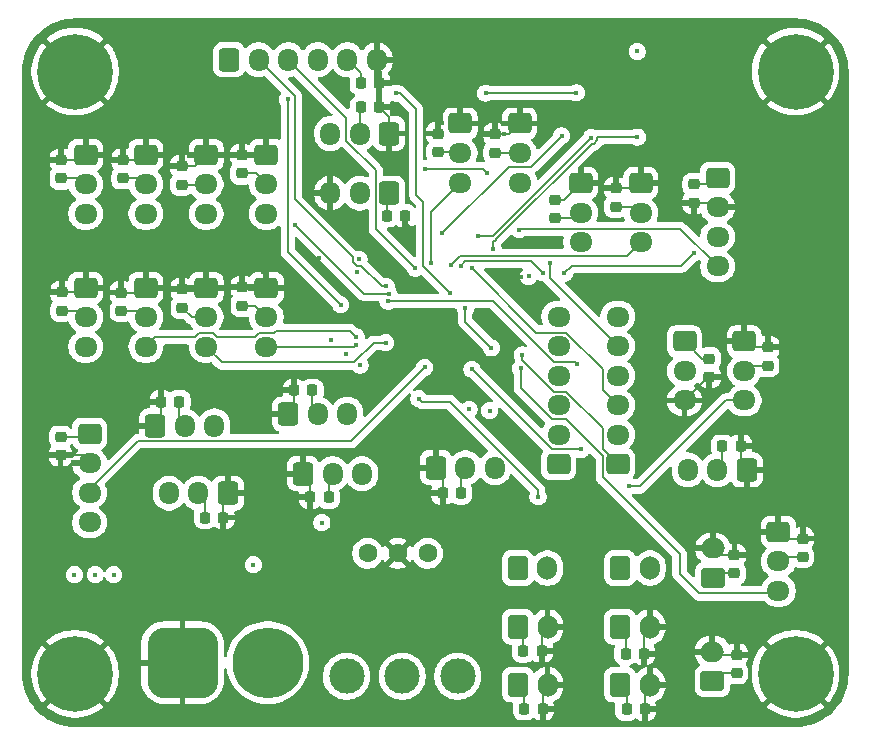
<source format=gbr>
%TF.GenerationSoftware,KiCad,Pcbnew,9.0.0*%
%TF.CreationDate,2025-03-22T22:53:28+01:00*%
%TF.ProjectId,PCB_Aquarium2,5043425f-4171-4756-9172-69756d322e6b,rev?*%
%TF.SameCoordinates,Original*%
%TF.FileFunction,Copper,L4,Bot*%
%TF.FilePolarity,Positive*%
%FSLAX46Y46*%
G04 Gerber Fmt 4.6, Leading zero omitted, Abs format (unit mm)*
G04 Created by KiCad (PCBNEW 9.0.0) date 2025-03-22 22:53:28*
%MOMM*%
%LPD*%
G01*
G04 APERTURE LIST*
G04 Aperture macros list*
%AMRoundRect*
0 Rectangle with rounded corners*
0 $1 Rounding radius*
0 $2 $3 $4 $5 $6 $7 $8 $9 X,Y pos of 4 corners*
0 Add a 4 corners polygon primitive as box body*
4,1,4,$2,$3,$4,$5,$6,$7,$8,$9,$2,$3,0*
0 Add four circle primitives for the rounded corners*
1,1,$1+$1,$2,$3*
1,1,$1+$1,$4,$5*
1,1,$1+$1,$6,$7*
1,1,$1+$1,$8,$9*
0 Add four rect primitives between the rounded corners*
20,1,$1+$1,$2,$3,$4,$5,0*
20,1,$1+$1,$4,$5,$6,$7,0*
20,1,$1+$1,$6,$7,$8,$9,0*
20,1,$1+$1,$8,$9,$2,$3,0*%
G04 Aperture macros list end*
%TA.AperFunction,ComponentPad*%
%ADD10RoundRect,0.250000X-0.725000X0.600000X-0.725000X-0.600000X0.725000X-0.600000X0.725000X0.600000X0*%
%TD*%
%TA.AperFunction,ComponentPad*%
%ADD11O,1.950000X1.700000*%
%TD*%
%TA.AperFunction,ComponentPad*%
%ADD12RoundRect,0.250000X0.750000X-0.600000X0.750000X0.600000X-0.750000X0.600000X-0.750000X-0.600000X0*%
%TD*%
%TA.AperFunction,ComponentPad*%
%ADD13O,2.000000X1.700000*%
%TD*%
%TA.AperFunction,ComponentPad*%
%ADD14RoundRect,0.250000X-0.600000X-0.725000X0.600000X-0.725000X0.600000X0.725000X-0.600000X0.725000X0*%
%TD*%
%TA.AperFunction,ComponentPad*%
%ADD15O,1.700000X1.950000*%
%TD*%
%TA.AperFunction,ComponentPad*%
%ADD16RoundRect,0.250000X0.725000X-0.600000X0.725000X0.600000X-0.725000X0.600000X-0.725000X-0.600000X0*%
%TD*%
%TA.AperFunction,ComponentPad*%
%ADD17C,0.800000*%
%TD*%
%TA.AperFunction,ComponentPad*%
%ADD18C,6.400000*%
%TD*%
%TA.AperFunction,ComponentPad*%
%ADD19RoundRect,0.250000X0.600000X0.725000X-0.600000X0.725000X-0.600000X-0.725000X0.600000X-0.725000X0*%
%TD*%
%TA.AperFunction,ComponentPad*%
%ADD20RoundRect,0.250000X-0.600000X-0.750000X0.600000X-0.750000X0.600000X0.750000X-0.600000X0.750000X0*%
%TD*%
%TA.AperFunction,ComponentPad*%
%ADD21O,1.700000X2.000000*%
%TD*%
%TA.AperFunction,ComponentPad*%
%ADD22C,3.000000*%
%TD*%
%TA.AperFunction,ComponentPad*%
%ADD23RoundRect,1.500000X-1.500000X-1.500000X1.500000X-1.500000X1.500000X1.500000X-1.500000X1.500000X0*%
%TD*%
%TA.AperFunction,ComponentPad*%
%ADD24C,6.000000*%
%TD*%
%TA.AperFunction,ComponentPad*%
%ADD25C,1.600000*%
%TD*%
%TA.AperFunction,SMDPad,CuDef*%
%ADD26RoundRect,0.225000X0.250000X-0.225000X0.250000X0.225000X-0.250000X0.225000X-0.250000X-0.225000X0*%
%TD*%
%TA.AperFunction,SMDPad,CuDef*%
%ADD27RoundRect,0.225000X-0.250000X0.225000X-0.250000X-0.225000X0.250000X-0.225000X0.250000X0.225000X0*%
%TD*%
%TA.AperFunction,SMDPad,CuDef*%
%ADD28RoundRect,0.225000X0.225000X0.250000X-0.225000X0.250000X-0.225000X-0.250000X0.225000X-0.250000X0*%
%TD*%
%TA.AperFunction,SMDPad,CuDef*%
%ADD29RoundRect,0.225000X-0.225000X-0.250000X0.225000X-0.250000X0.225000X0.250000X-0.225000X0.250000X0*%
%TD*%
%TA.AperFunction,ViaPad*%
%ADD30C,0.450000*%
%TD*%
%TA.AperFunction,Conductor*%
%ADD31C,0.200000*%
%TD*%
G04 APERTURE END LIST*
D10*
%TO.P,J34,1,Pin_1*%
%TO.N,+5V*%
X174400000Y-86990000D03*
D11*
%TO.P,J34,2,Pin_2*%
%TO.N,GND*%
X174400000Y-89490000D03*
%TO.P,J34,3,Pin_3*%
%TO.N,USART3_RX*%
X174400000Y-91990000D03*
%TO.P,J34,4,Pin_4*%
%TO.N,USART3_TX*%
X174400000Y-94490000D03*
%TD*%
D10*
%TO.P,J38,1,Pin_1*%
%TO.N,+5V*%
X121230000Y-108660000D03*
D11*
%TO.P,J38,2,Pin_2*%
%TO.N,GND*%
X121230000Y-111160000D03*
%TO.P,J38,3,Pin_3*%
%TO.N,USART1_TX*%
X121230000Y-113660000D03*
%TO.P,J38,4,Pin_4*%
%TO.N,USART1_RX*%
X121230000Y-116160000D03*
%TD*%
D10*
%TO.P,J11,1,Pin_1*%
%TO.N,GND*%
X120900000Y-85050000D03*
D11*
%TO.P,J11,2,Pin_2*%
%TO.N,+5V*%
X120900000Y-87550000D03*
%TO.P,J11,3,Pin_3*%
%TO.N,TIM1_CH3_PWM*%
X120900000Y-90050000D03*
%TD*%
D12*
%TO.P,J4,1,Pin_1*%
%TO.N,+12V*%
X174000000Y-120870000D03*
D13*
%TO.P,J4,2,Pin_2*%
%TO.N,GND*%
X174000000Y-118370000D03*
%TD*%
D10*
%TO.P,J25,1,Pin_1*%
%TO.N,GND*%
X157650000Y-82400000D03*
D11*
%TO.P,J25,2,Pin_2*%
%TO.N,+3.3V*%
X157650000Y-84900000D03*
%TO.P,J25,3,Pin_3*%
%TO.N,GPIO_WaterSensor_2*%
X157650000Y-87400000D03*
%TD*%
D10*
%TO.P,J36,1,Pin_1*%
%TO.N,+5V*%
X171600000Y-100850000D03*
D11*
%TO.P,J36,2,Pin_2*%
%TO.N,TIM4_CH1_PWM*%
X171600000Y-103350000D03*
%TO.P,J36,3,Pin_3*%
%TO.N,GND*%
X171600000Y-105850000D03*
%TD*%
D14*
%TO.P,J19,1,Pin_1*%
%TO.N,GND*%
X150550000Y-111550000D03*
D15*
%TO.P,J19,2,Pin_2*%
%TO.N,+5V*%
X153050000Y-111550000D03*
%TO.P,J19,3,Pin_3*%
%TO.N,TIM3_CH4_PWM*%
X155550000Y-111550000D03*
%TD*%
D16*
%TO.P,J2,1,Pin_1*%
%TO.N,GPIO_BTN_1*%
X160950000Y-111250000D03*
D11*
%TO.P,J2,2,Pin_2*%
%TO.N,GPIO_BTN_2*%
X160950000Y-108750000D03*
%TO.P,J2,3,Pin_3*%
%TO.N,GPIO_BTN_3*%
X160950000Y-106250000D03*
%TO.P,J2,4,Pin_4*%
%TO.N,GPIO_BTN_4*%
X160950000Y-103750000D03*
%TO.P,J2,5,Pin_5*%
%TO.N,GPIO_BTN_5*%
X160950000Y-101250000D03*
%TO.P,J2,6,Pin_6*%
%TO.N,GPIO_BTN_6*%
X160950000Y-98750000D03*
%TD*%
D14*
%TO.P,J31,1,Pin_1*%
%TO.N,GND*%
X126800000Y-108000000D03*
D15*
%TO.P,J31,2,Pin_2*%
%TO.N,+5V*%
X129300000Y-108000000D03*
%TO.P,J31,3,Pin_3*%
%TO.N,TIM5_CH4_PWM*%
X131800000Y-108000000D03*
%TD*%
D10*
%TO.P,J37,1,Pin_1*%
%TO.N,GND*%
X162800000Y-87450000D03*
D11*
%TO.P,J37,2,Pin_2*%
%TO.N,+5V*%
X162800000Y-89950000D03*
%TO.P,J37,3,Pin_3*%
%TO.N,TIM4_CH2_PWM*%
X162800000Y-92450000D03*
%TD*%
D10*
%TO.P,J29,1,Pin_1*%
%TO.N,GND*%
X167900000Y-87450000D03*
D11*
%TO.P,J29,2,Pin_2*%
%TO.N,+5V*%
X167900000Y-89950000D03*
%TO.P,J29,3,Pin_3*%
%TO.N,TIM5_CH2_PWM*%
X167900000Y-92450000D03*
%TD*%
D17*
%TO.P,H4,1,1*%
%TO.N,GND*%
X117600000Y-129000000D03*
X118302944Y-127302944D03*
X118302944Y-130697056D03*
X120000000Y-126600000D03*
D18*
X120000000Y-129000000D03*
D17*
X120000000Y-131400000D03*
X121697056Y-127302944D03*
X121697056Y-130697056D03*
X122400000Y-129000000D03*
%TD*%
D10*
%TO.P,J30,1,Pin_1*%
%TO.N,GND*%
X136200000Y-96300000D03*
D11*
%TO.P,J30,2,Pin_2*%
%TO.N,+5V*%
X136200000Y-98800000D03*
%TO.P,J30,3,Pin_3*%
%TO.N,TIM5_CH3_PWM*%
X136200000Y-101300000D03*
%TD*%
D10*
%TO.P,J9,1,Pin_1*%
%TO.N,GND*%
X131100000Y-85050000D03*
D11*
%TO.P,J9,2,Pin_2*%
%TO.N,+5V*%
X131100000Y-87550000D03*
%TO.P,J9,3,Pin_3*%
%TO.N,TIM1_CH1_PWM*%
X131100000Y-90050000D03*
%TD*%
D19*
%TO.P,J15,1,Pin_1*%
%TO.N,GND*%
X176880000Y-111730000D03*
D15*
%TO.P,J15,2,Pin_2*%
%TO.N,+5V*%
X174380000Y-111730000D03*
%TO.P,J15,3,Pin_3*%
%TO.N,TIM2_CH3_PWM*%
X171880000Y-111730000D03*
%TD*%
D10*
%TO.P,J13,1,Pin_1*%
%TO.N,GND*%
X131100000Y-96300000D03*
D11*
%TO.P,J13,2,Pin_2*%
%TO.N,+5V*%
X131100000Y-98800000D03*
%TO.P,J13,3,Pin_3*%
%TO.N,TIM2_CH2_PWM*%
X131100000Y-101300000D03*
%TD*%
D19*
%TO.P,J18,1,Pin_1*%
%TO.N,GND*%
X132950000Y-113700000D03*
D15*
%TO.P,J18,2,Pin_2*%
%TO.N,+5V*%
X130450000Y-113700000D03*
%TO.P,J18,3,Pin_3*%
%TO.N,TIM3_CH2_PWM*%
X127950000Y-113700000D03*
%TD*%
D10*
%TO.P,J28,1,Pin_1*%
%TO.N,GND*%
X126000000Y-96300000D03*
D11*
%TO.P,J28,2,Pin_2*%
%TO.N,+5V*%
X126000000Y-98800000D03*
%TO.P,J28,3,Pin_3*%
%TO.N,TIM5_CH1_PWM*%
X126000000Y-101300000D03*
%TD*%
D20*
%TO.P,J22,1,Pin_1*%
%TO.N,+12V*%
X157500000Y-125020000D03*
D21*
%TO.P,J22,2,Pin_2*%
%TO.N,GND*%
X160000000Y-125020000D03*
%TD*%
D12*
%TO.P,J5,1,Pin_1*%
%TO.N,+12V*%
X173960000Y-129610000D03*
D13*
%TO.P,J5,2,Pin_2*%
%TO.N,GND*%
X173960000Y-127110000D03*
%TD*%
D17*
%TO.P,H2,1,1*%
%TO.N,GND*%
X117600000Y-78000000D03*
X118302944Y-76302944D03*
X118302944Y-79697056D03*
X120000000Y-75600000D03*
D18*
X120000000Y-78000000D03*
D17*
X120000000Y-80400000D03*
X121697056Y-76302944D03*
X121697056Y-79697056D03*
X122400000Y-78000000D03*
%TD*%
D20*
%TO.P,J20,1,Pin_1*%
%TO.N,+12V*%
X157490000Y-120040000D03*
D21*
%TO.P,J20,2,Pin_2*%
%TO.N,Net-(J20-Pin_2)*%
X159990000Y-120040000D03*
%TD*%
D20*
%TO.P,J32,1,Pin_1*%
%TO.N,+12V*%
X157500000Y-129920000D03*
D21*
%TO.P,J32,2,Pin_2*%
%TO.N,GND*%
X160000000Y-129920000D03*
%TD*%
D22*
%TO.P,SW2,1,A*%
%TO.N,+12V*%
X152400000Y-129200000D03*
%TO.P,SW2,2,B*%
%TO.N,Net-(J33-Pin_2)*%
X147700000Y-129200000D03*
%TO.P,SW2,3,C*%
%TO.N,unconnected-(SW2-C-Pad3)*%
X143000000Y-129200000D03*
%TD*%
D10*
%TO.P,J14,1,Pin_1*%
%TO.N,GND*%
X179550000Y-116970000D03*
D11*
%TO.P,J14,2,Pin_2*%
%TO.N,+5V*%
X179550000Y-119470000D03*
%TO.P,J14,3,Pin_3*%
%TO.N,TIM2_CH4_PWM*%
X179550000Y-121970000D03*
%TD*%
D10*
%TO.P,J10,1,Pin_1*%
%TO.N,GND*%
X126000000Y-85050000D03*
D11*
%TO.P,J10,2,Pin_2*%
%TO.N,+5V*%
X126000000Y-87550000D03*
%TO.P,J10,3,Pin_3*%
%TO.N,TIM1_CH2_PWM*%
X126000000Y-90050000D03*
%TD*%
D14*
%TO.P,J17,1,Pin_1*%
%TO.N,GND*%
X139300000Y-112050000D03*
D15*
%TO.P,J17,2,Pin_2*%
%TO.N,+5V*%
X141800000Y-112050000D03*
%TO.P,J17,3,Pin_3*%
%TO.N,TIM3_CH3_PWM*%
X144300000Y-112050000D03*
%TD*%
D14*
%TO.P,J6,1,Pin_1*%
%TO.N,GPIO_D{slash}C*%
X133050000Y-77000000D03*
D15*
%TO.P,J6,2,Pin_2*%
%TO.N,GPIO_RES*%
X135550000Y-77000000D03*
%TO.P,J6,3,Pin_3*%
%TO.N,SPI2_MOSI*%
X138050000Y-77000000D03*
%TO.P,J6,4,Pin_4*%
%TO.N,SPI2_SCK*%
X140550000Y-77000000D03*
%TO.P,J6,5,Pin_5*%
%TO.N,+3.3V*%
X143050000Y-77000000D03*
%TO.P,J6,6,Pin_6*%
%TO.N,GND*%
X145550000Y-77000000D03*
%TD*%
D10*
%TO.P,J24,1,Pin_1*%
%TO.N,GND*%
X152600000Y-82400000D03*
D11*
%TO.P,J24,2,Pin_2*%
%TO.N,+3.3V*%
X152600000Y-84900000D03*
%TO.P,J24,3,Pin_3*%
%TO.N,GPIO_WaterSensor_1*%
X152600000Y-87400000D03*
%TD*%
D17*
%TO.P,H1,1,1*%
%TO.N,GND*%
X178600000Y-78000000D03*
X179302944Y-76302944D03*
X179302944Y-79697056D03*
X181000000Y-75600000D03*
D18*
X181000000Y-78000000D03*
D17*
X181000000Y-80400000D03*
X182697056Y-76302944D03*
X182697056Y-79697056D03*
X183400000Y-78000000D03*
%TD*%
D23*
%TO.P,J33,1,Pin_1*%
%TO.N,GND*%
X129100000Y-128050000D03*
D24*
%TO.P,J33,2,Pin_2*%
%TO.N,Net-(J33-Pin_2)*%
X136300000Y-128050000D03*
%TD*%
D19*
%TO.P,J27,1,Pin_1*%
%TO.N,+5V*%
X146600000Y-88300000D03*
D15*
%TO.P,J27,2,Pin_2*%
%TO.N,TIM4_CH4_PWM*%
X144100000Y-88300000D03*
%TO.P,J27,3,Pin_3*%
%TO.N,GND*%
X141600000Y-88300000D03*
%TD*%
D10*
%TO.P,J12,1,Pin_1*%
%TO.N,GND*%
X176650000Y-100850000D03*
D11*
%TO.P,J12,2,Pin_2*%
%TO.N,+5V*%
X176650000Y-103350000D03*
%TO.P,J12,3,Pin_3*%
%TO.N,TIM2_CH1_PWM*%
X176650000Y-105850000D03*
%TD*%
D25*
%TO.P,U2,1,Vin*%
%TO.N,+12V*%
X149850000Y-118800000D03*
%TO.P,U2,2,GND*%
%TO.N,GND*%
X147310000Y-118800000D03*
%TO.P,U2,3,Vout*%
%TO.N,+5V*%
X144770000Y-118800000D03*
%TD*%
D20*
%TO.P,J21,1,Pin_1*%
%TO.N,+12V*%
X166170000Y-120040000D03*
D21*
%TO.P,J21,2,Pin_2*%
%TO.N,Net-(J21-Pin_2)*%
X168670000Y-120040000D03*
%TD*%
D19*
%TO.P,J26,1,Pin_1*%
%TO.N,GND*%
X146600000Y-83250000D03*
D15*
%TO.P,J26,2,Pin_2*%
%TO.N,+3.3V*%
X144100000Y-83250000D03*
%TO.P,J26,3,Pin_3*%
%TO.N,GPIO_WaterSensor_3*%
X141600000Y-83250000D03*
%TD*%
D10*
%TO.P,J8,1,Pin_1*%
%TO.N,GND*%
X120900000Y-96300000D03*
D11*
%TO.P,J8,2,Pin_2*%
%TO.N,+5V*%
X120900000Y-98800000D03*
%TO.P,J8,3,Pin_3*%
%TO.N,TIM1_CH4_PWM*%
X120900000Y-101300000D03*
%TD*%
D16*
%TO.P,J7,1,Pin_1*%
%TO.N,GPIO_SPI_CS_1*%
X165950000Y-111250000D03*
D11*
%TO.P,J7,2,Pin_2*%
%TO.N,GPIO_SPI_CS_2*%
X165950000Y-108750000D03*
%TO.P,J7,3,Pin_3*%
%TO.N,GPIO_SPI_CS_3*%
X165950000Y-106250000D03*
%TO.P,J7,4,Pin_4*%
%TO.N,GPIO_SPI_CS_4*%
X165950000Y-103750000D03*
%TO.P,J7,5,Pin_5*%
%TO.N,GPIO_SPI_CS_5*%
X165950000Y-101250000D03*
%TO.P,J7,6,Pin_6*%
%TO.N,GPIO_SPI_CS_6*%
X165950000Y-98750000D03*
%TD*%
D14*
%TO.P,J16,1,Pin_1*%
%TO.N,GND*%
X138050000Y-107000000D03*
D15*
%TO.P,J16,2,Pin_2*%
%TO.N,+5V*%
X140550000Y-107000000D03*
%TO.P,J16,3,Pin_3*%
%TO.N,TIM3_CH1_PWM*%
X143050000Y-107000000D03*
%TD*%
D20*
%TO.P,J3,1,Pin_1*%
%TO.N,+12V*%
X166150000Y-129920000D03*
D21*
%TO.P,J3,2,Pin_2*%
%TO.N,GND*%
X168650000Y-129920000D03*
%TD*%
D20*
%TO.P,J23,1,Pin_1*%
%TO.N,+12V*%
X166150000Y-125020000D03*
D21*
%TO.P,J23,2,Pin_2*%
%TO.N,GND*%
X168650000Y-125020000D03*
%TD*%
D10*
%TO.P,J1,1,Pin_1*%
%TO.N,GND*%
X136200000Y-85050000D03*
D11*
%TO.P,J1,2,Pin_2*%
%TO.N,+5V*%
X136200000Y-87550000D03*
%TO.P,J1,3,Pin_3*%
%TO.N,ADC1_IN10_PH*%
X136200000Y-90050000D03*
%TD*%
D17*
%TO.P,H3,1,1*%
%TO.N,GND*%
X178600000Y-129000000D03*
X179302944Y-127302944D03*
X179302944Y-130697056D03*
X181000000Y-126600000D03*
D18*
X181000000Y-129000000D03*
D17*
X181000000Y-131400000D03*
X182697056Y-127302944D03*
X182697056Y-130697056D03*
X183400000Y-129000000D03*
%TD*%
D26*
%TO.P,C44,1*%
%TO.N,GND*%
X118770000Y-110480000D03*
%TO.P,C44,2*%
%TO.N,+5V*%
X118770000Y-108930000D03*
%TD*%
%TO.P,C34,1*%
%TO.N,+5V*%
X123910000Y-98260000D03*
%TO.P,C34,2*%
%TO.N,GND*%
X123910000Y-96710000D03*
%TD*%
D27*
%TO.P,C13,1*%
%TO.N,GND*%
X175830000Y-118950000D03*
%TO.P,C13,2*%
%TO.N,+12V*%
X175830000Y-120500000D03*
%TD*%
D26*
%TO.P,C31,1*%
%TO.N,+3.3V*%
X155550000Y-84860000D03*
%TO.P,C31,2*%
%TO.N,GND*%
X155550000Y-83310000D03*
%TD*%
D28*
%TO.P,C26,1*%
%TO.N,GND*%
X132550000Y-115760000D03*
%TO.P,C26,2*%
%TO.N,+5V*%
X131000000Y-115760000D03*
%TD*%
D29*
%TO.P,C25,1*%
%TO.N,GND*%
X139910000Y-114040000D03*
%TO.P,C25,2*%
%TO.N,+5V*%
X141460000Y-114040000D03*
%TD*%
D26*
%TO.P,C22,1*%
%TO.N,+5V*%
X181600000Y-119090000D03*
%TO.P,C22,2*%
%TO.N,GND*%
X181600000Y-117540000D03*
%TD*%
%TO.P,C36,1*%
%TO.N,+5V*%
X134150000Y-97810000D03*
%TO.P,C36,2*%
%TO.N,GND*%
X134150000Y-96260000D03*
%TD*%
%TO.P,C35,1*%
%TO.N,+5V*%
X165780000Y-89440000D03*
%TO.P,C35,2*%
%TO.N,GND*%
X165780000Y-87890000D03*
%TD*%
%TO.P,C41,1*%
%TO.N,GND*%
X172400000Y-89095000D03*
%TO.P,C41,2*%
%TO.N,+5V*%
X172400000Y-87545000D03*
%TD*%
D29*
%TO.P,C32,1*%
%TO.N,+3.3V*%
X144205000Y-81030000D03*
%TO.P,C32,2*%
%TO.N,GND*%
X145755000Y-81030000D03*
%TD*%
D26*
%TO.P,C43,1*%
%TO.N,+5V*%
X160620000Y-90390000D03*
%TO.P,C43,2*%
%TO.N,GND*%
X160620000Y-88840000D03*
%TD*%
D28*
%TO.P,C37,1*%
%TO.N,+5V*%
X128830000Y-105950000D03*
%TO.P,C37,2*%
%TO.N,GND*%
X127280000Y-105950000D03*
%TD*%
D26*
%TO.P,C16,1*%
%TO.N,+5V*%
X124060000Y-87035000D03*
%TO.P,C16,2*%
%TO.N,GND*%
X124060000Y-85485000D03*
%TD*%
%TO.P,C42,1*%
%TO.N,GND*%
X173700000Y-103850000D03*
%TO.P,C42,2*%
%TO.N,+5V*%
X173700000Y-102300000D03*
%TD*%
D29*
%TO.P,C29,1*%
%TO.N,+12V*%
X157965000Y-127060000D03*
%TO.P,C29,2*%
%TO.N,GND*%
X159515000Y-127060000D03*
%TD*%
D28*
%TO.P,C24,1*%
%TO.N,+5V*%
X140100000Y-104990000D03*
%TO.P,C24,2*%
%TO.N,GND*%
X138550000Y-104990000D03*
%TD*%
%TO.P,C12,1*%
%TO.N,GND*%
X168240000Y-131990000D03*
%TO.P,C12,2*%
%TO.N,+12V*%
X166690000Y-131990000D03*
%TD*%
D26*
%TO.P,C11,1*%
%TO.N,+5V*%
X134100000Y-86630000D03*
%TO.P,C11,2*%
%TO.N,GND*%
X134100000Y-85080000D03*
%TD*%
D28*
%TO.P,C33,1*%
%TO.N,GND*%
X147920000Y-90220000D03*
%TO.P,C33,2*%
%TO.N,+5V*%
X146370000Y-90220000D03*
%TD*%
D26*
%TO.P,C20,1*%
%TO.N,+5V*%
X178660000Y-102900000D03*
%TO.P,C20,2*%
%TO.N,GND*%
X178660000Y-101350000D03*
%TD*%
%TO.P,C18,1*%
%TO.N,+5V*%
X129030000Y-87570000D03*
%TO.P,C18,2*%
%TO.N,GND*%
X129030000Y-86020000D03*
%TD*%
%TO.P,C17,1*%
%TO.N,+5V*%
X118890000Y-98240000D03*
%TO.P,C17,2*%
%TO.N,GND*%
X118890000Y-96690000D03*
%TD*%
D28*
%TO.P,C15,1*%
%TO.N,GND*%
X145745000Y-78990000D03*
%TO.P,C15,2*%
%TO.N,+3.3V*%
X144195000Y-78990000D03*
%TD*%
D26*
%TO.P,C21,1*%
%TO.N,+5V*%
X129060000Y-98000000D03*
%TO.P,C21,2*%
%TO.N,GND*%
X129060000Y-96450000D03*
%TD*%
D28*
%TO.P,C40,1*%
%TO.N,GND*%
X159600000Y-131950000D03*
%TO.P,C40,2*%
%TO.N,+12V*%
X158050000Y-131950000D03*
%TD*%
%TO.P,C27,1*%
%TO.N,+5V*%
X152675000Y-113690000D03*
%TO.P,C27,2*%
%TO.N,GND*%
X151125000Y-113690000D03*
%TD*%
D27*
%TO.P,C14,1*%
%TO.N,GND*%
X176020000Y-127390000D03*
%TO.P,C14,2*%
%TO.N,+12V*%
X176020000Y-128940000D03*
%TD*%
D26*
%TO.P,C19,1*%
%TO.N,+5V*%
X118820000Y-87050000D03*
%TO.P,C19,2*%
%TO.N,GND*%
X118820000Y-85500000D03*
%TD*%
D29*
%TO.P,C23,1*%
%TO.N,+5V*%
X174795000Y-109710000D03*
%TO.P,C23,2*%
%TO.N,GND*%
X176345000Y-109710000D03*
%TD*%
D28*
%TO.P,C28,1*%
%TO.N,GND*%
X168160000Y-127280000D03*
%TO.P,C28,2*%
%TO.N,+12V*%
X166610000Y-127280000D03*
%TD*%
D26*
%TO.P,C30,1*%
%TO.N,+3.3V*%
X150710000Y-84800000D03*
%TO.P,C30,2*%
%TO.N,GND*%
X150710000Y-83250000D03*
%TD*%
D30*
%TO.N,+3.3V*%
X141650000Y-100740000D03*
%TO.N,GND*%
X178540000Y-85080000D03*
X178520000Y-95690000D03*
%TO.N,USART3_RX*%
X172400000Y-93380000D03*
%TO.N,+3.3V*%
X158395958Y-95352608D03*
X153357500Y-106592500D03*
X167590000Y-76300000D03*
X143850000Y-94951000D03*
X123260000Y-120600000D03*
X144050000Y-93900000D03*
X135100000Y-119750000D03*
X144120000Y-102850000D03*
X155100000Y-106700000D03*
%TO.N,SWDIO*%
X155400000Y-93000000D03*
X167600000Y-83550000D03*
%TO.N,UART_DEBUG_TX*%
X151100000Y-91700000D03*
X161200000Y-83450000D03*
%TO.N,NRST*%
X162450000Y-79800000D03*
X142500000Y-97750000D03*
X154760000Y-79830000D03*
X138000000Y-80350000D03*
%TO.N,SWCLK*%
X163695155Y-83595155D03*
X154100000Y-91935648D03*
%TO.N,GND*%
X124390000Y-117400000D03*
X149590000Y-108430000D03*
X142980000Y-101890000D03*
X148471232Y-91228768D03*
X144250000Y-115700000D03*
X141200000Y-122000000D03*
X147528768Y-91771232D03*
X116930000Y-125510000D03*
X141910000Y-79470000D03*
X182750000Y-98350000D03*
X144250000Y-93000000D03*
X154500000Y-76700000D03*
X149590000Y-115770000D03*
X117140000Y-99330000D03*
X156480000Y-107960000D03*
X124250000Y-119210000D03*
X119000000Y-105190000D03*
X157750000Y-95425000D03*
X121500000Y-124387500D03*
X154100000Y-105410000D03*
X170940000Y-115930000D03*
X134580000Y-80990000D03*
X123970000Y-113020000D03*
X181150000Y-83430000D03*
X166320000Y-76300000D03*
X135920000Y-94940000D03*
X151100000Y-82400000D03*
X152800000Y-108225000D03*
X116640000Y-117560000D03*
X165050000Y-76300000D03*
X125300000Y-75540000D03*
X184480000Y-123370000D03*
X140690000Y-93800000D03*
X162510000Y-76300000D03*
X124100000Y-132310000D03*
X117230000Y-90780000D03*
X139420000Y-110630000D03*
X142850000Y-96850000D03*
X182320000Y-113370000D03*
X123200000Y-124387500D03*
X157340000Y-92840000D03*
X156350000Y-83310000D03*
X176460000Y-75820000D03*
X180110000Y-105580000D03*
X127110000Y-79690000D03*
X168820000Y-117800000D03*
X116710000Y-109440000D03*
X173250000Y-78990000D03*
%TO.N,USART3_TX*%
X157593685Y-91393685D03*
%TO.N,USART3_RX*%
X161425735Y-95075735D03*
X159600472Y-95026914D03*
X152645140Y-94438068D03*
%TO.N,USART1_TX*%
X149600000Y-103050000D03*
%TO.N,TIM2_CH1_PWM*%
X166880000Y-113130000D03*
%TO.N,TIM2_CH2_PWM*%
X146290000Y-100950000D03*
%TO.N,TIM2_CH3_PWM*%
X162850000Y-110000000D03*
X153600000Y-103200000D03*
%TO.N,TIM2_CH4_PWM*%
X157723735Y-103125025D03*
%TO.N,GPIO_WaterSensor_2*%
X154850000Y-86600000D03*
X149600000Y-86250000D03*
%TO.N,GPIO_WaterSensor_1*%
X150100000Y-94250000D03*
%TO.N,TIM5_CH1_PWM*%
X143800000Y-100475000D03*
%TO.N,TIM5_CH2_PWM*%
X151850000Y-94350000D03*
%TO.N,ADC1_IN10_PH*%
X146570523Y-96801451D03*
X138650000Y-91010000D03*
%TO.N,TIM5_CH3_PWM*%
X143800000Y-101125003D03*
%TO.N,GPIO_PUMP_1*%
X159200000Y-114000000D03*
X149100000Y-105700000D03*
%TO.N,SPI2_SCK*%
X155250000Y-101400000D03*
X147150000Y-79825000D03*
X153048528Y-98050000D03*
X151724265Y-96725735D03*
%TO.N,SPI2_MOSI*%
X148800000Y-94650000D03*
%TO.N,GPIO_RES*%
X146350000Y-96190000D03*
%TO.N,GPIO_SPI_CS_6*%
X162500000Y-102750000D03*
X146500000Y-97450000D03*
%TO.N,GPIO_SPI_CS_1*%
X157848000Y-102000000D03*
%TO.N,GPIO_SPI_CS_3*%
X153600000Y-94650000D03*
%TO.N,GPIO_SPI_CS_5*%
X160200472Y-94201000D03*
%TO.N,+5V*%
X121700000Y-120590000D03*
X140900000Y-116200000D03*
%TO.N,+12V*%
X119950000Y-120600000D03*
%TD*%
D31*
%TO.N,+5V*%
X172400000Y-87545000D02*
X173845000Y-87545000D01*
X173845000Y-87545000D02*
X174400000Y-86990000D01*
%TO.N,GND*%
X172400000Y-89095000D02*
X174005000Y-89095000D01*
X174005000Y-89095000D02*
X174400000Y-89490000D01*
%TO.N,TIM5_CH1_PWM*%
X137000760Y-99950000D02*
X136801760Y-100149000D01*
X136801760Y-100149000D02*
X135598240Y-100149000D01*
X143800000Y-100475000D02*
X143275000Y-99950000D01*
X143275000Y-99950000D02*
X137000760Y-99950000D01*
X126800000Y-100500000D02*
X126000000Y-101300000D01*
X135598240Y-100149000D02*
X135247240Y-100500000D01*
X131701760Y-100149000D02*
X130498240Y-100149000D01*
X135247240Y-100500000D02*
X132052760Y-100500000D01*
X130147240Y-100500000D02*
X126800000Y-100500000D01*
X132052760Y-100500000D02*
X131701760Y-100149000D01*
X130498240Y-100149000D02*
X130147240Y-100500000D01*
%TO.N,USART3_RX*%
X161425735Y-95075735D02*
X162051470Y-94450000D01*
X162051470Y-94450000D02*
X171330000Y-94450000D01*
X171330000Y-94450000D02*
X172400000Y-93380000D01*
%TO.N,USART3_TX*%
X157593685Y-91393685D02*
X157667370Y-91320000D01*
X157667370Y-91320000D02*
X162177240Y-91320000D01*
X162198240Y-91299000D02*
X171209000Y-91299000D01*
X162177240Y-91320000D02*
X162198240Y-91299000D01*
X171209000Y-91299000D02*
X171250000Y-91340000D01*
X171250000Y-91340000D02*
X174400000Y-94490000D01*
%TO.N,+3.3V*%
X144195000Y-78145000D02*
X143050000Y-77000000D01*
X144100000Y-81135000D02*
X144205000Y-81030000D01*
X144195000Y-78990000D02*
X144195000Y-78145000D01*
X150710000Y-84800000D02*
X152500000Y-84800000D01*
X157610000Y-84860000D02*
X157650000Y-84900000D01*
X152500000Y-84800000D02*
X152600000Y-84900000D01*
X155550000Y-84860000D02*
X157610000Y-84860000D01*
X144100000Y-83250000D02*
X144100000Y-81135000D01*
%TO.N,SWDIO*%
X164221155Y-83813032D02*
X164221155Y-83550000D01*
X155755662Y-92101748D02*
X163736255Y-84121155D01*
X155520762Y-92336648D02*
X155755662Y-92101748D01*
X155400000Y-93000000D02*
X155400000Y-92336648D01*
X155400000Y-92336648D02*
X155520762Y-92336648D01*
X163736255Y-84121155D02*
X163913032Y-84121155D01*
X163913032Y-84121155D02*
X164221155Y-83813032D01*
X164221155Y-83550000D02*
X167600000Y-83550000D01*
%TO.N,UART_DEBUG_TX*%
X151100000Y-91700000D02*
X156749000Y-86051000D01*
X156749000Y-86051000D02*
X158599000Y-86051000D01*
X158599000Y-86051000D02*
X161200000Y-83450000D01*
%TO.N,NRST*%
X155060000Y-79830000D02*
X155090000Y-79800000D01*
X142500000Y-97750000D02*
X138000000Y-93250000D01*
X155090000Y-79800000D02*
X162450000Y-79800000D01*
X154760000Y-79830000D02*
X155060000Y-79830000D01*
X138000000Y-93250000D02*
X138000000Y-80350000D01*
%TO.N,SWCLK*%
X155354662Y-91935648D02*
X154100000Y-91935648D01*
X163695155Y-83595155D02*
X155354662Y-91935648D01*
%TO.N,GND*%
X156350000Y-83310000D02*
X156740000Y-83310000D01*
X159515000Y-127060000D02*
X159515000Y-125505000D01*
X147920000Y-90220000D02*
X147920000Y-90677536D01*
X125590000Y-96710000D02*
X126000000Y-96300000D01*
X176345000Y-111195000D02*
X176880000Y-111730000D01*
X138550000Y-106500000D02*
X138050000Y-107000000D01*
X120550000Y-110480000D02*
X121230000Y-111160000D01*
X130130000Y-86020000D02*
X131100000Y-85050000D01*
X132550000Y-114100000D02*
X132950000Y-113700000D01*
X160620000Y-88840000D02*
X161410000Y-88840000D01*
X118820000Y-85500000D02*
X120450000Y-85500000D01*
X120510000Y-96690000D02*
X120900000Y-96300000D01*
X174580000Y-118950000D02*
X174000000Y-118370000D01*
X151125000Y-113690000D02*
X151125000Y-112125000D01*
X118890000Y-96690000D02*
X120510000Y-96690000D01*
X132550000Y-115760000D02*
X132550000Y-114100000D01*
X159515000Y-125505000D02*
X160000000Y-125020000D01*
X175830000Y-118950000D02*
X174580000Y-118950000D01*
X165780000Y-87890000D02*
X167460000Y-87890000D01*
X134100000Y-85080000D02*
X136170000Y-85080000D01*
X134150000Y-96260000D02*
X136160000Y-96260000D01*
X150710000Y-82790000D02*
X151100000Y-82400000D01*
X124060000Y-85485000D02*
X125565000Y-85485000D01*
X136170000Y-85080000D02*
X136200000Y-85050000D01*
X145745000Y-77195000D02*
X145550000Y-77000000D01*
X173700000Y-103850000D02*
X173600000Y-103850000D01*
X156740000Y-83310000D02*
X157650000Y-82400000D01*
X127280000Y-105950000D02*
X127280000Y-107520000D01*
X180120000Y-117540000D02*
X179550000Y-116970000D01*
X150710000Y-83250000D02*
X150710000Y-82790000D01*
X129060000Y-96450000D02*
X130950000Y-96450000D01*
X159600000Y-130320000D02*
X160000000Y-129920000D01*
X159600000Y-131990000D02*
X159600000Y-130320000D01*
X139910000Y-114040000D02*
X139910000Y-112660000D01*
X120450000Y-85500000D02*
X120900000Y-85050000D01*
X123910000Y-96710000D02*
X125590000Y-96710000D01*
X138550000Y-104990000D02*
X138550000Y-106500000D01*
X168240000Y-130330000D02*
X168650000Y-129920000D01*
X125565000Y-85485000D02*
X126000000Y-85050000D01*
X176345000Y-109710000D02*
X176345000Y-111195000D01*
X136160000Y-96260000D02*
X136200000Y-96300000D01*
X161410000Y-88840000D02*
X162800000Y-87450000D01*
X139910000Y-112660000D02*
X139300000Y-112050000D01*
X129030000Y-86020000D02*
X130130000Y-86020000D01*
X168160000Y-127280000D02*
X168160000Y-125510000D01*
X145745000Y-78990000D02*
X145745000Y-77195000D01*
X168160000Y-125510000D02*
X168650000Y-125020000D01*
X176020000Y-127390000D02*
X174240000Y-127390000D01*
X146600000Y-83250000D02*
X146600000Y-81875000D01*
X155550000Y-83310000D02*
X156350000Y-83310000D01*
X174240000Y-127390000D02*
X173960000Y-127110000D01*
X168240000Y-131990000D02*
X168240000Y-130330000D01*
X178660000Y-101350000D02*
X177150000Y-101350000D01*
X118770000Y-110480000D02*
X120550000Y-110480000D01*
X151125000Y-112125000D02*
X150550000Y-111550000D01*
X173600000Y-103850000D02*
X171600000Y-105850000D01*
X181600000Y-117540000D02*
X180120000Y-117540000D01*
X146600000Y-81875000D02*
X145755000Y-81030000D01*
X127280000Y-107520000D02*
X126800000Y-108000000D01*
X130950000Y-96450000D02*
X131100000Y-96300000D01*
X177150000Y-101350000D02*
X176650000Y-100850000D01*
X147920000Y-90677536D02*
X148471232Y-91228768D01*
X167460000Y-87890000D02*
X167900000Y-87450000D01*
%TO.N,USART3_RX*%
X158622558Y-94049000D02*
X159600472Y-95026914D01*
X152645140Y-94438068D02*
X153034208Y-94049000D01*
X153034208Y-94049000D02*
X158622558Y-94049000D01*
%TO.N,USART1_TX*%
X149600000Y-103050000D02*
X143374000Y-109276000D01*
X125324000Y-109276000D02*
X121230000Y-113370000D01*
X143374000Y-109276000D02*
X125324000Y-109276000D01*
X121230000Y-113370000D02*
X121230000Y-113660000D01*
%TO.N,TIM2_CH1_PWM*%
X167820000Y-113130000D02*
X175100000Y-105850000D01*
X175100000Y-105850000D02*
X176650000Y-105850000D01*
X166880000Y-113130000D02*
X167820000Y-113130000D01*
%TO.N,TIM2_CH2_PWM*%
X146290000Y-100950000D02*
X145276123Y-100950000D01*
X145276123Y-100950000D02*
X143594000Y-102632123D01*
X143594000Y-102632123D02*
X132432123Y-102632123D01*
X132432123Y-102632123D02*
X131100000Y-101300000D01*
%TO.N,TIM2_CH3_PWM*%
X162850000Y-110000000D02*
X160400000Y-110000000D01*
X160400000Y-110000000D02*
X153600000Y-103200000D01*
%TO.N,TIM2_CH4_PWM*%
X160348240Y-107401000D02*
X161533900Y-107401000D01*
X179330000Y-122190000D02*
X179550000Y-121970000D01*
X157723735Y-104776495D02*
X160348240Y-107401000D01*
X164674000Y-110541100D02*
X164674000Y-112339993D01*
X164674000Y-112339993D02*
X171180000Y-118845993D01*
X172840000Y-122190000D02*
X179330000Y-122190000D01*
X161533900Y-107401000D02*
X164674000Y-110541100D01*
X171180000Y-120530000D02*
X172840000Y-122190000D01*
X171180000Y-118845993D02*
X171180000Y-120530000D01*
X157723735Y-103125025D02*
X157723735Y-104776495D01*
%TO.N,GPIO_WaterSensor_2*%
X154500000Y-86250000D02*
X154850000Y-86600000D01*
X149600000Y-86250000D02*
X154500000Y-86250000D01*
%TO.N,GPIO_WaterSensor_1*%
X150100000Y-89900000D02*
X150100000Y-94250000D01*
X152600000Y-87400000D02*
X150100000Y-89900000D01*
%TO.N,TIM5_CH2_PWM*%
X152613352Y-93601000D02*
X166749000Y-93601000D01*
X152000000Y-94214352D02*
X152613352Y-93601000D01*
X151850000Y-94350000D02*
X151985648Y-94214352D01*
X166749000Y-93601000D02*
X167900000Y-92450000D01*
X151985648Y-94214352D02*
X152000000Y-94214352D01*
%TO.N,ADC1_IN10_PH*%
X144435328Y-96801451D02*
X138650000Y-91016123D01*
X138650000Y-91016123D02*
X138650000Y-91010000D01*
X138650000Y-91010000D02*
X138595000Y-91010000D01*
X146570523Y-96801451D02*
X144435328Y-96801451D01*
%TO.N,TIM5_CH3_PWM*%
X143625003Y-101300000D02*
X136200000Y-101300000D01*
X143800000Y-101125003D02*
X143625003Y-101300000D01*
%TO.N,GPIO_PUMP_1*%
X149350000Y-105950000D02*
X151702760Y-105950000D01*
X149100000Y-105700000D02*
X149350000Y-105950000D01*
X151702760Y-105950000D02*
X159200000Y-113447240D01*
X159200000Y-113447240D02*
X159200000Y-114000000D01*
%TO.N,SPI2_SCK*%
X147650000Y-79970000D02*
X148880000Y-81200000D01*
X147505000Y-79825000D02*
X147150000Y-79825000D01*
X149499000Y-89087840D02*
X149499000Y-94500470D01*
X153048528Y-99198528D02*
X155250000Y-101400000D01*
X147650000Y-79970000D02*
X147505000Y-79825000D01*
X148880000Y-81200000D02*
X148880000Y-88468840D01*
X153048528Y-98050000D02*
X153048528Y-99198528D01*
X148880000Y-88468840D02*
X149499000Y-89087840D01*
X149499000Y-94500470D02*
X151724265Y-96725735D01*
%TO.N,SPI2_MOSI*%
X142949000Y-83851760D02*
X142949000Y-81899000D01*
X145450000Y-86352760D02*
X142949000Y-83851760D01*
X142949000Y-81899000D02*
X138050000Y-77000000D01*
X145450000Y-91300000D02*
X145450000Y-86352760D01*
X148800000Y-94650000D02*
X145450000Y-91300000D01*
%TO.N,GPIO_RES*%
X143524000Y-94117877D02*
X143524000Y-93744000D01*
X143524000Y-93744000D02*
X138600000Y-88820000D01*
X143832123Y-94426000D02*
X143524000Y-94117877D01*
X145970000Y-96190000D02*
X144206000Y-94426000D01*
X138600000Y-88820000D02*
X138600000Y-80050000D01*
X144206000Y-94426000D02*
X143832123Y-94426000D01*
X146350000Y-96190000D02*
X145970000Y-96190000D01*
X138600000Y-80050000D02*
X135550000Y-77000000D01*
%TO.N,GPIO_SPI_CS_6*%
X162500000Y-102750000D02*
X162350000Y-102600000D01*
X155397240Y-97450000D02*
X146500000Y-97450000D01*
X162350000Y-102600000D02*
X160547240Y-102600000D01*
X160547240Y-102600000D02*
X155397240Y-97450000D01*
%TO.N,GPIO_SPI_CS_1*%
X157848000Y-102000000D02*
X157848000Y-102400760D01*
X160546240Y-105099000D02*
X161551760Y-105099000D01*
X157848000Y-102400760D02*
X160546240Y-105099000D01*
X164674000Y-109974000D02*
X165950000Y-111250000D01*
X161551760Y-105099000D02*
X164674000Y-108221240D01*
X164674000Y-108221240D02*
X164674000Y-109974000D01*
%TO.N,GPIO_SPI_CS_3*%
X164674000Y-104974000D02*
X165950000Y-106250000D01*
X164674000Y-103221240D02*
X164674000Y-104974000D01*
X159049000Y-100099000D02*
X161551760Y-100099000D01*
X153600000Y-94650000D02*
X159049000Y-100099000D01*
X161551760Y-100099000D02*
X164674000Y-103221240D01*
%TO.N,GPIO_SPI_CS_5*%
X160200472Y-95500472D02*
X165950000Y-101250000D01*
X160200472Y-94201000D02*
X160200472Y-95500472D01*
%TO.N,+5V*%
X124060000Y-87035000D02*
X125485000Y-87035000D01*
X131100000Y-98800000D02*
X129860000Y-98800000D01*
X141460000Y-114040000D02*
X141460000Y-112390000D01*
X174795000Y-111315000D02*
X174380000Y-111730000D01*
X177100000Y-102900000D02*
X176650000Y-103350000D01*
X178660000Y-102900000D02*
X177100000Y-102900000D01*
X140100000Y-104990000D02*
X140100000Y-106550000D01*
X146370000Y-90220000D02*
X146370000Y-88530000D01*
X174795000Y-109710000D02*
X174795000Y-111315000D01*
X118770000Y-108930000D02*
X120960000Y-108930000D01*
X118890000Y-98240000D02*
X120340000Y-98240000D01*
X134150000Y-97810000D02*
X135210000Y-97810000D01*
X128830000Y-107530000D02*
X129300000Y-108000000D01*
X140100000Y-106550000D02*
X140550000Y-107000000D01*
X120960000Y-108930000D02*
X121230000Y-108660000D01*
X141460000Y-112390000D02*
X141800000Y-112050000D01*
X173050000Y-102300000D02*
X171600000Y-100850000D01*
X120400000Y-87050000D02*
X120900000Y-87550000D01*
X146370000Y-88530000D02*
X146600000Y-88300000D01*
X152675000Y-113690000D02*
X152675000Y-111925000D01*
X125485000Y-87035000D02*
X126000000Y-87550000D01*
X128830000Y-105950000D02*
X128830000Y-107530000D01*
X131000000Y-115760000D02*
X131000000Y-114250000D01*
X160620000Y-90390000D02*
X162360000Y-90390000D01*
X181600000Y-119090000D02*
X179930000Y-119090000D01*
X173700000Y-102300000D02*
X173050000Y-102300000D01*
X165780000Y-89440000D02*
X167390000Y-89440000D01*
X135210000Y-97810000D02*
X136200000Y-98800000D01*
X129860000Y-98800000D02*
X129060000Y-98000000D01*
X125460000Y-98260000D02*
X126000000Y-98800000D01*
X129030000Y-87570000D02*
X131080000Y-87570000D01*
X123910000Y-98260000D02*
X125460000Y-98260000D01*
X131000000Y-114250000D02*
X130450000Y-113700000D01*
X162360000Y-90390000D02*
X162800000Y-89950000D01*
X179930000Y-119090000D02*
X179550000Y-119470000D01*
X167390000Y-89440000D02*
X167900000Y-89950000D01*
X152675000Y-111925000D02*
X153050000Y-111550000D01*
X118820000Y-87050000D02*
X120400000Y-87050000D01*
X120340000Y-98240000D02*
X120900000Y-98800000D01*
X131080000Y-87570000D02*
X131100000Y-87550000D01*
X134100000Y-86630000D02*
X135280000Y-86630000D01*
X135280000Y-86630000D02*
X136200000Y-87550000D01*
%TO.N,+12V*%
X175830000Y-120500000D02*
X174370000Y-120500000D01*
X157965000Y-127060000D02*
X157965000Y-125485000D01*
X157965000Y-125485000D02*
X157500000Y-125020000D01*
X166690000Y-130460000D02*
X166150000Y-129920000D01*
X174630000Y-128940000D02*
X173960000Y-129610000D01*
X158050000Y-130470000D02*
X157500000Y-129920000D01*
X166610000Y-125480000D02*
X166150000Y-125020000D01*
X158050000Y-131990000D02*
X158050000Y-130470000D01*
X174370000Y-120500000D02*
X174000000Y-120870000D01*
X166690000Y-131990000D02*
X166690000Y-130460000D01*
X166610000Y-127280000D02*
X166610000Y-125480000D01*
X176020000Y-128940000D02*
X174630000Y-128940000D01*
%TD*%
%TA.AperFunction,Conductor*%
%TO.N,GND*%
G36*
X157840731Y-94669185D02*
G01*
X157886486Y-94721989D01*
X157896430Y-94791147D01*
X157867405Y-94854703D01*
X157861373Y-94861181D01*
X157832428Y-94890125D01*
X157832425Y-94890129D01*
X157753032Y-95008948D01*
X157753027Y-95008957D01*
X157698339Y-95140987D01*
X157698337Y-95140993D01*
X157670458Y-95281150D01*
X157670458Y-95281153D01*
X157670458Y-95424063D01*
X157670458Y-95424065D01*
X157670457Y-95424065D01*
X157698337Y-95564222D01*
X157698339Y-95564228D01*
X157753027Y-95696258D01*
X157753032Y-95696267D01*
X157832425Y-95815086D01*
X157832428Y-95815090D01*
X157933475Y-95916137D01*
X157933479Y-95916140D01*
X158052298Y-95995533D01*
X158052304Y-95995536D01*
X158052305Y-95995537D01*
X158184338Y-96050227D01*
X158184342Y-96050227D01*
X158184343Y-96050228D01*
X158324500Y-96078108D01*
X158324503Y-96078108D01*
X158467415Y-96078108D01*
X158561709Y-96059350D01*
X158607578Y-96050227D01*
X158739611Y-95995537D01*
X158858437Y-95916140D01*
X158959490Y-95815087D01*
X159038887Y-95696261D01*
X159038889Y-95696254D01*
X159041757Y-95690891D01*
X159044109Y-95692148D01*
X159080690Y-95646728D01*
X159146978Y-95624644D01*
X159214682Y-95641904D01*
X159220318Y-95645453D01*
X159256818Y-95669842D01*
X159256821Y-95669844D01*
X159286730Y-95682232D01*
X159388852Y-95724533D01*
X159388856Y-95724533D01*
X159388857Y-95724534D01*
X159529014Y-95752414D01*
X159529017Y-95752414D01*
X159580941Y-95752414D01*
X159647980Y-95772099D01*
X159688328Y-95814414D01*
X159719949Y-95869184D01*
X159719953Y-95869189D01*
X159838821Y-95988057D01*
X159838827Y-95988062D01*
X161038584Y-97187819D01*
X161072069Y-97249142D01*
X161067085Y-97318834D01*
X161025213Y-97374767D01*
X160959749Y-97399184D01*
X160950903Y-97399500D01*
X160718713Y-97399500D01*
X160670042Y-97407208D01*
X160508760Y-97432753D01*
X160306585Y-97498444D01*
X160117179Y-97594951D01*
X159945213Y-97719890D01*
X159794890Y-97870213D01*
X159669951Y-98042179D01*
X159573444Y-98231585D01*
X159507753Y-98433760D01*
X159474500Y-98643713D01*
X159474500Y-98856286D01*
X159506443Y-99057970D01*
X159507754Y-99066243D01*
X159548127Y-99190499D01*
X159573444Y-99268414D01*
X159598814Y-99318205D01*
X159599322Y-99320910D01*
X159601123Y-99322989D01*
X159605731Y-99355038D01*
X159611710Y-99386874D01*
X159610675Y-99389423D01*
X159611067Y-99392147D01*
X159597611Y-99421610D01*
X159585434Y-99451614D01*
X159583185Y-99453199D01*
X159582042Y-99455703D01*
X159554797Y-99473212D01*
X159528328Y-99491872D01*
X159524869Y-99492445D01*
X159523264Y-99493477D01*
X159488329Y-99498500D01*
X159349098Y-99498500D01*
X159282059Y-99478815D01*
X159261417Y-99462181D01*
X156965061Y-97165825D01*
X154660415Y-94861180D01*
X154626931Y-94799858D01*
X154631915Y-94730166D01*
X154673787Y-94674233D01*
X154739251Y-94649816D01*
X154748097Y-94649500D01*
X157773692Y-94649500D01*
X157840731Y-94669185D01*
G37*
%TD.AperFunction*%
%TA.AperFunction,Conductor*%
G36*
X138628867Y-78428102D02*
G01*
X141763584Y-81562819D01*
X141797069Y-81624142D01*
X141792085Y-81693834D01*
X141750213Y-81749767D01*
X141684749Y-81774184D01*
X141675903Y-81774500D01*
X141493713Y-81774500D01*
X141445042Y-81782208D01*
X141283760Y-81807753D01*
X141283757Y-81807754D01*
X141147069Y-81852167D01*
X141081585Y-81873444D01*
X140892179Y-81969951D01*
X140720213Y-82094890D01*
X140569890Y-82245213D01*
X140444951Y-82417179D01*
X140348444Y-82606585D01*
X140282753Y-82808760D01*
X140249500Y-83018713D01*
X140249500Y-83481286D01*
X140275494Y-83645409D01*
X140282754Y-83691243D01*
X140344421Y-83881035D01*
X140348444Y-83893414D01*
X140444951Y-84082820D01*
X140569890Y-84254786D01*
X140720213Y-84405109D01*
X140892179Y-84530048D01*
X140892181Y-84530049D01*
X140892184Y-84530051D01*
X141081588Y-84626557D01*
X141283757Y-84692246D01*
X141493713Y-84725500D01*
X141493714Y-84725500D01*
X141706286Y-84725500D01*
X141706287Y-84725500D01*
X141916243Y-84692246D01*
X142118412Y-84626557D01*
X142307816Y-84530051D01*
X142329789Y-84514086D01*
X142479786Y-84405109D01*
X142483488Y-84401947D01*
X142484425Y-84403044D01*
X142540067Y-84372646D01*
X142609760Y-84377616D01*
X142654131Y-84406126D01*
X144813181Y-86565176D01*
X144827884Y-86592103D01*
X144844477Y-86617922D01*
X144845368Y-86624122D01*
X144846666Y-86626499D01*
X144849500Y-86652857D01*
X144849500Y-86838838D01*
X144829815Y-86905877D01*
X144777011Y-86951632D01*
X144707853Y-86961576D01*
X144669205Y-86949323D01*
X144618414Y-86923444D01*
X144618413Y-86923443D01*
X144618412Y-86923443D01*
X144416243Y-86857754D01*
X144416241Y-86857753D01*
X144416240Y-86857753D01*
X144249744Y-86831383D01*
X144206287Y-86824500D01*
X143993713Y-86824500D01*
X143950256Y-86831383D01*
X143783760Y-86857753D01*
X143581585Y-86923444D01*
X143392179Y-87019951D01*
X143220213Y-87144890D01*
X143069894Y-87295209D01*
X143069890Y-87295214D01*
X142950008Y-87460218D01*
X142894678Y-87502884D01*
X142825065Y-87508863D01*
X142763270Y-87476257D01*
X142749372Y-87460218D01*
X142629727Y-87295540D01*
X142629723Y-87295535D01*
X142479464Y-87145276D01*
X142479459Y-87145272D01*
X142307557Y-87020379D01*
X142118215Y-86923903D01*
X141916124Y-86858241D01*
X141850000Y-86847768D01*
X141850000Y-87895854D01*
X141783343Y-87857370D01*
X141662535Y-87825000D01*
X141537465Y-87825000D01*
X141416657Y-87857370D01*
X141350000Y-87895854D01*
X141350000Y-86847768D01*
X141349999Y-86847768D01*
X141283875Y-86858241D01*
X141081784Y-86923903D01*
X140892442Y-87020379D01*
X140720540Y-87145272D01*
X140720535Y-87145276D01*
X140570276Y-87295535D01*
X140570272Y-87295540D01*
X140445379Y-87467442D01*
X140348904Y-87656782D01*
X140283242Y-87858869D01*
X140283242Y-87858872D01*
X140252970Y-88050000D01*
X141195854Y-88050000D01*
X141157370Y-88116657D01*
X141125000Y-88237465D01*
X141125000Y-88362535D01*
X141157370Y-88483343D01*
X141195854Y-88550000D01*
X140252970Y-88550000D01*
X140283242Y-88741127D01*
X140283242Y-88741130D01*
X140348904Y-88943217D01*
X140445379Y-89132557D01*
X140570272Y-89304459D01*
X140570276Y-89304464D01*
X140720535Y-89454723D01*
X140720540Y-89454727D01*
X140892442Y-89579620D01*
X141081782Y-89676095D01*
X141283871Y-89741757D01*
X141350000Y-89752231D01*
X141350000Y-88704145D01*
X141416657Y-88742630D01*
X141537465Y-88775000D01*
X141662535Y-88775000D01*
X141783343Y-88742630D01*
X141850000Y-88704145D01*
X141850000Y-89752230D01*
X141916126Y-89741757D01*
X141916129Y-89741757D01*
X142118217Y-89676095D01*
X142307557Y-89579620D01*
X142479459Y-89454727D01*
X142479464Y-89454723D01*
X142629721Y-89304466D01*
X142749371Y-89139781D01*
X142804701Y-89097115D01*
X142874314Y-89091136D01*
X142936110Y-89123741D01*
X142950008Y-89139781D01*
X143069890Y-89304785D01*
X143069894Y-89304790D01*
X143220213Y-89455109D01*
X143392179Y-89580048D01*
X143392181Y-89580049D01*
X143392184Y-89580051D01*
X143581588Y-89676557D01*
X143783757Y-89742246D01*
X143993713Y-89775500D01*
X143993714Y-89775500D01*
X144206286Y-89775500D01*
X144206287Y-89775500D01*
X144416243Y-89742246D01*
X144618412Y-89676557D01*
X144669204Y-89650676D01*
X144737873Y-89637780D01*
X144802614Y-89664055D01*
X144842871Y-89721161D01*
X144849500Y-89761161D01*
X144849500Y-91213330D01*
X144849499Y-91213348D01*
X144849499Y-91379054D01*
X144849498Y-91379054D01*
X144890422Y-91531783D01*
X144912606Y-91570206D01*
X144912608Y-91570209D01*
X144969479Y-91668714D01*
X144969481Y-91668717D01*
X145088349Y-91787585D01*
X145088355Y-91787590D01*
X148060883Y-94760118D01*
X148094368Y-94821441D01*
X148094819Y-94823607D01*
X148102379Y-94861614D01*
X148102380Y-94861618D01*
X148157069Y-94993650D01*
X148157074Y-94993659D01*
X148236467Y-95112478D01*
X148236470Y-95112482D01*
X148337517Y-95213529D01*
X148337521Y-95213532D01*
X148456340Y-95292925D01*
X148456346Y-95292928D01*
X148456347Y-95292929D01*
X148588380Y-95347619D01*
X148588384Y-95347619D01*
X148588385Y-95347620D01*
X148728542Y-95375500D01*
X148728545Y-95375500D01*
X148871457Y-95375500D01*
X148973614Y-95355179D01*
X149011620Y-95347619D01*
X149143653Y-95292929D01*
X149238021Y-95229873D01*
X149304696Y-95208997D01*
X149372076Y-95227481D01*
X149394591Y-95245296D01*
X150787114Y-96637819D01*
X150820599Y-96699142D01*
X150815615Y-96768834D01*
X150773743Y-96824767D01*
X150708279Y-96849184D01*
X150699433Y-96849500D01*
X147420023Y-96849500D01*
X147352984Y-96829815D01*
X147307229Y-96777011D01*
X147298283Y-96735892D01*
X147296620Y-96736056D01*
X147296023Y-96729993D01*
X147268143Y-96589836D01*
X147268142Y-96589835D01*
X147268142Y-96589831D01*
X147213452Y-96457798D01*
X147213451Y-96457797D01*
X147213448Y-96457791D01*
X147134055Y-96338972D01*
X147134052Y-96338968D01*
X147111819Y-96316735D01*
X147078334Y-96255412D01*
X147075500Y-96229054D01*
X147075500Y-96118542D01*
X147047620Y-95978385D01*
X147047619Y-95978384D01*
X147047619Y-95978380D01*
X147005318Y-95876258D01*
X146992930Y-95846349D01*
X146992925Y-95846340D01*
X146913532Y-95727521D01*
X146913529Y-95727517D01*
X146812482Y-95626470D01*
X146812478Y-95626467D01*
X146693659Y-95547074D01*
X146693650Y-95547069D01*
X146561620Y-95492381D01*
X146561614Y-95492379D01*
X146421457Y-95464500D01*
X146421455Y-95464500D01*
X146278545Y-95464500D01*
X146278543Y-95464500D01*
X146189404Y-95482231D01*
X146119812Y-95476004D01*
X146077531Y-95448295D01*
X144793364Y-94164129D01*
X144759879Y-94102806D01*
X144759428Y-94052257D01*
X144774564Y-93976160D01*
X144775500Y-93971455D01*
X144775500Y-93828545D01*
X144775500Y-93828542D01*
X144747620Y-93688385D01*
X144747619Y-93688384D01*
X144747619Y-93688380D01*
X144692929Y-93556347D01*
X144692928Y-93556346D01*
X144692925Y-93556340D01*
X144613532Y-93437521D01*
X144613529Y-93437517D01*
X144512482Y-93336470D01*
X144512478Y-93336467D01*
X144393659Y-93257074D01*
X144393650Y-93257069D01*
X144261620Y-93202381D01*
X144261614Y-93202379D01*
X144121457Y-93174500D01*
X144121455Y-93174500D01*
X143978545Y-93174500D01*
X143978543Y-93174500D01*
X143897745Y-93190572D01*
X143828153Y-93184345D01*
X143785872Y-93156636D01*
X139236819Y-88607583D01*
X139222115Y-88580655D01*
X139205523Y-88554837D01*
X139204631Y-88548636D01*
X139203334Y-88546260D01*
X139200500Y-88519902D01*
X139200500Y-79970942D01*
X139199043Y-79965507D01*
X139199039Y-79965492D01*
X139182578Y-79904057D01*
X139159577Y-79818216D01*
X139156320Y-79812575D01*
X139080524Y-79681290D01*
X139080521Y-79681286D01*
X139080520Y-79681284D01*
X138968716Y-79569480D01*
X138968715Y-79569479D01*
X138964385Y-79565149D01*
X138964374Y-79565139D01*
X138085314Y-78686079D01*
X138051829Y-78624756D01*
X138056813Y-78555064D01*
X138098685Y-78499131D01*
X138153598Y-78475925D01*
X138156281Y-78475500D01*
X138156287Y-78475500D01*
X138366243Y-78442246D01*
X138502873Y-78397851D01*
X138572708Y-78395856D01*
X138628867Y-78428102D01*
G37*
%TD.AperFunction*%
%TA.AperFunction,Conductor*%
G36*
X148113039Y-90239685D02*
G01*
X148158794Y-90292489D01*
X148170000Y-90344000D01*
X148170000Y-91194999D01*
X148193308Y-91194999D01*
X148193322Y-91194998D01*
X148292607Y-91184855D01*
X148453481Y-91131547D01*
X148453492Y-91131542D01*
X148597728Y-91042575D01*
X148597732Y-91042572D01*
X148686819Y-90953486D01*
X148748142Y-90920001D01*
X148817834Y-90924985D01*
X148873767Y-90966857D01*
X148898184Y-91032321D01*
X148898500Y-91041167D01*
X148898500Y-93599903D01*
X148878815Y-93666942D01*
X148826011Y-93712697D01*
X148756853Y-93722641D01*
X148693297Y-93693616D01*
X148686819Y-93687584D01*
X146406415Y-91407180D01*
X146372930Y-91345857D01*
X146377914Y-91276165D01*
X146419786Y-91220232D01*
X146485250Y-91195815D01*
X146494096Y-91195499D01*
X146643338Y-91195499D01*
X146643344Y-91195499D01*
X146643352Y-91195498D01*
X146643355Y-91195498D01*
X146697760Y-91189940D01*
X146742708Y-91185349D01*
X146903697Y-91132003D01*
X147048044Y-91042968D01*
X147057668Y-91033343D01*
X147118987Y-90999856D01*
X147188679Y-91004835D01*
X147233034Y-91033339D01*
X147242267Y-91042572D01*
X147242271Y-91042575D01*
X147386507Y-91131542D01*
X147386518Y-91131547D01*
X147547393Y-91184855D01*
X147646683Y-91194999D01*
X147670000Y-91194998D01*
X147670000Y-90344000D01*
X147689685Y-90276961D01*
X147742489Y-90231206D01*
X147794000Y-90220000D01*
X148046000Y-90220000D01*
X148113039Y-90239685D01*
G37*
%TD.AperFunction*%
%TA.AperFunction,Conductor*%
G36*
X156957290Y-91823622D02*
G01*
X156983650Y-91825508D01*
X156992703Y-91831326D01*
X156999743Y-91832858D01*
X157027997Y-91854009D01*
X157131202Y-91957214D01*
X157131206Y-91957217D01*
X157250025Y-92036610D01*
X157250034Y-92036615D01*
X157267040Y-92043659D01*
X157382065Y-92091304D01*
X157382069Y-92091304D01*
X157382070Y-92091305D01*
X157522227Y-92119185D01*
X157522230Y-92119185D01*
X157665142Y-92119185D01*
X157780259Y-92096286D01*
X157805305Y-92091304D01*
X157937338Y-92036614D01*
X158056164Y-91957217D01*
X158056167Y-91957214D01*
X158056563Y-91956819D01*
X158056821Y-91956678D01*
X158060874Y-91953352D01*
X158061504Y-91954120D01*
X158117886Y-91923334D01*
X158144244Y-91920500D01*
X161256374Y-91920500D01*
X161323413Y-91940185D01*
X161369168Y-91992989D01*
X161379112Y-92062147D01*
X161374305Y-92082817D01*
X161357754Y-92133755D01*
X161357753Y-92133759D01*
X161334702Y-92279298D01*
X161324500Y-92343713D01*
X161324500Y-92556287D01*
X161334534Y-92619644D01*
X161336692Y-92633267D01*
X161357754Y-92766243D01*
X161364948Y-92788385D01*
X161381129Y-92838182D01*
X161383124Y-92908023D01*
X161347044Y-92967856D01*
X161284343Y-92998684D01*
X161263198Y-93000500D01*
X156241577Y-93000500D01*
X156214982Y-92992690D01*
X156187633Y-92988152D01*
X156181923Y-92982983D01*
X156174538Y-92980815D01*
X156156389Y-92959870D01*
X156135833Y-92941263D01*
X156132183Y-92931935D01*
X156128783Y-92928011D01*
X156121871Y-92908848D01*
X156120775Y-92904795D01*
X156097619Y-92788380D01*
X156073734Y-92730718D01*
X156071649Y-92723000D01*
X156072239Y-92695745D01*
X156069325Y-92668636D01*
X156072985Y-92661322D01*
X156073163Y-92653147D01*
X156088396Y-92630535D01*
X156100600Y-92606156D01*
X156103657Y-92602987D01*
X156236182Y-92470464D01*
X156236182Y-92470462D01*
X156246387Y-92460258D01*
X156246391Y-92460253D01*
X156852635Y-91854009D01*
X156860580Y-91849670D01*
X156866006Y-91842423D01*
X156890765Y-91833188D01*
X156913958Y-91820524D01*
X156922987Y-91821169D01*
X156931470Y-91818006D01*
X156957290Y-91823622D01*
G37*
%TD.AperFunction*%
%TA.AperFunction,Conductor*%
G36*
X141817384Y-77792182D02*
G01*
X141824624Y-77791561D01*
X141849505Y-77804689D01*
X141875721Y-77814896D01*
X141882951Y-77822336D01*
X141886420Y-77824166D01*
X141900313Y-77840199D01*
X141985529Y-77957489D01*
X142019896Y-78004792D01*
X142170213Y-78155109D01*
X142342179Y-78280048D01*
X142342181Y-78280049D01*
X142342184Y-78280051D01*
X142531588Y-78376557D01*
X142733757Y-78442246D01*
X142943713Y-78475500D01*
X142943714Y-78475500D01*
X143129269Y-78475500D01*
X143196308Y-78495185D01*
X143242063Y-78547989D01*
X143252627Y-78612102D01*
X143244500Y-78691645D01*
X143244500Y-79288337D01*
X143244501Y-79288355D01*
X143254650Y-79387707D01*
X143254651Y-79387710D01*
X143307996Y-79548694D01*
X143308001Y-79548705D01*
X143397029Y-79693040D01*
X143397032Y-79693044D01*
X143516955Y-79812967D01*
X143516959Y-79812970D01*
X143667450Y-79905795D01*
X143666252Y-79907736D01*
X143710420Y-79946615D01*
X143729582Y-80013806D01*
X143709376Y-80080690D01*
X143670684Y-80118378D01*
X143526956Y-80207031D01*
X143407032Y-80326955D01*
X143407029Y-80326959D01*
X143318001Y-80471294D01*
X143317996Y-80471305D01*
X143264651Y-80632290D01*
X143254500Y-80731647D01*
X143254500Y-81055903D01*
X143234815Y-81122942D01*
X143182011Y-81168697D01*
X143112853Y-81178641D01*
X143049297Y-81149616D01*
X143042819Y-81143584D01*
X140585314Y-78686079D01*
X140551829Y-78624756D01*
X140556813Y-78555064D01*
X140598685Y-78499131D01*
X140653598Y-78475925D01*
X140656281Y-78475500D01*
X140656287Y-78475500D01*
X140826265Y-78448577D01*
X140866238Y-78442247D01*
X140866238Y-78442246D01*
X140866243Y-78442246D01*
X141068412Y-78376557D01*
X141257816Y-78280051D01*
X141296257Y-78252122D01*
X141429786Y-78155109D01*
X141429788Y-78155106D01*
X141429792Y-78155104D01*
X141580104Y-78004792D01*
X141699683Y-77840204D01*
X141721961Y-77823025D01*
X141742134Y-77803421D01*
X141749255Y-77801977D01*
X141755011Y-77797540D01*
X141783040Y-77795132D01*
X141810612Y-77789546D01*
X141817384Y-77792182D01*
G37*
%TD.AperFunction*%
%TA.AperFunction,Conductor*%
G36*
X181002702Y-73500617D02*
G01*
X181386771Y-73517386D01*
X181397506Y-73518326D01*
X181775971Y-73568152D01*
X181786597Y-73570025D01*
X182159284Y-73652648D01*
X182169710Y-73655442D01*
X182533765Y-73770227D01*
X182543911Y-73773920D01*
X182896578Y-73920000D01*
X182906369Y-73924566D01*
X183244942Y-74100816D01*
X183254310Y-74106224D01*
X183576244Y-74311318D01*
X183585105Y-74317523D01*
X183887930Y-74549889D01*
X183896217Y-74556843D01*
X184177635Y-74814715D01*
X184185284Y-74822364D01*
X184443156Y-75103782D01*
X184450110Y-75112069D01*
X184682476Y-75414894D01*
X184688681Y-75423755D01*
X184893775Y-75745689D01*
X184899183Y-75755057D01*
X185075430Y-76093623D01*
X185080002Y-76103427D01*
X185226075Y-76456078D01*
X185229775Y-76466244D01*
X185344554Y-76830278D01*
X185347354Y-76840727D01*
X185429971Y-77213389D01*
X185431849Y-77224042D01*
X185481671Y-77602473D01*
X185482614Y-77613249D01*
X185499382Y-77997297D01*
X185499500Y-78002706D01*
X185499500Y-128997293D01*
X185499382Y-129002702D01*
X185482614Y-129386750D01*
X185481671Y-129397526D01*
X185431849Y-129775957D01*
X185429971Y-129786610D01*
X185347354Y-130159272D01*
X185344554Y-130169721D01*
X185229775Y-130533755D01*
X185226075Y-130543921D01*
X185080002Y-130896572D01*
X185075430Y-130906376D01*
X184899183Y-131244942D01*
X184893775Y-131254310D01*
X184688681Y-131576244D01*
X184682476Y-131585105D01*
X184450110Y-131887930D01*
X184443156Y-131896217D01*
X184185284Y-132177635D01*
X184177635Y-132185284D01*
X183896217Y-132443156D01*
X183887930Y-132450110D01*
X183585105Y-132682476D01*
X183576244Y-132688681D01*
X183254310Y-132893775D01*
X183244942Y-132899183D01*
X182906376Y-133075430D01*
X182896572Y-133080002D01*
X182543921Y-133226075D01*
X182533755Y-133229775D01*
X182169721Y-133344554D01*
X182159272Y-133347354D01*
X181786610Y-133429971D01*
X181775957Y-133431849D01*
X181397526Y-133481671D01*
X181386750Y-133482614D01*
X181002703Y-133499382D01*
X180997294Y-133499500D01*
X120002706Y-133499500D01*
X119997297Y-133499382D01*
X119613249Y-133482614D01*
X119602473Y-133481671D01*
X119224042Y-133431849D01*
X119213389Y-133429971D01*
X118840727Y-133347354D01*
X118830278Y-133344554D01*
X118466244Y-133229775D01*
X118456078Y-133226075D01*
X118103427Y-133080002D01*
X118093623Y-133075430D01*
X117755057Y-132899183D01*
X117745689Y-132893775D01*
X117423755Y-132688681D01*
X117414894Y-132682476D01*
X117112069Y-132450110D01*
X117103782Y-132443156D01*
X116822364Y-132185284D01*
X116814715Y-132177635D01*
X116556843Y-131896217D01*
X116549889Y-131887930D01*
X116493921Y-131814991D01*
X116317523Y-131585105D01*
X116311318Y-131576244D01*
X116246111Y-131473890D01*
X116106223Y-131254309D01*
X116100816Y-131244942D01*
X116086909Y-131218227D01*
X115924566Y-130906369D01*
X115919997Y-130896572D01*
X115919268Y-130894812D01*
X115773920Y-130543911D01*
X115770224Y-130533755D01*
X115768831Y-130529336D01*
X115655442Y-130169710D01*
X115652648Y-130159284D01*
X115570025Y-129786597D01*
X115568152Y-129775971D01*
X115518326Y-129397506D01*
X115517386Y-129386771D01*
X115500618Y-129002702D01*
X115500500Y-128997293D01*
X115500500Y-128818234D01*
X116300000Y-128818234D01*
X116300000Y-129181765D01*
X116335632Y-129543556D01*
X116406550Y-129900090D01*
X116406553Y-129900101D01*
X116512086Y-130247997D01*
X116651207Y-130583864D01*
X116651209Y-130583869D01*
X116822569Y-130904459D01*
X116822581Y-130904480D01*
X117024551Y-131206750D01*
X117211678Y-131434765D01*
X117211679Y-131434766D01*
X118705747Y-129940697D01*
X118779588Y-130042330D01*
X118957670Y-130220412D01*
X119059301Y-130294251D01*
X117565232Y-131788319D01*
X117565233Y-131788320D01*
X117793249Y-131975448D01*
X118095519Y-132177418D01*
X118095537Y-132177429D01*
X118416130Y-132348790D01*
X118416135Y-132348792D01*
X118752002Y-132487913D01*
X119099898Y-132593446D01*
X119099909Y-132593449D01*
X119456443Y-132664367D01*
X119818234Y-132700000D01*
X120181766Y-132700000D01*
X120543556Y-132664367D01*
X120900090Y-132593449D01*
X120900101Y-132593446D01*
X121247997Y-132487913D01*
X121583864Y-132348792D01*
X121583869Y-132348790D01*
X121904462Y-132177429D01*
X121904480Y-132177418D01*
X122206736Y-131975457D01*
X122206750Y-131975447D01*
X122434765Y-131788320D01*
X122434766Y-131788319D01*
X120940698Y-130294251D01*
X121042330Y-130220412D01*
X121220412Y-130042330D01*
X121294251Y-129940698D01*
X122788319Y-131434766D01*
X122788320Y-131434765D01*
X122975447Y-131206750D01*
X122975457Y-131206736D01*
X123177418Y-130904480D01*
X123177431Y-130904459D01*
X123348790Y-130583869D01*
X123348792Y-130583864D01*
X123487913Y-130247997D01*
X123593446Y-129900101D01*
X123593449Y-129900090D01*
X123664367Y-129543556D01*
X123700000Y-129181765D01*
X123700000Y-128818234D01*
X123664367Y-128456443D01*
X123627845Y-128272829D01*
X123593449Y-128099910D01*
X123593446Y-128099898D01*
X123487913Y-127752002D01*
X123348792Y-127416135D01*
X123348790Y-127416130D01*
X123177429Y-127095537D01*
X123177418Y-127095519D01*
X122975448Y-126793249D01*
X122788321Y-126565233D01*
X122788319Y-126565232D01*
X121294251Y-128059300D01*
X121220412Y-127957670D01*
X121042330Y-127779588D01*
X120940698Y-127705748D01*
X122167882Y-126478563D01*
X125600000Y-126478563D01*
X125600000Y-127800000D01*
X126863498Y-127800000D01*
X126850000Y-127902527D01*
X126850000Y-128197473D01*
X126863498Y-128300000D01*
X125600000Y-128300000D01*
X125600000Y-129621436D01*
X125615300Y-129835362D01*
X125676109Y-130114895D01*
X125776091Y-130382958D01*
X125913191Y-130634038D01*
X125913192Y-130634039D01*
X126084639Y-130863065D01*
X126084649Y-130863077D01*
X126286922Y-131065350D01*
X126286934Y-131065360D01*
X126515960Y-131236807D01*
X126515961Y-131236808D01*
X126767042Y-131373908D01*
X126767041Y-131373908D01*
X127035104Y-131473890D01*
X127314637Y-131534699D01*
X127528563Y-131549999D01*
X127528566Y-131550000D01*
X128850000Y-131550000D01*
X128850000Y-130286502D01*
X128952527Y-130300000D01*
X129247473Y-130300000D01*
X129350000Y-130286502D01*
X129350000Y-131550000D01*
X130671434Y-131550000D01*
X130671436Y-131549999D01*
X130885362Y-131534699D01*
X131164895Y-131473890D01*
X131432958Y-131373908D01*
X131684038Y-131236808D01*
X131684039Y-131236807D01*
X131913065Y-131065360D01*
X131913077Y-131065350D01*
X132115350Y-130863077D01*
X132115360Y-130863065D01*
X132286807Y-130634039D01*
X132286808Y-130634038D01*
X132423908Y-130382958D01*
X132523890Y-130114895D01*
X132584699Y-129835362D01*
X132599999Y-129621436D01*
X132600000Y-129621434D01*
X132600000Y-128650810D01*
X132619685Y-128583771D01*
X132672489Y-128538016D01*
X132741647Y-128528072D01*
X132805203Y-128557097D01*
X132842977Y-128615875D01*
X132845617Y-128626619D01*
X132900308Y-128901572D01*
X133000150Y-129230706D01*
X133131770Y-129548464D01*
X133131772Y-129548469D01*
X133293893Y-129851775D01*
X133293904Y-129851793D01*
X133484975Y-130137751D01*
X133484985Y-130137765D01*
X133703176Y-130403632D01*
X133946367Y-130646823D01*
X133946372Y-130646827D01*
X133946373Y-130646828D01*
X134212240Y-130865019D01*
X134498213Y-131056100D01*
X134498222Y-131056105D01*
X134498224Y-131056106D01*
X134801530Y-131218227D01*
X134801532Y-131218227D01*
X134801538Y-131218231D01*
X135119295Y-131349850D01*
X135448422Y-131449690D01*
X135785750Y-131516789D01*
X136128031Y-131550500D01*
X136128034Y-131550500D01*
X136471966Y-131550500D01*
X136471969Y-131550500D01*
X136814250Y-131516789D01*
X137151578Y-131449690D01*
X137480705Y-131349850D01*
X137798462Y-131218231D01*
X138101787Y-131056100D01*
X138387760Y-130865019D01*
X138653627Y-130646828D01*
X138896828Y-130403627D01*
X139115019Y-130137760D01*
X139306100Y-129851787D01*
X139468231Y-129548462D01*
X139599850Y-129230705D01*
X139648942Y-129068872D01*
X140999500Y-129068872D01*
X140999500Y-129331127D01*
X141018271Y-129473697D01*
X141033730Y-129591116D01*
X141101602Y-129844418D01*
X141101605Y-129844428D01*
X141201953Y-130086690D01*
X141201958Y-130086700D01*
X141333075Y-130313803D01*
X141492718Y-130521851D01*
X141492726Y-130521860D01*
X141678140Y-130707274D01*
X141678148Y-130707281D01*
X141886196Y-130866924D01*
X142113299Y-130998041D01*
X142113309Y-130998046D01*
X142253479Y-131056106D01*
X142355581Y-131098398D01*
X142608884Y-131166270D01*
X142868880Y-131200500D01*
X142868887Y-131200500D01*
X143131113Y-131200500D01*
X143131120Y-131200500D01*
X143391116Y-131166270D01*
X143644419Y-131098398D01*
X143886697Y-130998043D01*
X144113803Y-130866924D01*
X144321851Y-130707282D01*
X144321855Y-130707277D01*
X144321860Y-130707274D01*
X144507274Y-130521860D01*
X144507277Y-130521855D01*
X144507282Y-130521851D01*
X144666924Y-130313803D01*
X144798043Y-130086697D01*
X144898398Y-129844419D01*
X144966270Y-129591116D01*
X145000500Y-129331120D01*
X145000500Y-129068880D01*
X145000499Y-129068872D01*
X145699500Y-129068872D01*
X145699500Y-129331127D01*
X145718271Y-129473697D01*
X145733730Y-129591116D01*
X145801602Y-129844418D01*
X145801605Y-129844428D01*
X145901953Y-130086690D01*
X145901958Y-130086700D01*
X146033075Y-130313803D01*
X146192718Y-130521851D01*
X146192726Y-130521860D01*
X146378140Y-130707274D01*
X146378148Y-130707281D01*
X146586196Y-130866924D01*
X146813299Y-130998041D01*
X146813309Y-130998046D01*
X146953479Y-131056106D01*
X147055581Y-131098398D01*
X147308884Y-131166270D01*
X147568880Y-131200500D01*
X147568887Y-131200500D01*
X147831113Y-131200500D01*
X147831120Y-131200500D01*
X148091116Y-131166270D01*
X148344419Y-131098398D01*
X148586697Y-130998043D01*
X148813803Y-130866924D01*
X149021851Y-130707282D01*
X149021855Y-130707277D01*
X149021860Y-130707274D01*
X149207274Y-130521860D01*
X149207277Y-130521855D01*
X149207282Y-130521851D01*
X149366924Y-130313803D01*
X149498043Y-130086697D01*
X149598398Y-129844419D01*
X149666270Y-129591116D01*
X149700500Y-129331120D01*
X149700500Y-129068880D01*
X149700499Y-129068872D01*
X150399500Y-129068872D01*
X150399500Y-129331127D01*
X150418271Y-129473697D01*
X150433730Y-129591116D01*
X150501602Y-129844418D01*
X150501605Y-129844428D01*
X150601953Y-130086690D01*
X150601958Y-130086700D01*
X150733075Y-130313803D01*
X150892718Y-130521851D01*
X150892726Y-130521860D01*
X151078140Y-130707274D01*
X151078148Y-130707281D01*
X151286196Y-130866924D01*
X151513299Y-130998041D01*
X151513309Y-130998046D01*
X151653479Y-131056106D01*
X151755581Y-131098398D01*
X152008884Y-131166270D01*
X152268880Y-131200500D01*
X152268887Y-131200500D01*
X152531113Y-131200500D01*
X152531120Y-131200500D01*
X152791116Y-131166270D01*
X153044419Y-131098398D01*
X153286697Y-130998043D01*
X153513803Y-130866924D01*
X153721851Y-130707282D01*
X153721855Y-130707277D01*
X153721860Y-130707274D01*
X153907274Y-130521860D01*
X153907277Y-130521855D01*
X153907282Y-130521851D01*
X154066924Y-130313803D01*
X154198043Y-130086697D01*
X154298398Y-129844419D01*
X154366270Y-129591116D01*
X154400500Y-129331120D01*
X154400500Y-129119983D01*
X156149500Y-129119983D01*
X156149500Y-130720001D01*
X156149501Y-130720018D01*
X156160000Y-130822796D01*
X156160001Y-130822799D01*
X156215185Y-130989331D01*
X156215187Y-130989336D01*
X156222496Y-131001185D01*
X156307288Y-131138656D01*
X156431344Y-131262712D01*
X156580666Y-131354814D01*
X156747203Y-131409999D01*
X156849991Y-131420500D01*
X156985801Y-131420499D01*
X157052840Y-131440183D01*
X157098595Y-131492987D01*
X157109159Y-131557101D01*
X157099500Y-131651645D01*
X157099500Y-132248337D01*
X157099501Y-132248355D01*
X157109650Y-132347707D01*
X157109651Y-132347710D01*
X157162996Y-132508694D01*
X157163001Y-132508705D01*
X157252029Y-132653040D01*
X157252032Y-132653044D01*
X157371955Y-132772967D01*
X157371959Y-132772970D01*
X157516294Y-132861998D01*
X157516297Y-132861999D01*
X157516303Y-132862003D01*
X157677292Y-132915349D01*
X157776655Y-132925500D01*
X158323344Y-132925499D01*
X158323352Y-132925498D01*
X158323355Y-132925498D01*
X158377760Y-132919940D01*
X158422708Y-132915349D01*
X158583697Y-132862003D01*
X158728044Y-132772968D01*
X158737668Y-132763343D01*
X158798987Y-132729856D01*
X158868679Y-132734835D01*
X158913034Y-132763339D01*
X158922267Y-132772572D01*
X158922271Y-132772575D01*
X159066507Y-132861542D01*
X159066518Y-132861547D01*
X159227393Y-132914855D01*
X159326683Y-132924999D01*
X159850000Y-132924999D01*
X159873308Y-132924999D01*
X159873322Y-132924998D01*
X159972607Y-132914855D01*
X160133481Y-132861547D01*
X160133492Y-132861542D01*
X160277728Y-132772575D01*
X160277732Y-132772572D01*
X160397572Y-132652732D01*
X160397575Y-132652728D01*
X160486542Y-132508492D01*
X160486547Y-132508481D01*
X160539855Y-132347606D01*
X160549999Y-132248322D01*
X160550000Y-132248309D01*
X160550000Y-132200000D01*
X159850000Y-132200000D01*
X159850000Y-132924999D01*
X159326683Y-132924999D01*
X159350000Y-132924998D01*
X159350000Y-132074000D01*
X159369685Y-132006961D01*
X159422489Y-131961206D01*
X159474000Y-131950000D01*
X159600000Y-131950000D01*
X159600000Y-131824000D01*
X159619685Y-131756961D01*
X159672489Y-131711206D01*
X159724000Y-131700000D01*
X160549999Y-131700000D01*
X160549999Y-131651692D01*
X160549998Y-131651677D01*
X160539855Y-131552392D01*
X160504666Y-131446198D01*
X160502264Y-131376370D01*
X160537996Y-131316328D01*
X160566077Y-131296709D01*
X160707557Y-131224620D01*
X160879459Y-131099727D01*
X160879464Y-131099723D01*
X161029723Y-130949464D01*
X161029727Y-130949459D01*
X161154620Y-130777557D01*
X161251095Y-130588217D01*
X161316757Y-130386130D01*
X161316757Y-130386127D01*
X161350000Y-130176246D01*
X161350000Y-130170000D01*
X160433012Y-130170000D01*
X160465925Y-130112993D01*
X160500000Y-129985826D01*
X160500000Y-129854174D01*
X160465925Y-129727007D01*
X160433012Y-129670000D01*
X161350000Y-129670000D01*
X161350000Y-129663753D01*
X161316757Y-129453872D01*
X161316757Y-129453869D01*
X161251095Y-129251782D01*
X161154620Y-129062442D01*
X161029727Y-128890540D01*
X161029723Y-128890535D01*
X160879464Y-128740276D01*
X160879459Y-128740272D01*
X160707557Y-128615379D01*
X160518215Y-128518903D01*
X160316124Y-128453241D01*
X160250000Y-128442768D01*
X160250000Y-129486988D01*
X160192993Y-129454075D01*
X160065826Y-129420000D01*
X159934174Y-129420000D01*
X159807007Y-129454075D01*
X159750000Y-129486988D01*
X159750000Y-128442768D01*
X159749999Y-128442768D01*
X159683875Y-128453241D01*
X159481784Y-128518903D01*
X159292442Y-128615379D01*
X159120541Y-128740271D01*
X158981668Y-128879144D01*
X158920345Y-128912628D01*
X158850653Y-128907644D01*
X158794720Y-128865772D01*
X158788448Y-128856558D01*
X158692712Y-128701344D01*
X158568657Y-128577289D01*
X158568656Y-128577288D01*
X158419334Y-128485186D01*
X158252797Y-128430001D01*
X158252795Y-128430000D01*
X158150010Y-128419500D01*
X156849998Y-128419500D01*
X156849981Y-128419501D01*
X156747203Y-128430000D01*
X156747200Y-128430001D01*
X156580668Y-128485185D01*
X156580663Y-128485187D01*
X156431342Y-128577289D01*
X156307289Y-128701342D01*
X156215187Y-128850663D01*
X156215185Y-128850668D01*
X156210180Y-128865772D01*
X156160001Y-129017203D01*
X156160001Y-129017204D01*
X156160000Y-129017204D01*
X156149500Y-129119983D01*
X154400500Y-129119983D01*
X154400500Y-129068880D01*
X154366270Y-128808884D01*
X154298398Y-128555581D01*
X154291122Y-128538016D01*
X154198046Y-128313309D01*
X154198041Y-128313299D01*
X154066924Y-128086196D01*
X153907281Y-127878148D01*
X153907274Y-127878140D01*
X153721860Y-127692726D01*
X153721851Y-127692718D01*
X153513803Y-127533075D01*
X153286700Y-127401958D01*
X153286690Y-127401953D01*
X153044428Y-127301605D01*
X153044421Y-127301603D01*
X153044419Y-127301602D01*
X152791116Y-127233730D01*
X152733339Y-127226123D01*
X152531127Y-127199500D01*
X152531120Y-127199500D01*
X152268880Y-127199500D01*
X152268872Y-127199500D01*
X152037772Y-127229926D01*
X152008884Y-127233730D01*
X151836201Y-127280000D01*
X151755581Y-127301602D01*
X151755571Y-127301605D01*
X151513309Y-127401953D01*
X151513299Y-127401958D01*
X151286196Y-127533075D01*
X151078148Y-127692718D01*
X150892718Y-127878148D01*
X150733075Y-128086196D01*
X150601958Y-128313299D01*
X150601953Y-128313309D01*
X150501605Y-128555571D01*
X150501602Y-128555581D01*
X150452114Y-128740276D01*
X150433730Y-128808885D01*
X150399500Y-129068872D01*
X149700499Y-129068872D01*
X149666270Y-128808884D01*
X149598398Y-128555581D01*
X149591122Y-128538016D01*
X149498046Y-128313309D01*
X149498041Y-128313299D01*
X149366924Y-128086196D01*
X149207281Y-127878148D01*
X149207274Y-127878140D01*
X149021860Y-127692726D01*
X149021851Y-127692718D01*
X148813803Y-127533075D01*
X148586700Y-127401958D01*
X148586690Y-127401953D01*
X148344428Y-127301605D01*
X148344421Y-127301603D01*
X148344419Y-127301602D01*
X148091116Y-127233730D01*
X148033339Y-127226123D01*
X147831127Y-127199500D01*
X147831120Y-127199500D01*
X147568880Y-127199500D01*
X147568872Y-127199500D01*
X147337772Y-127229926D01*
X147308884Y-127233730D01*
X147136201Y-127280000D01*
X147055581Y-127301602D01*
X147055571Y-127301605D01*
X146813309Y-127401953D01*
X146813299Y-127401958D01*
X146586196Y-127533075D01*
X146378148Y-127692718D01*
X146192718Y-127878148D01*
X146033075Y-128086196D01*
X145901958Y-128313299D01*
X145901953Y-128313309D01*
X145801605Y-128555571D01*
X145801602Y-128555581D01*
X145752114Y-128740276D01*
X145733730Y-128808885D01*
X145699500Y-129068872D01*
X145000499Y-129068872D01*
X144966270Y-128808884D01*
X144898398Y-128555581D01*
X144891122Y-128538016D01*
X144798046Y-128313309D01*
X144798041Y-128313299D01*
X144666924Y-128086196D01*
X144507281Y-127878148D01*
X144507274Y-127878140D01*
X144321860Y-127692726D01*
X144321851Y-127692718D01*
X144113803Y-127533075D01*
X143886700Y-127401958D01*
X143886690Y-127401953D01*
X143644428Y-127301605D01*
X143644421Y-127301603D01*
X143644419Y-127301602D01*
X143391116Y-127233730D01*
X143333339Y-127226123D01*
X143131127Y-127199500D01*
X143131120Y-127199500D01*
X142868880Y-127199500D01*
X142868872Y-127199500D01*
X142637772Y-127229926D01*
X142608884Y-127233730D01*
X142436201Y-127280000D01*
X142355581Y-127301602D01*
X142355571Y-127301605D01*
X142113309Y-127401953D01*
X142113299Y-127401958D01*
X141886196Y-127533075D01*
X141678148Y-127692718D01*
X141492718Y-127878148D01*
X141333075Y-128086196D01*
X141201958Y-128313299D01*
X141201953Y-128313309D01*
X141101605Y-128555571D01*
X141101602Y-128555581D01*
X141052114Y-128740276D01*
X141033730Y-128808885D01*
X140999500Y-129068872D01*
X139648942Y-129068872D01*
X139699690Y-128901578D01*
X139766789Y-128564250D01*
X139800500Y-128221969D01*
X139800500Y-127878031D01*
X139766789Y-127535750D01*
X139699690Y-127198422D01*
X139599850Y-126869295D01*
X139468231Y-126551538D01*
X139451640Y-126520499D01*
X139306106Y-126248224D01*
X139306105Y-126248222D01*
X139306100Y-126248213D01*
X139115019Y-125962240D01*
X138896828Y-125696373D01*
X138896827Y-125696372D01*
X138896823Y-125696367D01*
X138653632Y-125453176D01*
X138387765Y-125234985D01*
X138387764Y-125234984D01*
X138387760Y-125234981D01*
X138101787Y-125043900D01*
X138101782Y-125043897D01*
X138101775Y-125043893D01*
X137798469Y-124881772D01*
X137798464Y-124881770D01*
X137753610Y-124863191D01*
X137666255Y-124827007D01*
X137480706Y-124750150D01*
X137151572Y-124650308D01*
X136814248Y-124583210D01*
X136814249Y-124583210D01*
X136556456Y-124557821D01*
X136471969Y-124549500D01*
X136128031Y-124549500D01*
X136049966Y-124557188D01*
X135785750Y-124583210D01*
X135448427Y-124650308D01*
X135119293Y-124750150D01*
X134801535Y-124881770D01*
X134801530Y-124881772D01*
X134498224Y-125043893D01*
X134498206Y-125043904D01*
X134212248Y-125234975D01*
X134212234Y-125234985D01*
X133946367Y-125453176D01*
X133703176Y-125696367D01*
X133484985Y-125962234D01*
X133484975Y-125962248D01*
X133293904Y-126248206D01*
X133293893Y-126248224D01*
X133131772Y-126551530D01*
X133131770Y-126551535D01*
X133000150Y-126869293D01*
X132900308Y-127198427D01*
X132845617Y-127473380D01*
X132813232Y-127535291D01*
X132752516Y-127569865D01*
X132682747Y-127566126D01*
X132626075Y-127525259D01*
X132600494Y-127460241D01*
X132600000Y-127449189D01*
X132600000Y-126478566D01*
X132599999Y-126478563D01*
X132584699Y-126264637D01*
X132523890Y-125985104D01*
X132423908Y-125717041D01*
X132286808Y-125465961D01*
X132286807Y-125465960D01*
X132115360Y-125236934D01*
X132115350Y-125236922D01*
X131913077Y-125034649D01*
X131913065Y-125034639D01*
X131684039Y-124863192D01*
X131684038Y-124863191D01*
X131432957Y-124726091D01*
X131432958Y-124726091D01*
X131164895Y-124626109D01*
X130885362Y-124565300D01*
X130671436Y-124550000D01*
X129350000Y-124550000D01*
X129350000Y-125813497D01*
X129247473Y-125800000D01*
X128952527Y-125800000D01*
X128850000Y-125813497D01*
X128850000Y-124550000D01*
X127528563Y-124550000D01*
X127314637Y-124565300D01*
X127035104Y-124626109D01*
X126767041Y-124726091D01*
X126515961Y-124863191D01*
X126515960Y-124863192D01*
X126286934Y-125034639D01*
X126286922Y-125034649D01*
X126084649Y-125236922D01*
X126084639Y-125236934D01*
X125913192Y-125465960D01*
X125913191Y-125465961D01*
X125776091Y-125717041D01*
X125676109Y-125985104D01*
X125615300Y-126264637D01*
X125600000Y-126478563D01*
X122167882Y-126478563D01*
X122434766Y-126211679D01*
X122434765Y-126211678D01*
X122206750Y-126024551D01*
X121904480Y-125822581D01*
X121904462Y-125822570D01*
X121583869Y-125651209D01*
X121583864Y-125651207D01*
X121247997Y-125512086D01*
X120900101Y-125406553D01*
X120900090Y-125406550D01*
X120543556Y-125335632D01*
X120181766Y-125300000D01*
X119818234Y-125300000D01*
X119456443Y-125335632D01*
X119099909Y-125406550D01*
X119099898Y-125406553D01*
X118752002Y-125512086D01*
X118416135Y-125651207D01*
X118416130Y-125651209D01*
X118095537Y-125822570D01*
X118095519Y-125822581D01*
X117793258Y-126024545D01*
X117793254Y-126024548D01*
X117565233Y-126211679D01*
X117565233Y-126211680D01*
X119059301Y-127705748D01*
X118957670Y-127779588D01*
X118779588Y-127957670D01*
X118705748Y-128059301D01*
X117211680Y-126565233D01*
X117211679Y-126565233D01*
X117024548Y-126793254D01*
X117024545Y-126793258D01*
X116822581Y-127095519D01*
X116822570Y-127095537D01*
X116651209Y-127416130D01*
X116651207Y-127416135D01*
X116512086Y-127752002D01*
X116406553Y-128099898D01*
X116406550Y-128099909D01*
X116335632Y-128456443D01*
X116300000Y-128818234D01*
X115500500Y-128818234D01*
X115500500Y-124219983D01*
X156149500Y-124219983D01*
X156149500Y-125820001D01*
X156149501Y-125820018D01*
X156160000Y-125922796D01*
X156160001Y-125922799D01*
X156193717Y-126024545D01*
X156215186Y-126089334D01*
X156307288Y-126238656D01*
X156431344Y-126362712D01*
X156580666Y-126454814D01*
X156747203Y-126509999D01*
X156849991Y-126520500D01*
X156901823Y-126520499D01*
X156968861Y-126540182D01*
X157014616Y-126592985D01*
X157025181Y-126657101D01*
X157014500Y-126761645D01*
X157014500Y-127358337D01*
X157014501Y-127358355D01*
X157024650Y-127457707D01*
X157024651Y-127457710D01*
X157077996Y-127618694D01*
X157078001Y-127618705D01*
X157167029Y-127763040D01*
X157167032Y-127763044D01*
X157286955Y-127882967D01*
X157286959Y-127882970D01*
X157431294Y-127971998D01*
X157431297Y-127971999D01*
X157431303Y-127972003D01*
X157592292Y-128025349D01*
X157691655Y-128035500D01*
X158238344Y-128035499D01*
X158238352Y-128035498D01*
X158238355Y-128035498D01*
X158292760Y-128029940D01*
X158337708Y-128025349D01*
X158498697Y-127972003D01*
X158643044Y-127882968D01*
X158652668Y-127873343D01*
X158713987Y-127839856D01*
X158783679Y-127844835D01*
X158828034Y-127873339D01*
X158837267Y-127882572D01*
X158837271Y-127882575D01*
X158981507Y-127971542D01*
X158981518Y-127971547D01*
X159142393Y-128024855D01*
X159241683Y-128034999D01*
X159765000Y-128034999D01*
X159788308Y-128034999D01*
X159788322Y-128034998D01*
X159887607Y-128024855D01*
X160048481Y-127971547D01*
X160048492Y-127971542D01*
X160192728Y-127882575D01*
X160192732Y-127882572D01*
X160312572Y-127762732D01*
X160312575Y-127762728D01*
X160401542Y-127618492D01*
X160401547Y-127618481D01*
X160454855Y-127457606D01*
X160464999Y-127358322D01*
X160465000Y-127358309D01*
X160465000Y-127310000D01*
X159765000Y-127310000D01*
X159765000Y-128034999D01*
X159241683Y-128034999D01*
X159265000Y-128034998D01*
X159265000Y-127184000D01*
X159284685Y-127116961D01*
X159337489Y-127071206D01*
X159389000Y-127060000D01*
X159515000Y-127060000D01*
X159515000Y-126934000D01*
X159534685Y-126866961D01*
X159587489Y-126821206D01*
X159639000Y-126810000D01*
X160464999Y-126810000D01*
X160464999Y-126761692D01*
X160464998Y-126761677D01*
X160454855Y-126662392D01*
X160428060Y-126581529D01*
X160425658Y-126511701D01*
X160461390Y-126451659D01*
X160507451Y-126424593D01*
X160518218Y-126421094D01*
X160518220Y-126421094D01*
X160707557Y-126324620D01*
X160879459Y-126199727D01*
X160879464Y-126199723D01*
X161029723Y-126049464D01*
X161029727Y-126049459D01*
X161154620Y-125877557D01*
X161251095Y-125688217D01*
X161316757Y-125486130D01*
X161316757Y-125486127D01*
X161350000Y-125276246D01*
X161350000Y-125270000D01*
X160433012Y-125270000D01*
X160465925Y-125212993D01*
X160500000Y-125085826D01*
X160500000Y-124954174D01*
X160465925Y-124827007D01*
X160433012Y-124770000D01*
X161350000Y-124770000D01*
X161350000Y-124763753D01*
X161316757Y-124553872D01*
X161316757Y-124553869D01*
X161251095Y-124351782D01*
X161211019Y-124273129D01*
X161183939Y-124219983D01*
X164799500Y-124219983D01*
X164799500Y-125820001D01*
X164799501Y-125820018D01*
X164810000Y-125922796D01*
X164810001Y-125922799D01*
X164843717Y-126024545D01*
X164865186Y-126089334D01*
X164957288Y-126238656D01*
X165081344Y-126362712D01*
X165230666Y-126454814D01*
X165397203Y-126509999D01*
X165499991Y-126520500D01*
X165624680Y-126520499D01*
X165691718Y-126540183D01*
X165737473Y-126592987D01*
X165747417Y-126662145D01*
X165730219Y-126709594D01*
X165723000Y-126721298D01*
X165722996Y-126721305D01*
X165669651Y-126882290D01*
X165659500Y-126981647D01*
X165659500Y-127578337D01*
X165659501Y-127578355D01*
X165669650Y-127677707D01*
X165669651Y-127677710D01*
X165722996Y-127838694D01*
X165723001Y-127838705D01*
X165812029Y-127983040D01*
X165812032Y-127983044D01*
X165931955Y-128102967D01*
X165931959Y-128102970D01*
X166072994Y-128189962D01*
X166119719Y-128241910D01*
X166130940Y-128310872D01*
X166103097Y-128374954D01*
X166045028Y-128413810D01*
X166007897Y-128419500D01*
X165499998Y-128419500D01*
X165499981Y-128419501D01*
X165397203Y-128430000D01*
X165397200Y-128430001D01*
X165230668Y-128485185D01*
X165230663Y-128485187D01*
X165081342Y-128577289D01*
X164957289Y-128701342D01*
X164865187Y-128850663D01*
X164865185Y-128850668D01*
X164860180Y-128865772D01*
X164810001Y-129017203D01*
X164810001Y-129017204D01*
X164810000Y-129017204D01*
X164799500Y-129119983D01*
X164799500Y-130720001D01*
X164799501Y-130720018D01*
X164810000Y-130822796D01*
X164810001Y-130822799D01*
X164865185Y-130989331D01*
X164865187Y-130989336D01*
X164872496Y-131001185D01*
X164957288Y-131138656D01*
X165081344Y-131262712D01*
X165230666Y-131354814D01*
X165397203Y-131409999D01*
X165499991Y-131420500D01*
X165634856Y-131420499D01*
X165701895Y-131440183D01*
X165747650Y-131492987D01*
X165757594Y-131562145D01*
X165752564Y-131583495D01*
X165749651Y-131592285D01*
X165739500Y-131691647D01*
X165739500Y-132288337D01*
X165739501Y-132288355D01*
X165749650Y-132387707D01*
X165749651Y-132387710D01*
X165802996Y-132548694D01*
X165803001Y-132548705D01*
X165892029Y-132693040D01*
X165892032Y-132693044D01*
X166011955Y-132812967D01*
X166011959Y-132812970D01*
X166156294Y-132901998D01*
X166156297Y-132901999D01*
X166156303Y-132902003D01*
X166317292Y-132955349D01*
X166416655Y-132965500D01*
X166963344Y-132965499D01*
X166963352Y-132965498D01*
X166963355Y-132965498D01*
X167017760Y-132959940D01*
X167062708Y-132955349D01*
X167223697Y-132902003D01*
X167368044Y-132812968D01*
X167377668Y-132803343D01*
X167438987Y-132769856D01*
X167508679Y-132774835D01*
X167553034Y-132803339D01*
X167562267Y-132812572D01*
X167562271Y-132812575D01*
X167706507Y-132901542D01*
X167706518Y-132901547D01*
X167867393Y-132954855D01*
X167966683Y-132964999D01*
X168490000Y-132964999D01*
X168513308Y-132964999D01*
X168513322Y-132964998D01*
X168612607Y-132954855D01*
X168773481Y-132901547D01*
X168773492Y-132901542D01*
X168917728Y-132812575D01*
X168917732Y-132812572D01*
X169037572Y-132692732D01*
X169037575Y-132692728D01*
X169126542Y-132548492D01*
X169126547Y-132548481D01*
X169179855Y-132387606D01*
X169189999Y-132288322D01*
X169190000Y-132288309D01*
X169190000Y-132240000D01*
X168490000Y-132240000D01*
X168490000Y-132964999D01*
X167966683Y-132964999D01*
X167990000Y-132964998D01*
X167990000Y-132114000D01*
X168009685Y-132046961D01*
X168062489Y-132001206D01*
X168114000Y-131990000D01*
X168240000Y-131990000D01*
X168240000Y-131864000D01*
X168259685Y-131796961D01*
X168312489Y-131751206D01*
X168364000Y-131740000D01*
X169189999Y-131740000D01*
X169189999Y-131691692D01*
X169189998Y-131691677D01*
X169179856Y-131592394D01*
X169134770Y-131456336D01*
X169132368Y-131386507D01*
X169168100Y-131326465D01*
X169196181Y-131306846D01*
X169357558Y-131224620D01*
X169529459Y-131099727D01*
X169529464Y-131099723D01*
X169679723Y-130949464D01*
X169679727Y-130949459D01*
X169804620Y-130777557D01*
X169901095Y-130588217D01*
X169966757Y-130386130D01*
X169966757Y-130386127D01*
X170000000Y-130176246D01*
X170000000Y-130170000D01*
X169083012Y-130170000D01*
X169115925Y-130112993D01*
X169150000Y-129985826D01*
X169150000Y-129854174D01*
X169115925Y-129727007D01*
X169083012Y-129670000D01*
X170000000Y-129670000D01*
X170000000Y-129663753D01*
X169966757Y-129453872D01*
X169966757Y-129453869D01*
X169901095Y-129251782D01*
X169804622Y-129062445D01*
X169780846Y-129029720D01*
X169780845Y-129029718D01*
X169730180Y-128959983D01*
X172459500Y-128959983D01*
X172459500Y-130260001D01*
X172459501Y-130260018D01*
X172470000Y-130362796D01*
X172470001Y-130362799D01*
X172525185Y-130529331D01*
X172525187Y-130529336D01*
X172534183Y-130543921D01*
X172617288Y-130678656D01*
X172741344Y-130802712D01*
X172890666Y-130894814D01*
X173057203Y-130949999D01*
X173159991Y-130960500D01*
X174760008Y-130960499D01*
X174862797Y-130949999D01*
X175029334Y-130894814D01*
X175178656Y-130802712D01*
X175302712Y-130678656D01*
X175394814Y-130529334D01*
X175449999Y-130362797D01*
X175460500Y-130260009D01*
X175460499Y-129998454D01*
X175480183Y-129931417D01*
X175532987Y-129885662D01*
X175602146Y-129875718D01*
X175616920Y-129879199D01*
X175622285Y-129880348D01*
X175622290Y-129880348D01*
X175622292Y-129880349D01*
X175721655Y-129890500D01*
X176318344Y-129890499D01*
X176318352Y-129890498D01*
X176318355Y-129890498D01*
X176372760Y-129884940D01*
X176417708Y-129880349D01*
X176578697Y-129827003D01*
X176723044Y-129737968D01*
X176842968Y-129618044D01*
X176932003Y-129473697D01*
X176985349Y-129312708D01*
X176995500Y-129213345D01*
X176995499Y-128818234D01*
X177300000Y-128818234D01*
X177300000Y-129181765D01*
X177335632Y-129543556D01*
X177406550Y-129900090D01*
X177406553Y-129900101D01*
X177512086Y-130247997D01*
X177651207Y-130583864D01*
X177651209Y-130583869D01*
X177822569Y-130904459D01*
X177822581Y-130904480D01*
X178024551Y-131206750D01*
X178211678Y-131434765D01*
X178211679Y-131434766D01*
X179705747Y-129940697D01*
X179779588Y-130042330D01*
X179957670Y-130220412D01*
X180059301Y-130294251D01*
X178565232Y-131788319D01*
X178565233Y-131788320D01*
X178793249Y-131975448D01*
X179095519Y-132177418D01*
X179095537Y-132177429D01*
X179416130Y-132348790D01*
X179416135Y-132348792D01*
X179752002Y-132487913D01*
X180099898Y-132593446D01*
X180099909Y-132593449D01*
X180456443Y-132664367D01*
X180818234Y-132700000D01*
X181181766Y-132700000D01*
X181543556Y-132664367D01*
X181900090Y-132593449D01*
X181900101Y-132593446D01*
X182247997Y-132487913D01*
X182583864Y-132348792D01*
X182583869Y-132348790D01*
X182904462Y-132177429D01*
X182904480Y-132177418D01*
X183206736Y-131975457D01*
X183206750Y-131975447D01*
X183434765Y-131788320D01*
X183434766Y-131788319D01*
X181940698Y-130294251D01*
X182042330Y-130220412D01*
X182220412Y-130042330D01*
X182294251Y-129940698D01*
X183788319Y-131434766D01*
X183788320Y-131434765D01*
X183975447Y-131206750D01*
X183975457Y-131206736D01*
X184177418Y-130904480D01*
X184177431Y-130904459D01*
X184348790Y-130583869D01*
X184348792Y-130583864D01*
X184487913Y-130247997D01*
X184593446Y-129900101D01*
X184593449Y-129900090D01*
X184664367Y-129543556D01*
X184700000Y-129181765D01*
X184700000Y-128818234D01*
X184664367Y-128456443D01*
X184593449Y-128099909D01*
X184593446Y-128099898D01*
X184487913Y-127752002D01*
X184348792Y-127416135D01*
X184348790Y-127416130D01*
X184177429Y-127095537D01*
X184177418Y-127095519D01*
X183975448Y-126793249D01*
X183788320Y-126565233D01*
X183788319Y-126565232D01*
X182294251Y-128059300D01*
X182220412Y-127957670D01*
X182042330Y-127779588D01*
X181940698Y-127705748D01*
X183434766Y-126211679D01*
X183434765Y-126211678D01*
X183206750Y-126024551D01*
X182904480Y-125822581D01*
X182904462Y-125822570D01*
X182583869Y-125651209D01*
X182583864Y-125651207D01*
X182247997Y-125512086D01*
X181900101Y-125406553D01*
X181900090Y-125406550D01*
X181543556Y-125335632D01*
X181181766Y-125300000D01*
X180818234Y-125300000D01*
X180456443Y-125335632D01*
X180099909Y-125406550D01*
X180099898Y-125406553D01*
X179752002Y-125512086D01*
X179416135Y-125651207D01*
X179416130Y-125651209D01*
X179095537Y-125822570D01*
X179095519Y-125822581D01*
X178793258Y-126024545D01*
X178793254Y-126024548D01*
X178565233Y-126211679D01*
X178565233Y-126211680D01*
X180059301Y-127705748D01*
X179957670Y-127779588D01*
X179779588Y-127957670D01*
X179705748Y-128059301D01*
X178211680Y-126565233D01*
X178211679Y-126565233D01*
X178024548Y-126793254D01*
X178024545Y-126793258D01*
X177822581Y-127095519D01*
X177822570Y-127095537D01*
X177651209Y-127416130D01*
X177651207Y-127416135D01*
X177512086Y-127752002D01*
X177406553Y-128099898D01*
X177406550Y-128099909D01*
X177335632Y-128456443D01*
X177300000Y-128818234D01*
X176995499Y-128818234D01*
X176995499Y-128666656D01*
X176993880Y-128650810D01*
X176985349Y-128567292D01*
X176985348Y-128567289D01*
X176972353Y-128528072D01*
X176932003Y-128406303D01*
X176931999Y-128406297D01*
X176931998Y-128406294D01*
X176842970Y-128261959D01*
X176842967Y-128261955D01*
X176833339Y-128252327D01*
X176799854Y-128191004D01*
X176804838Y-128121312D01*
X176833345Y-128076959D01*
X176842573Y-128067731D01*
X176931542Y-127923492D01*
X176931547Y-127923481D01*
X176984855Y-127762606D01*
X176994999Y-127663322D01*
X176995000Y-127663309D01*
X176995000Y-127640000D01*
X176144000Y-127640000D01*
X176076961Y-127620315D01*
X176031206Y-127567511D01*
X176020000Y-127516000D01*
X176020000Y-127390000D01*
X175894000Y-127390000D01*
X175826961Y-127370315D01*
X175781206Y-127317511D01*
X175770000Y-127266000D01*
X175770000Y-127140000D01*
X176270000Y-127140000D01*
X176994999Y-127140000D01*
X176994999Y-127116692D01*
X176994998Y-127116677D01*
X176984855Y-127017392D01*
X176931547Y-126856518D01*
X176931542Y-126856507D01*
X176842575Y-126712271D01*
X176842572Y-126712267D01*
X176722732Y-126592427D01*
X176722728Y-126592424D01*
X176578492Y-126503457D01*
X176578481Y-126503452D01*
X176417606Y-126450144D01*
X176318322Y-126440000D01*
X176270000Y-126440000D01*
X176270000Y-127140000D01*
X175770000Y-127140000D01*
X175770000Y-126440000D01*
X175769999Y-126439999D01*
X175721693Y-126440000D01*
X175721675Y-126440001D01*
X175622392Y-126450144D01*
X175461518Y-126503452D01*
X175454968Y-126506507D01*
X175454566Y-126505646D01*
X175451022Y-126508676D01*
X175424133Y-126512357D01*
X175397953Y-126519516D01*
X175390027Y-126517027D01*
X175381798Y-126518154D01*
X175357188Y-126506714D01*
X175331293Y-126498582D01*
X175324330Y-126491440D01*
X175318440Y-126488702D01*
X175305778Y-126472410D01*
X175295507Y-126461874D01*
X175212115Y-126330173D01*
X175139727Y-126230540D01*
X175139723Y-126230535D01*
X174989464Y-126080276D01*
X174989459Y-126080272D01*
X174817557Y-125955379D01*
X174628217Y-125858904D01*
X174426129Y-125793242D01*
X174216246Y-125760000D01*
X174210000Y-125760000D01*
X174210000Y-126676988D01*
X174152993Y-126644075D01*
X174025826Y-126610000D01*
X173894174Y-126610000D01*
X173767007Y-126644075D01*
X173710000Y-126676988D01*
X173710000Y-125760000D01*
X173703754Y-125760000D01*
X173493872Y-125793242D01*
X173493869Y-125793242D01*
X173291782Y-125858904D01*
X173102442Y-125955379D01*
X172930540Y-126080272D01*
X172930535Y-126080276D01*
X172780276Y-126230535D01*
X172780272Y-126230540D01*
X172655379Y-126402442D01*
X172558904Y-126591782D01*
X172493242Y-126793870D01*
X172493242Y-126793873D01*
X172482769Y-126860000D01*
X173526988Y-126860000D01*
X173494075Y-126917007D01*
X173460000Y-127044174D01*
X173460000Y-127175826D01*
X173494075Y-127302993D01*
X173526988Y-127360000D01*
X172482769Y-127360000D01*
X172493242Y-127426126D01*
X172493242Y-127426129D01*
X172558904Y-127628217D01*
X172655379Y-127817557D01*
X172780272Y-127989459D01*
X172780276Y-127989464D01*
X172919143Y-128128331D01*
X172952628Y-128189654D01*
X172947644Y-128259346D01*
X172905772Y-128315279D01*
X172896559Y-128321551D01*
X172741342Y-128417289D01*
X172617289Y-128541342D01*
X172525187Y-128690663D01*
X172525185Y-128690668D01*
X172508748Y-128740272D01*
X172470001Y-128857203D01*
X172470001Y-128857204D01*
X172470000Y-128857204D01*
X172459500Y-128959983D01*
X169730180Y-128959983D01*
X169679727Y-128890540D01*
X169679723Y-128890535D01*
X169529464Y-128740276D01*
X169529459Y-128740272D01*
X169357557Y-128615379D01*
X169168215Y-128518903D01*
X168966124Y-128453241D01*
X168900000Y-128442768D01*
X168900000Y-129486988D01*
X168842993Y-129454075D01*
X168715826Y-129420000D01*
X168584174Y-129420000D01*
X168457007Y-129454075D01*
X168400000Y-129486988D01*
X168400000Y-128424095D01*
X168395404Y-128417056D01*
X168385273Y-128430591D01*
X168338229Y-128450494D01*
X168338616Y-128452103D01*
X168333877Y-128453240D01*
X168131784Y-128518903D01*
X167942442Y-128615379D01*
X167770541Y-128740271D01*
X167631668Y-128879144D01*
X167570345Y-128912628D01*
X167500653Y-128907644D01*
X167444720Y-128865772D01*
X167438448Y-128856558D01*
X167342712Y-128701344D01*
X167218657Y-128577289D01*
X167218656Y-128577288D01*
X167069334Y-128485186D01*
X167019341Y-128468620D01*
X166961898Y-128428848D01*
X166935075Y-128364332D01*
X166947390Y-128295557D01*
X166976285Y-128264439D01*
X168410000Y-128264439D01*
X168421740Y-128285940D01*
X168426210Y-128278875D01*
X168489557Y-128249397D01*
X168495481Y-128248648D01*
X168532606Y-128244856D01*
X168693481Y-128191547D01*
X168693492Y-128191542D01*
X168837728Y-128102575D01*
X168837732Y-128102572D01*
X168957572Y-127982732D01*
X168957575Y-127982728D01*
X169046542Y-127838492D01*
X169046547Y-127838481D01*
X169099855Y-127677606D01*
X169109999Y-127578322D01*
X169110000Y-127578309D01*
X169110000Y-127530000D01*
X168410000Y-127530000D01*
X168410000Y-128264439D01*
X166976285Y-128264439D01*
X166994933Y-128244357D01*
X167019339Y-128233210D01*
X167143697Y-128192003D01*
X167288044Y-128102968D01*
X167297668Y-128093343D01*
X167358987Y-128059856D01*
X167428679Y-128064835D01*
X167473034Y-128093339D01*
X167482267Y-128102572D01*
X167482271Y-128102575D01*
X167626507Y-128191542D01*
X167626518Y-128191547D01*
X167787393Y-128244855D01*
X167886683Y-128254999D01*
X167910000Y-128254998D01*
X167910000Y-127404000D01*
X167929685Y-127336961D01*
X167982489Y-127291206D01*
X168034000Y-127280000D01*
X168160000Y-127280000D01*
X168160000Y-127154000D01*
X168179685Y-127086961D01*
X168232489Y-127041206D01*
X168284000Y-127030000D01*
X169109999Y-127030000D01*
X169109999Y-126981692D01*
X169109998Y-126981677D01*
X169102642Y-126909666D01*
X169099855Y-126882392D01*
X169046547Y-126721518D01*
X169046544Y-126721511D01*
X168995317Y-126638461D01*
X168976876Y-126571069D01*
X168997798Y-126504405D01*
X169051439Y-126459635D01*
X169062538Y-126455432D01*
X169168215Y-126421096D01*
X169357557Y-126324620D01*
X169529459Y-126199727D01*
X169529464Y-126199723D01*
X169679723Y-126049464D01*
X169679727Y-126049459D01*
X169804620Y-125877557D01*
X169901095Y-125688217D01*
X169966757Y-125486130D01*
X169966757Y-125486127D01*
X170000000Y-125276246D01*
X170000000Y-125270000D01*
X169083012Y-125270000D01*
X169115925Y-125212993D01*
X169150000Y-125085826D01*
X169150000Y-124954174D01*
X169115925Y-124827007D01*
X169083012Y-124770000D01*
X170000000Y-124770000D01*
X170000000Y-124763753D01*
X169966757Y-124553872D01*
X169966757Y-124553869D01*
X169901095Y-124351782D01*
X169804620Y-124162442D01*
X169679727Y-123990540D01*
X169679723Y-123990535D01*
X169529464Y-123840276D01*
X169529459Y-123840272D01*
X169357557Y-123715379D01*
X169168215Y-123618903D01*
X168966124Y-123553241D01*
X168900000Y-123542768D01*
X168900000Y-124586988D01*
X168842993Y-124554075D01*
X168715826Y-124520000D01*
X168584174Y-124520000D01*
X168457007Y-124554075D01*
X168400000Y-124586988D01*
X168400000Y-123542768D01*
X168399999Y-123542768D01*
X168333875Y-123553241D01*
X168131784Y-123618903D01*
X167942442Y-123715379D01*
X167770541Y-123840271D01*
X167631668Y-123979144D01*
X167570345Y-124012628D01*
X167500653Y-124007644D01*
X167444720Y-123965772D01*
X167438448Y-123956558D01*
X167342712Y-123801344D01*
X167218657Y-123677289D01*
X167218656Y-123677288D01*
X167069334Y-123585186D01*
X166902797Y-123530001D01*
X166902795Y-123530000D01*
X166800010Y-123519500D01*
X165499998Y-123519500D01*
X165499981Y-123519501D01*
X165397203Y-123530000D01*
X165397200Y-123530001D01*
X165230668Y-123585185D01*
X165230663Y-123585187D01*
X165081342Y-123677289D01*
X164957289Y-123801342D01*
X164865187Y-123950663D01*
X164865185Y-123950668D01*
X164860180Y-123965772D01*
X164810001Y-124117203D01*
X164810001Y-124117204D01*
X164810000Y-124117204D01*
X164799500Y-124219983D01*
X161183939Y-124219983D01*
X161154620Y-124162442D01*
X161029727Y-123990540D01*
X161029723Y-123990535D01*
X160879464Y-123840276D01*
X160879459Y-123840272D01*
X160707557Y-123715379D01*
X160518215Y-123618903D01*
X160316124Y-123553241D01*
X160250000Y-123542768D01*
X160250000Y-124586988D01*
X160192993Y-124554075D01*
X160065826Y-124520000D01*
X159934174Y-124520000D01*
X159807007Y-124554075D01*
X159750000Y-124586988D01*
X159750000Y-123542768D01*
X159749999Y-123542768D01*
X159683875Y-123553241D01*
X159481784Y-123618903D01*
X159292442Y-123715379D01*
X159120541Y-123840271D01*
X158981668Y-123979144D01*
X158920345Y-124012628D01*
X158850653Y-124007644D01*
X158794720Y-123965772D01*
X158788448Y-123956558D01*
X158692712Y-123801344D01*
X158568657Y-123677289D01*
X158568656Y-123677288D01*
X158419334Y-123585186D01*
X158252797Y-123530001D01*
X158252795Y-123530000D01*
X158150010Y-123519500D01*
X156849998Y-123519500D01*
X156849981Y-123519501D01*
X156747203Y-123530000D01*
X156747200Y-123530001D01*
X156580668Y-123585185D01*
X156580663Y-123585187D01*
X156431342Y-123677289D01*
X156307289Y-123801342D01*
X156215187Y-123950663D01*
X156215185Y-123950668D01*
X156210180Y-123965772D01*
X156160001Y-124117203D01*
X156160001Y-124117204D01*
X156160000Y-124117204D01*
X156149500Y-124219983D01*
X115500500Y-124219983D01*
X115500500Y-120671457D01*
X119224499Y-120671457D01*
X119252379Y-120811614D01*
X119252381Y-120811620D01*
X119307069Y-120943650D01*
X119307074Y-120943659D01*
X119386467Y-121062478D01*
X119386470Y-121062482D01*
X119487517Y-121163529D01*
X119487521Y-121163532D01*
X119606340Y-121242925D01*
X119606346Y-121242928D01*
X119606347Y-121242929D01*
X119738380Y-121297619D01*
X119738384Y-121297619D01*
X119738385Y-121297620D01*
X119878542Y-121325500D01*
X119878545Y-121325500D01*
X120021457Y-121325500D01*
X120115751Y-121306742D01*
X120161620Y-121297619D01*
X120293653Y-121242929D01*
X120412479Y-121163532D01*
X120513532Y-121062479D01*
X120592929Y-120943653D01*
X120647619Y-120811620D01*
X120665844Y-120720000D01*
X120675500Y-120671457D01*
X120675500Y-120661457D01*
X120974499Y-120661457D01*
X121002379Y-120801614D01*
X121002381Y-120801620D01*
X121057069Y-120933650D01*
X121057074Y-120933659D01*
X121136467Y-121052478D01*
X121136470Y-121052482D01*
X121237517Y-121153529D01*
X121237521Y-121153532D01*
X121356340Y-121232925D01*
X121356346Y-121232928D01*
X121356347Y-121232929D01*
X121488380Y-121287619D01*
X121488384Y-121287619D01*
X121488385Y-121287620D01*
X121628542Y-121315500D01*
X121628545Y-121315500D01*
X121771457Y-121315500D01*
X121865751Y-121296742D01*
X121911620Y-121287619D01*
X122043653Y-121232929D01*
X122162479Y-121153532D01*
X122263532Y-121052479D01*
X122342929Y-120933653D01*
X122363368Y-120884307D01*
X122407206Y-120829907D01*
X122473500Y-120807841D01*
X122541200Y-120825119D01*
X122588811Y-120876255D01*
X122592489Y-120884308D01*
X122598086Y-120897820D01*
X122616717Y-120942799D01*
X122617071Y-120943652D01*
X122617074Y-120943659D01*
X122696467Y-121062478D01*
X122696470Y-121062482D01*
X122797517Y-121163529D01*
X122797521Y-121163532D01*
X122916340Y-121242925D01*
X122916346Y-121242928D01*
X122916347Y-121242929D01*
X123048380Y-121297619D01*
X123048384Y-121297619D01*
X123048385Y-121297620D01*
X123188542Y-121325500D01*
X123188545Y-121325500D01*
X123331457Y-121325500D01*
X123425751Y-121306742D01*
X123471620Y-121297619D01*
X123603653Y-121242929D01*
X123722479Y-121163532D01*
X123823532Y-121062479D01*
X123902929Y-120943653D01*
X123957619Y-120811620D01*
X123975844Y-120720000D01*
X123985500Y-120671457D01*
X123985500Y-120528542D01*
X123957620Y-120388385D01*
X123957619Y-120388384D01*
X123957619Y-120388380D01*
X123902929Y-120256347D01*
X123902928Y-120256346D01*
X123902925Y-120256340D01*
X123823532Y-120137521D01*
X123823529Y-120137517D01*
X123722482Y-120036470D01*
X123722478Y-120036467D01*
X123603659Y-119957074D01*
X123603650Y-119957069D01*
X123471620Y-119902381D01*
X123471614Y-119902379D01*
X123331457Y-119874500D01*
X123331455Y-119874500D01*
X123188545Y-119874500D01*
X123188543Y-119874500D01*
X123048385Y-119902379D01*
X123048379Y-119902381D01*
X122916349Y-119957069D01*
X122916340Y-119957074D01*
X122797521Y-120036467D01*
X122797517Y-120036470D01*
X122696470Y-120137517D01*
X122696467Y-120137521D01*
X122617074Y-120256340D01*
X122617069Y-120256350D01*
X122596632Y-120305690D01*
X122552791Y-120360093D01*
X122486496Y-120382158D01*
X122418797Y-120364879D01*
X122371187Y-120313741D01*
X122367510Y-120305690D01*
X122342930Y-120246350D01*
X122342930Y-120246349D01*
X122342929Y-120246347D01*
X122342927Y-120246344D01*
X122342925Y-120246340D01*
X122263532Y-120127521D01*
X122263529Y-120127517D01*
X122162482Y-120026470D01*
X122162478Y-120026467D01*
X122043659Y-119947074D01*
X122043650Y-119947069D01*
X121911620Y-119892381D01*
X121911614Y-119892379D01*
X121771457Y-119864500D01*
X121771455Y-119864500D01*
X121628545Y-119864500D01*
X121628543Y-119864500D01*
X121488385Y-119892379D01*
X121488379Y-119892381D01*
X121356349Y-119947069D01*
X121356340Y-119947074D01*
X121237521Y-120026467D01*
X121237517Y-120026470D01*
X121136470Y-120127517D01*
X121136467Y-120127521D01*
X121057074Y-120246340D01*
X121057069Y-120246349D01*
X121002381Y-120378379D01*
X121002379Y-120378385D01*
X120974500Y-120518542D01*
X120974500Y-120518545D01*
X120974500Y-120661455D01*
X120974500Y-120661457D01*
X120974499Y-120661457D01*
X120675500Y-120661457D01*
X120675500Y-120528547D01*
X120675499Y-120528538D01*
X120647620Y-120388385D01*
X120647619Y-120388384D01*
X120647619Y-120388380D01*
X120592929Y-120256347D01*
X120592928Y-120256346D01*
X120592925Y-120256340D01*
X120513532Y-120137521D01*
X120513529Y-120137517D01*
X120412482Y-120036470D01*
X120412478Y-120036467D01*
X120293659Y-119957074D01*
X120293650Y-119957069D01*
X120161620Y-119902381D01*
X120161614Y-119902379D01*
X120021457Y-119874500D01*
X120021455Y-119874500D01*
X119878545Y-119874500D01*
X119878543Y-119874500D01*
X119738385Y-119902379D01*
X119738379Y-119902381D01*
X119606349Y-119957069D01*
X119606340Y-119957074D01*
X119487521Y-120036467D01*
X119487517Y-120036470D01*
X119386470Y-120137517D01*
X119386467Y-120137521D01*
X119307074Y-120256340D01*
X119307069Y-120256349D01*
X119252381Y-120388379D01*
X119252379Y-120388385D01*
X119224500Y-120528542D01*
X119224500Y-120528545D01*
X119224500Y-120671455D01*
X119224500Y-120671457D01*
X119224499Y-120671457D01*
X115500500Y-120671457D01*
X115500500Y-119821457D01*
X134374499Y-119821457D01*
X134402379Y-119961614D01*
X134402381Y-119961620D01*
X134457069Y-120093650D01*
X134457074Y-120093659D01*
X134536467Y-120212478D01*
X134536470Y-120212482D01*
X134637517Y-120313529D01*
X134637521Y-120313532D01*
X134756340Y-120392925D01*
X134756346Y-120392928D01*
X134756347Y-120392929D01*
X134888380Y-120447619D01*
X134888384Y-120447619D01*
X134888385Y-120447620D01*
X135028542Y-120475500D01*
X135028545Y-120475500D01*
X135171457Y-120475500D01*
X135294909Y-120450943D01*
X135311620Y-120447619D01*
X135443653Y-120392929D01*
X135562479Y-120313532D01*
X135663532Y-120212479D01*
X135742929Y-120093653D01*
X135797619Y-119961620D01*
X135825400Y-119821959D01*
X135825500Y-119821457D01*
X135825500Y-119678542D01*
X135797620Y-119538385D01*
X135797619Y-119538384D01*
X135797619Y-119538380D01*
X135742929Y-119406347D01*
X135742928Y-119406346D01*
X135742925Y-119406340D01*
X135663532Y-119287521D01*
X135663529Y-119287517D01*
X135562482Y-119186470D01*
X135562478Y-119186467D01*
X135443659Y-119107074D01*
X135443650Y-119107069D01*
X135311620Y-119052381D01*
X135311614Y-119052379D01*
X135171457Y-119024500D01*
X135171455Y-119024500D01*
X135028545Y-119024500D01*
X135028543Y-119024500D01*
X134888385Y-119052379D01*
X134888379Y-119052381D01*
X134756349Y-119107069D01*
X134756340Y-119107074D01*
X134637521Y-119186467D01*
X134637517Y-119186470D01*
X134536470Y-119287517D01*
X134536467Y-119287521D01*
X134457074Y-119406340D01*
X134457069Y-119406349D01*
X134402381Y-119538379D01*
X134402379Y-119538385D01*
X134374500Y-119678542D01*
X134374500Y-119678545D01*
X134374500Y-119821455D01*
X134374500Y-119821457D01*
X134374499Y-119821457D01*
X115500500Y-119821457D01*
X115500500Y-118697648D01*
X143469500Y-118697648D01*
X143469500Y-118902351D01*
X143501522Y-119104534D01*
X143564781Y-119299223D01*
X143628691Y-119424653D01*
X143657585Y-119481359D01*
X143657715Y-119481613D01*
X143778028Y-119647213D01*
X143922786Y-119791971D01*
X144074753Y-119902379D01*
X144088390Y-119912287D01*
X144194385Y-119966294D01*
X144270776Y-120005218D01*
X144270778Y-120005218D01*
X144270781Y-120005220D01*
X144366959Y-120036470D01*
X144465465Y-120068477D01*
X144566557Y-120084488D01*
X144667648Y-120100500D01*
X144667649Y-120100500D01*
X144872351Y-120100500D01*
X144872352Y-120100500D01*
X145074534Y-120068477D01*
X145269219Y-120005220D01*
X145451610Y-119912287D01*
X145575941Y-119821956D01*
X145617213Y-119791971D01*
X145617215Y-119791968D01*
X145617219Y-119791966D01*
X145761966Y-119647219D01*
X145761968Y-119647215D01*
X145761971Y-119647213D01*
X145854758Y-119519501D01*
X145882287Y-119481610D01*
X145929795Y-119388369D01*
X145977769Y-119337573D01*
X146045590Y-119320778D01*
X146111725Y-119343315D01*
X146150765Y-119388369D01*
X146198141Y-119481350D01*
X146198147Y-119481359D01*
X146230523Y-119525921D01*
X146230524Y-119525922D01*
X146827037Y-118929409D01*
X146844075Y-118992993D01*
X146909901Y-119107007D01*
X147002993Y-119200099D01*
X147117007Y-119265925D01*
X147180590Y-119282962D01*
X146584076Y-119879474D01*
X146628650Y-119911859D01*
X146810968Y-120004755D01*
X147005582Y-120067990D01*
X147207683Y-120100000D01*
X147412317Y-120100000D01*
X147614417Y-120067990D01*
X147809031Y-120004755D01*
X147991349Y-119911859D01*
X148035921Y-119879474D01*
X147439409Y-119282962D01*
X147502993Y-119265925D01*
X147617007Y-119200099D01*
X147710099Y-119107007D01*
X147775925Y-118992993D01*
X147792962Y-118929409D01*
X148389474Y-119525921D01*
X148421861Y-119481347D01*
X148421861Y-119481346D01*
X148469234Y-119388371D01*
X148517208Y-119337575D01*
X148585028Y-119320779D01*
X148651164Y-119343316D01*
X148690203Y-119388369D01*
X148737713Y-119481611D01*
X148858028Y-119647213D01*
X149002786Y-119791971D01*
X149154753Y-119902379D01*
X149168390Y-119912287D01*
X149274385Y-119966294D01*
X149350776Y-120005218D01*
X149350778Y-120005218D01*
X149350781Y-120005220D01*
X149446959Y-120036470D01*
X149545465Y-120068477D01*
X149646557Y-120084488D01*
X149747648Y-120100500D01*
X149747649Y-120100500D01*
X149952351Y-120100500D01*
X149952352Y-120100500D01*
X150154534Y-120068477D01*
X150349219Y-120005220D01*
X150531610Y-119912287D01*
X150655941Y-119821956D01*
X150697213Y-119791971D01*
X150697215Y-119791968D01*
X150697219Y-119791966D01*
X150841966Y-119647219D01*
X150841968Y-119647215D01*
X150841971Y-119647213D01*
X150905587Y-119559651D01*
X150962287Y-119481610D01*
X151055220Y-119299219D01*
X151074467Y-119239983D01*
X156139500Y-119239983D01*
X156139500Y-120840001D01*
X156139501Y-120840018D01*
X156150000Y-120942796D01*
X156150001Y-120942799D01*
X156205185Y-121109331D01*
X156205187Y-121109336D01*
X156232447Y-121153532D01*
X156297288Y-121258656D01*
X156421344Y-121382712D01*
X156570666Y-121474814D01*
X156737203Y-121529999D01*
X156839991Y-121540500D01*
X158140008Y-121540499D01*
X158242797Y-121529999D01*
X158409334Y-121474814D01*
X158558656Y-121382712D01*
X158682712Y-121258656D01*
X158774814Y-121109334D01*
X158774814Y-121109331D01*
X158778178Y-121103879D01*
X158830126Y-121057154D01*
X158899088Y-121045931D01*
X158963170Y-121073774D01*
X158971398Y-121081294D01*
X159110213Y-121220109D01*
X159282179Y-121345048D01*
X159282181Y-121345049D01*
X159282184Y-121345051D01*
X159471588Y-121441557D01*
X159673757Y-121507246D01*
X159883713Y-121540500D01*
X159883714Y-121540500D01*
X160096286Y-121540500D01*
X160096287Y-121540500D01*
X160306243Y-121507246D01*
X160508412Y-121441557D01*
X160697816Y-121345051D01*
X160763101Y-121297619D01*
X160869786Y-121220109D01*
X160869788Y-121220106D01*
X160869792Y-121220104D01*
X161020104Y-121069792D01*
X161020106Y-121069788D01*
X161020109Y-121069786D01*
X161145048Y-120897820D01*
X161145047Y-120897820D01*
X161145051Y-120897816D01*
X161241557Y-120708412D01*
X161307246Y-120506243D01*
X161340500Y-120296287D01*
X161340500Y-119783713D01*
X161307246Y-119573757D01*
X161241557Y-119371588D01*
X161174501Y-119239983D01*
X164819500Y-119239983D01*
X164819500Y-120840001D01*
X164819501Y-120840018D01*
X164830000Y-120942796D01*
X164830001Y-120942799D01*
X164885185Y-121109331D01*
X164885187Y-121109336D01*
X164912447Y-121153532D01*
X164977288Y-121258656D01*
X165101344Y-121382712D01*
X165250666Y-121474814D01*
X165417203Y-121529999D01*
X165519991Y-121540500D01*
X166820008Y-121540499D01*
X166922797Y-121529999D01*
X167089334Y-121474814D01*
X167238656Y-121382712D01*
X167362712Y-121258656D01*
X167454814Y-121109334D01*
X167454814Y-121109331D01*
X167458178Y-121103879D01*
X167510126Y-121057154D01*
X167579088Y-121045931D01*
X167643170Y-121073774D01*
X167651398Y-121081294D01*
X167790213Y-121220109D01*
X167962179Y-121345048D01*
X167962181Y-121345049D01*
X167962184Y-121345051D01*
X168151588Y-121441557D01*
X168353757Y-121507246D01*
X168563713Y-121540500D01*
X168563714Y-121540500D01*
X168776286Y-121540500D01*
X168776287Y-121540500D01*
X168986243Y-121507246D01*
X169188412Y-121441557D01*
X169377816Y-121345051D01*
X169443101Y-121297619D01*
X169549786Y-121220109D01*
X169549788Y-121220106D01*
X169549792Y-121220104D01*
X169700104Y-121069792D01*
X169700106Y-121069788D01*
X169700109Y-121069786D01*
X169825048Y-120897820D01*
X169825047Y-120897820D01*
X169825051Y-120897816D01*
X169921557Y-120708412D01*
X169987246Y-120506243D01*
X170020500Y-120296287D01*
X170020500Y-119783713D01*
X169987246Y-119573757D01*
X169921557Y-119371588D01*
X169825051Y-119182184D01*
X169825049Y-119182181D01*
X169825048Y-119182179D01*
X169700109Y-119010213D01*
X169549786Y-118859890D01*
X169377820Y-118734951D01*
X169188414Y-118638444D01*
X169188413Y-118638443D01*
X169188412Y-118638443D01*
X168986243Y-118572754D01*
X168986241Y-118572753D01*
X168986240Y-118572753D01*
X168824957Y-118547208D01*
X168776287Y-118539500D01*
X168563713Y-118539500D01*
X168515042Y-118547208D01*
X168353760Y-118572753D01*
X168151585Y-118638444D01*
X167962179Y-118734951D01*
X167790215Y-118859889D01*
X167651398Y-118998706D01*
X167590075Y-119032190D01*
X167520383Y-119027206D01*
X167464450Y-118985334D01*
X167458178Y-118976120D01*
X167362712Y-118821344D01*
X167238657Y-118697289D01*
X167238656Y-118697288D01*
X167143253Y-118638443D01*
X167089336Y-118605187D01*
X167089331Y-118605185D01*
X167087862Y-118604698D01*
X166922797Y-118550001D01*
X166922795Y-118550000D01*
X166820010Y-118539500D01*
X165519998Y-118539500D01*
X165519981Y-118539501D01*
X165417203Y-118550000D01*
X165417200Y-118550001D01*
X165250668Y-118605185D01*
X165250663Y-118605187D01*
X165101342Y-118697289D01*
X164977289Y-118821342D01*
X164885187Y-118970663D01*
X164885185Y-118970668D01*
X164875894Y-118998706D01*
X164830001Y-119137203D01*
X164830001Y-119137204D01*
X164830000Y-119137204D01*
X164819500Y-119239983D01*
X161174501Y-119239983D01*
X161145051Y-119182184D01*
X161145049Y-119182181D01*
X161145048Y-119182179D01*
X161020109Y-119010213D01*
X160869786Y-118859890D01*
X160697820Y-118734951D01*
X160508414Y-118638444D01*
X160508413Y-118638443D01*
X160508412Y-118638443D01*
X160306243Y-118572754D01*
X160306241Y-118572753D01*
X160306240Y-118572753D01*
X160144957Y-118547208D01*
X160096287Y-118539500D01*
X159883713Y-118539500D01*
X159835042Y-118547208D01*
X159673760Y-118572753D01*
X159471585Y-118638444D01*
X159282179Y-118734951D01*
X159110215Y-118859889D01*
X158971398Y-118998706D01*
X158910075Y-119032190D01*
X158840383Y-119027206D01*
X158784450Y-118985334D01*
X158778178Y-118976120D01*
X158682712Y-118821344D01*
X158558657Y-118697289D01*
X158558656Y-118697288D01*
X158463253Y-118638443D01*
X158409336Y-118605187D01*
X158409331Y-118605185D01*
X158407862Y-118604698D01*
X158242797Y-118550001D01*
X158242795Y-118550000D01*
X158140010Y-118539500D01*
X156839998Y-118539500D01*
X156839981Y-118539501D01*
X156737203Y-118550000D01*
X156737200Y-118550001D01*
X156570668Y-118605185D01*
X156570663Y-118605187D01*
X156421342Y-118697289D01*
X156297289Y-118821342D01*
X156205187Y-118970663D01*
X156205185Y-118970668D01*
X156195894Y-118998706D01*
X156150001Y-119137203D01*
X156150001Y-119137204D01*
X156150000Y-119137204D01*
X156139500Y-119239983D01*
X151074467Y-119239983D01*
X151102483Y-119153760D01*
X151118476Y-119104538D01*
X151118476Y-119104537D01*
X151118477Y-119104534D01*
X151150500Y-118902352D01*
X151150500Y-118697648D01*
X151131453Y-118577392D01*
X151118477Y-118495465D01*
X151080546Y-118378726D01*
X151055220Y-118300781D01*
X151055218Y-118300778D01*
X151055218Y-118300776D01*
X151017606Y-118226959D01*
X150962287Y-118118390D01*
X150930092Y-118074077D01*
X150841971Y-117952786D01*
X150697213Y-117808028D01*
X150531613Y-117687715D01*
X150531612Y-117687714D01*
X150531610Y-117687713D01*
X150474653Y-117658691D01*
X150349223Y-117594781D01*
X150154534Y-117531522D01*
X149979995Y-117503878D01*
X149952352Y-117499500D01*
X149747648Y-117499500D01*
X149723329Y-117503351D01*
X149545465Y-117531522D01*
X149350776Y-117594781D01*
X149168386Y-117687715D01*
X149002786Y-117808028D01*
X148858028Y-117952786D01*
X148737713Y-118118388D01*
X148690203Y-118211630D01*
X148642228Y-118262426D01*
X148574407Y-118279220D01*
X148508272Y-118256682D01*
X148469234Y-118211628D01*
X148421861Y-118118652D01*
X148389474Y-118074077D01*
X148389474Y-118074076D01*
X147792962Y-118670589D01*
X147775925Y-118607007D01*
X147710099Y-118492993D01*
X147617007Y-118399901D01*
X147502993Y-118334075D01*
X147439408Y-118317037D01*
X148035922Y-117720524D01*
X148035921Y-117720523D01*
X147991359Y-117688147D01*
X147991350Y-117688141D01*
X147809031Y-117595244D01*
X147614417Y-117532009D01*
X147412317Y-117500000D01*
X147207683Y-117500000D01*
X147005582Y-117532009D01*
X146810968Y-117595244D01*
X146628644Y-117688143D01*
X146584077Y-117720523D01*
X146584077Y-117720524D01*
X147180591Y-118317037D01*
X147117007Y-118334075D01*
X147002993Y-118399901D01*
X146909901Y-118492993D01*
X146844075Y-118607007D01*
X146827037Y-118670590D01*
X146230524Y-118074077D01*
X146230523Y-118074077D01*
X146198143Y-118118644D01*
X146150765Y-118211630D01*
X146102790Y-118262426D01*
X146034969Y-118279221D01*
X145968834Y-118256683D01*
X145929795Y-118211630D01*
X145899796Y-118152754D01*
X145882287Y-118118390D01*
X145882285Y-118118387D01*
X145882284Y-118118385D01*
X145761971Y-117952786D01*
X145617213Y-117808028D01*
X145451613Y-117687715D01*
X145451612Y-117687714D01*
X145451610Y-117687713D01*
X145394653Y-117658691D01*
X145269223Y-117594781D01*
X145074534Y-117531522D01*
X144899995Y-117503878D01*
X144872352Y-117499500D01*
X144667648Y-117499500D01*
X144643329Y-117503351D01*
X144465465Y-117531522D01*
X144270776Y-117594781D01*
X144088386Y-117687715D01*
X143922786Y-117808028D01*
X143778028Y-117952786D01*
X143657715Y-118118386D01*
X143564781Y-118300776D01*
X143501522Y-118495465D01*
X143469500Y-118697648D01*
X115500500Y-118697648D01*
X115500500Y-110753322D01*
X117795001Y-110753322D01*
X117805144Y-110852607D01*
X117858452Y-111013481D01*
X117858457Y-111013492D01*
X117947424Y-111157728D01*
X117947427Y-111157732D01*
X118067267Y-111277572D01*
X118067271Y-111277575D01*
X118211507Y-111366542D01*
X118211518Y-111366547D01*
X118372393Y-111419855D01*
X118471683Y-111429999D01*
X118519999Y-111429998D01*
X118520000Y-111429998D01*
X118520000Y-110730000D01*
X117795001Y-110730000D01*
X117795001Y-110753322D01*
X115500500Y-110753322D01*
X115500500Y-108656647D01*
X117794500Y-108656647D01*
X117794500Y-109203337D01*
X117794501Y-109203355D01*
X117804650Y-109302707D01*
X117804651Y-109302710D01*
X117857996Y-109463694D01*
X117858001Y-109463705D01*
X117947029Y-109608040D01*
X117947032Y-109608044D01*
X117956660Y-109617672D01*
X117990145Y-109678995D01*
X117985161Y-109748687D01*
X117956663Y-109793031D01*
X117947428Y-109802265D01*
X117947424Y-109802271D01*
X117858457Y-109946507D01*
X117858452Y-109946518D01*
X117805144Y-110107393D01*
X117795000Y-110206677D01*
X117795000Y-110230000D01*
X119744999Y-110230000D01*
X119744999Y-110206692D01*
X119744998Y-110206677D01*
X119734855Y-110107392D01*
X119681547Y-109946518D01*
X119681542Y-109946507D01*
X119592575Y-109802271D01*
X119592572Y-109802267D01*
X119583339Y-109793034D01*
X119582985Y-109792386D01*
X119582341Y-109792025D01*
X119566253Y-109761745D01*
X119549854Y-109731711D01*
X119549906Y-109730975D01*
X119549560Y-109730323D01*
X119552393Y-109696198D01*
X119554838Y-109662019D01*
X119555301Y-109661181D01*
X119555342Y-109660693D01*
X119556880Y-109658329D01*
X119572610Y-109629912D01*
X119577569Y-109623442D01*
X119592968Y-109608044D01*
X119607767Y-109584050D01*
X119611594Y-109579059D01*
X119634922Y-109562008D01*
X119656412Y-109542679D01*
X119663605Y-109541044D01*
X119668003Y-109537830D01*
X119681248Y-109537034D01*
X119710004Y-109530500D01*
X119720858Y-109530500D01*
X119732611Y-109533951D01*
X119737747Y-109533643D01*
X119744540Y-109537453D01*
X119787897Y-109550185D01*
X119826395Y-109589401D01*
X119912288Y-109728656D01*
X120036344Y-109852712D01*
X120092762Y-109887511D01*
X120191558Y-109948448D01*
X120238283Y-110000396D01*
X120249506Y-110069358D01*
X120221663Y-110133441D01*
X120214144Y-110141668D01*
X120075271Y-110280541D01*
X119950379Y-110452442D01*
X119875000Y-110600380D01*
X119875000Y-110606000D01*
X119855315Y-110673039D01*
X119802511Y-110718794D01*
X119751000Y-110730000D01*
X119020000Y-110730000D01*
X119020000Y-111429999D01*
X119068308Y-111429999D01*
X119068322Y-111429998D01*
X119167607Y-111419855D01*
X119328481Y-111366547D01*
X119328492Y-111366542D01*
X119472728Y-111277575D01*
X119472732Y-111277572D01*
X119592572Y-111157732D01*
X119592575Y-111157728D01*
X119624999Y-111105162D01*
X119625000Y-111105159D01*
X119625000Y-111034000D01*
X119644685Y-110966961D01*
X119697489Y-110921206D01*
X119749000Y-110910000D01*
X120825854Y-110910000D01*
X120787370Y-110976657D01*
X120755000Y-111097465D01*
X120755000Y-111222535D01*
X120787370Y-111343343D01*
X120825854Y-111410000D01*
X119777769Y-111410000D01*
X119788242Y-111476126D01*
X119788242Y-111476129D01*
X119853904Y-111678217D01*
X119950379Y-111867557D01*
X120075272Y-112039459D01*
X120075276Y-112039464D01*
X120225535Y-112189723D01*
X120225540Y-112189727D01*
X120390218Y-112309372D01*
X120432884Y-112364701D01*
X120438863Y-112434315D01*
X120406258Y-112496110D01*
X120390218Y-112510008D01*
X120225214Y-112629890D01*
X120225209Y-112629894D01*
X120074890Y-112780213D01*
X119949951Y-112952179D01*
X119853444Y-113141585D01*
X119787753Y-113343760D01*
X119754500Y-113553713D01*
X119754500Y-113766286D01*
X119785191Y-113960066D01*
X119787754Y-113976243D01*
X119852334Y-114175000D01*
X119853444Y-114178414D01*
X119949951Y-114367820D01*
X120074890Y-114539786D01*
X120225209Y-114690105D01*
X120225214Y-114690109D01*
X120389793Y-114809682D01*
X120432459Y-114865011D01*
X120438438Y-114934625D01*
X120405833Y-114996420D01*
X120389793Y-115010318D01*
X120225214Y-115129890D01*
X120225209Y-115129894D01*
X120074890Y-115280213D01*
X119949951Y-115452179D01*
X119853444Y-115641585D01*
X119787753Y-115843760D01*
X119754500Y-116053713D01*
X119754500Y-116266286D01*
X119777518Y-116411620D01*
X119787754Y-116476243D01*
X119851212Y-116671547D01*
X119853444Y-116678414D01*
X119949951Y-116867820D01*
X120074890Y-117039786D01*
X120225213Y-117190109D01*
X120397179Y-117315048D01*
X120397181Y-117315049D01*
X120397184Y-117315051D01*
X120586588Y-117411557D01*
X120788757Y-117477246D01*
X120998713Y-117510500D01*
X120998714Y-117510500D01*
X121461286Y-117510500D01*
X121461287Y-117510500D01*
X121671243Y-117477246D01*
X121873412Y-117411557D01*
X122062816Y-117315051D01*
X122136307Y-117261657D01*
X122234786Y-117190109D01*
X122234788Y-117190106D01*
X122234792Y-117190104D01*
X122385104Y-117039792D01*
X122385106Y-117039788D01*
X122385109Y-117039786D01*
X122510048Y-116867820D01*
X122510047Y-116867820D01*
X122510051Y-116867816D01*
X122606557Y-116678412D01*
X122672246Y-116476243D01*
X122705500Y-116266287D01*
X122705500Y-116053713D01*
X122672246Y-115843757D01*
X122606557Y-115641588D01*
X122510051Y-115452184D01*
X122510049Y-115452181D01*
X122510048Y-115452179D01*
X122385109Y-115280213D01*
X122234792Y-115129896D01*
X122234784Y-115129890D01*
X122070204Y-115010316D01*
X122027540Y-114954989D01*
X122021561Y-114885376D01*
X122054166Y-114823580D01*
X122070199Y-114809686D01*
X122234792Y-114690104D01*
X122385104Y-114539792D01*
X122385106Y-114539788D01*
X122385109Y-114539786D01*
X122510048Y-114367820D01*
X122510047Y-114367820D01*
X122510051Y-114367816D01*
X122606557Y-114178412D01*
X122672246Y-113976243D01*
X122705500Y-113766287D01*
X122705500Y-113553713D01*
X122692037Y-113468713D01*
X126599500Y-113468713D01*
X126599500Y-113931286D01*
X126628199Y-114112489D01*
X126632754Y-114141243D01*
X126696796Y-114338344D01*
X126698444Y-114343414D01*
X126794951Y-114532820D01*
X126919890Y-114704786D01*
X127070213Y-114855109D01*
X127242179Y-114980048D01*
X127242181Y-114980049D01*
X127242184Y-114980051D01*
X127431588Y-115076557D01*
X127633757Y-115142246D01*
X127843713Y-115175500D01*
X127843714Y-115175500D01*
X128056286Y-115175500D01*
X128056287Y-115175500D01*
X128266243Y-115142246D01*
X128468412Y-115076557D01*
X128657816Y-114980051D01*
X128754234Y-114910000D01*
X128829786Y-114855109D01*
X128829788Y-114855106D01*
X128829792Y-114855104D01*
X128980104Y-114704792D01*
X129099683Y-114540204D01*
X129155011Y-114497540D01*
X129224624Y-114491561D01*
X129286420Y-114524166D01*
X129300313Y-114540199D01*
X129391348Y-114665499D01*
X129419896Y-114704792D01*
X129570213Y-114855109D01*
X129742179Y-114980048D01*
X129742181Y-114980049D01*
X129742184Y-114980051D01*
X129931588Y-115076557D01*
X130014065Y-115103355D01*
X130071738Y-115142791D01*
X130098937Y-115207150D01*
X130093451Y-115260289D01*
X130059651Y-115362290D01*
X130049500Y-115461647D01*
X130049500Y-116058337D01*
X130049501Y-116058355D01*
X130059650Y-116157707D01*
X130059651Y-116157710D01*
X130112996Y-116318694D01*
X130113001Y-116318705D01*
X130202029Y-116463040D01*
X130202032Y-116463044D01*
X130321955Y-116582967D01*
X130321959Y-116582970D01*
X130466294Y-116671998D01*
X130466297Y-116671999D01*
X130466303Y-116672003D01*
X130627292Y-116725349D01*
X130726655Y-116735500D01*
X131273344Y-116735499D01*
X131273352Y-116735498D01*
X131273355Y-116735498D01*
X131327760Y-116729940D01*
X131372708Y-116725349D01*
X131533697Y-116672003D01*
X131678044Y-116582968D01*
X131687668Y-116573343D01*
X131748987Y-116539856D01*
X131818679Y-116544835D01*
X131863034Y-116573339D01*
X131872267Y-116582572D01*
X131872271Y-116582575D01*
X132016507Y-116671542D01*
X132016518Y-116671547D01*
X132177393Y-116724855D01*
X132276683Y-116734999D01*
X132800000Y-116734999D01*
X132823308Y-116734999D01*
X132823322Y-116734998D01*
X132922607Y-116724855D01*
X133083481Y-116671547D01*
X133083492Y-116671542D01*
X133227728Y-116582575D01*
X133227732Y-116582572D01*
X133347572Y-116462732D01*
X133347575Y-116462728D01*
X133436542Y-116318492D01*
X133436547Y-116318481D01*
X133452129Y-116271457D01*
X140174499Y-116271457D01*
X140202379Y-116411614D01*
X140202381Y-116411620D01*
X140257069Y-116543650D01*
X140257074Y-116543659D01*
X140336467Y-116662478D01*
X140336470Y-116662482D01*
X140437517Y-116763529D01*
X140437521Y-116763532D01*
X140556340Y-116842925D01*
X140556346Y-116842928D01*
X140556347Y-116842929D01*
X140688380Y-116897619D01*
X140688384Y-116897619D01*
X140688385Y-116897620D01*
X140828542Y-116925500D01*
X140828545Y-116925500D01*
X140971457Y-116925500D01*
X141065751Y-116906742D01*
X141111620Y-116897619D01*
X141243653Y-116842929D01*
X141362479Y-116763532D01*
X141463532Y-116662479D01*
X141542929Y-116543653D01*
X141597619Y-116411620D01*
X141616103Y-116318697D01*
X141625500Y-116271457D01*
X141625500Y-116128542D01*
X141597620Y-115988385D01*
X141597619Y-115988384D01*
X141597619Y-115988380D01*
X141542929Y-115856347D01*
X141542928Y-115856346D01*
X141542925Y-115856340D01*
X141463532Y-115737521D01*
X141463529Y-115737517D01*
X141362482Y-115636470D01*
X141362478Y-115636467D01*
X141243659Y-115557074D01*
X141243650Y-115557069D01*
X141111620Y-115502381D01*
X141111614Y-115502379D01*
X140971457Y-115474500D01*
X140971455Y-115474500D01*
X140828545Y-115474500D01*
X140828543Y-115474500D01*
X140688385Y-115502379D01*
X140688379Y-115502381D01*
X140556349Y-115557069D01*
X140556340Y-115557074D01*
X140437521Y-115636467D01*
X140437517Y-115636470D01*
X140336470Y-115737517D01*
X140336467Y-115737521D01*
X140257074Y-115856340D01*
X140257069Y-115856349D01*
X140202381Y-115988379D01*
X140202379Y-115988385D01*
X140174500Y-116128542D01*
X140174500Y-116128545D01*
X140174500Y-116271455D01*
X140174500Y-116271457D01*
X140174499Y-116271457D01*
X133452129Y-116271457D01*
X133489855Y-116157606D01*
X133494735Y-116109850D01*
X133499999Y-116058322D01*
X133500000Y-116058309D01*
X133500000Y-116010000D01*
X132800000Y-116010000D01*
X132800000Y-116734999D01*
X132276683Y-116734999D01*
X132300000Y-116734998D01*
X132300000Y-115884000D01*
X132319685Y-115816961D01*
X132372489Y-115771206D01*
X132424000Y-115760000D01*
X132550000Y-115760000D01*
X132550000Y-115634000D01*
X132569685Y-115566961D01*
X132622489Y-115521206D01*
X132674000Y-115510000D01*
X133499999Y-115510000D01*
X133499999Y-115461692D01*
X133499998Y-115461677D01*
X133489855Y-115362392D01*
X133481774Y-115338003D01*
X133479372Y-115268174D01*
X133515104Y-115208133D01*
X133577625Y-115176940D01*
X133596832Y-115175234D01*
X133596829Y-115175159D01*
X133598819Y-115175057D01*
X133599480Y-115174999D01*
X133599972Y-115174999D01*
X133599986Y-115174998D01*
X133702697Y-115164505D01*
X133869119Y-115109358D01*
X133869124Y-115109356D01*
X134018345Y-115017315D01*
X134142315Y-114893345D01*
X134234356Y-114744124D01*
X134234358Y-114744119D01*
X134289505Y-114577697D01*
X134289506Y-114577690D01*
X134299999Y-114474986D01*
X134300000Y-114474973D01*
X134300000Y-114338322D01*
X138960001Y-114338322D01*
X138970144Y-114437607D01*
X139023452Y-114598481D01*
X139023457Y-114598492D01*
X139112424Y-114742728D01*
X139112427Y-114742732D01*
X139232267Y-114862572D01*
X139232271Y-114862575D01*
X139376507Y-114951542D01*
X139376518Y-114951547D01*
X139537393Y-115004855D01*
X139636683Y-115014999D01*
X139660000Y-115014998D01*
X139660000Y-114290000D01*
X138960001Y-114290000D01*
X138960001Y-114338322D01*
X134300000Y-114338322D01*
X134300000Y-113950000D01*
X133354146Y-113950000D01*
X133392630Y-113883343D01*
X133425000Y-113762535D01*
X133425000Y-113637465D01*
X133392630Y-113516657D01*
X133354146Y-113450000D01*
X134299999Y-113450000D01*
X134299999Y-112925028D01*
X134299998Y-112925013D01*
X134289505Y-112822302D01*
X134234358Y-112655880D01*
X134234356Y-112655875D01*
X134142315Y-112506654D01*
X134018344Y-112382683D01*
X134018340Y-112382680D01*
X133972131Y-112354177D01*
X133972128Y-112354177D01*
X133869124Y-112290643D01*
X133869119Y-112290641D01*
X133702697Y-112235494D01*
X133702690Y-112235493D01*
X133599986Y-112225000D01*
X133200000Y-112225000D01*
X133200000Y-113295854D01*
X133133343Y-113257370D01*
X133012535Y-113225000D01*
X132887465Y-113225000D01*
X132766657Y-113257370D01*
X132700000Y-113295854D01*
X132700000Y-112225000D01*
X132300028Y-112225000D01*
X132300012Y-112225001D01*
X132197302Y-112235494D01*
X132030880Y-112290641D01*
X132030875Y-112290643D01*
X131881654Y-112382684D01*
X131757683Y-112506655D01*
X131757680Y-112506659D01*
X131662183Y-112661484D01*
X131610235Y-112708209D01*
X131541273Y-112719430D01*
X131477191Y-112691587D01*
X131468964Y-112684068D01*
X131329786Y-112544890D01*
X131157820Y-112419951D01*
X130968414Y-112323444D01*
X130968413Y-112323443D01*
X130968412Y-112323443D01*
X130766243Y-112257754D01*
X130766241Y-112257753D01*
X130766240Y-112257753D01*
X130604957Y-112232208D01*
X130556287Y-112224500D01*
X130343713Y-112224500D01*
X130295042Y-112232208D01*
X130133760Y-112257753D01*
X129931585Y-112323444D01*
X129742179Y-112419951D01*
X129570213Y-112544890D01*
X129419894Y-112695209D01*
X129419890Y-112695214D01*
X129300318Y-112859793D01*
X129244989Y-112902459D01*
X129175375Y-112908438D01*
X129113580Y-112875833D01*
X129099682Y-112859793D01*
X128980109Y-112695214D01*
X128980105Y-112695209D01*
X128829786Y-112544890D01*
X128657820Y-112419951D01*
X128468414Y-112323444D01*
X128468413Y-112323443D01*
X128468412Y-112323443D01*
X128266243Y-112257754D01*
X128266241Y-112257753D01*
X128266240Y-112257753D01*
X128104957Y-112232208D01*
X128056287Y-112224500D01*
X127843713Y-112224500D01*
X127795042Y-112232208D01*
X127633760Y-112257753D01*
X127431585Y-112323444D01*
X127242179Y-112419951D01*
X127070213Y-112544890D01*
X126919890Y-112695213D01*
X126794951Y-112867179D01*
X126698444Y-113056585D01*
X126632753Y-113258760D01*
X126599500Y-113468713D01*
X122692037Y-113468713D01*
X122672246Y-113343757D01*
X122606557Y-113141588D01*
X122606555Y-113141585D01*
X122606555Y-113141583D01*
X122561690Y-113053532D01*
X122546562Y-113023842D01*
X122533666Y-112955174D01*
X122559942Y-112890434D01*
X122569357Y-112879876D01*
X124174221Y-111275013D01*
X137950000Y-111275013D01*
X137950000Y-111800000D01*
X138895854Y-111800000D01*
X138857370Y-111866657D01*
X138825000Y-111987465D01*
X138825000Y-112112535D01*
X138857370Y-112233343D01*
X138895854Y-112300000D01*
X137950001Y-112300000D01*
X137950001Y-112824986D01*
X137960494Y-112927697D01*
X138015641Y-113094119D01*
X138015643Y-113094124D01*
X138107684Y-113243345D01*
X138231654Y-113367315D01*
X138380875Y-113459356D01*
X138380880Y-113459358D01*
X138547302Y-113514505D01*
X138547309Y-113514506D01*
X138650019Y-113524999D01*
X138844822Y-113524999D01*
X138911862Y-113544683D01*
X138957617Y-113597487D01*
X138968181Y-113661601D01*
X138960000Y-113741675D01*
X138960000Y-113790000D01*
X139786000Y-113790000D01*
X139853039Y-113809685D01*
X139898794Y-113862489D01*
X139910000Y-113914000D01*
X139910000Y-114040000D01*
X140036000Y-114040000D01*
X140103039Y-114059685D01*
X140148794Y-114112489D01*
X140160000Y-114164000D01*
X140160000Y-115014999D01*
X140183308Y-115014999D01*
X140183322Y-115014998D01*
X140282607Y-115004855D01*
X140443481Y-114951547D01*
X140443492Y-114951542D01*
X140587731Y-114862573D01*
X140596959Y-114853345D01*
X140658279Y-114819856D01*
X140727971Y-114824835D01*
X140772327Y-114853339D01*
X140781955Y-114862967D01*
X140781959Y-114862970D01*
X140926294Y-114951998D01*
X140926297Y-114951999D01*
X140926303Y-114952003D01*
X141087292Y-115005349D01*
X141186655Y-115015500D01*
X141733344Y-115015499D01*
X141733352Y-115015498D01*
X141733355Y-115015498D01*
X141787760Y-115009940D01*
X141832708Y-115005349D01*
X141993697Y-114952003D01*
X142138044Y-114862968D01*
X142257968Y-114743044D01*
X142347003Y-114598697D01*
X142400349Y-114437708D01*
X142410500Y-114338345D01*
X142410499Y-113988322D01*
X150175001Y-113988322D01*
X150185144Y-114087607D01*
X150238452Y-114248481D01*
X150238457Y-114248492D01*
X150327424Y-114392728D01*
X150327427Y-114392732D01*
X150447267Y-114512572D01*
X150447271Y-114512575D01*
X150591507Y-114601542D01*
X150591518Y-114601547D01*
X150752393Y-114654855D01*
X150851683Y-114664999D01*
X150875000Y-114664998D01*
X150875000Y-113940000D01*
X150175001Y-113940000D01*
X150175001Y-113988322D01*
X142410499Y-113988322D01*
X142410499Y-113741656D01*
X142409401Y-113730911D01*
X142400349Y-113642292D01*
X142400348Y-113642289D01*
X142360860Y-113523123D01*
X142358459Y-113453298D01*
X142394191Y-113393256D01*
X142422271Y-113373637D01*
X142507816Y-113330051D01*
X142559791Y-113292289D01*
X142679786Y-113205109D01*
X142679788Y-113205106D01*
X142679792Y-113205104D01*
X142830104Y-113054792D01*
X142949683Y-112890204D01*
X143005011Y-112847540D01*
X143074624Y-112841561D01*
X143136420Y-112874166D01*
X143150313Y-112890199D01*
X143220611Y-112986956D01*
X143269896Y-113054792D01*
X143420213Y-113205109D01*
X143592179Y-113330048D01*
X143592181Y-113330049D01*
X143592184Y-113330051D01*
X143781588Y-113426557D01*
X143983757Y-113492246D01*
X144193713Y-113525500D01*
X144193714Y-113525500D01*
X144406286Y-113525500D01*
X144406287Y-113525500D01*
X144616243Y-113492246D01*
X144818412Y-113426557D01*
X145007816Y-113330051D01*
X145059791Y-113292289D01*
X145179786Y-113205109D01*
X145179788Y-113205106D01*
X145179792Y-113205104D01*
X145330104Y-113054792D01*
X145330106Y-113054788D01*
X145330109Y-113054786D01*
X145455048Y-112882820D01*
X145455047Y-112882820D01*
X145455051Y-112882816D01*
X145551557Y-112693412D01*
X145617246Y-112491243D01*
X145650500Y-112281287D01*
X145650500Y-111818713D01*
X145617246Y-111608757D01*
X145551557Y-111406588D01*
X145455051Y-111217184D01*
X145455049Y-111217181D01*
X145455048Y-111217179D01*
X145330109Y-111045213D01*
X145179790Y-110894894D01*
X145179785Y-110894890D01*
X145148530Y-110872182D01*
X145007820Y-110769951D01*
X144818414Y-110673444D01*
X144818413Y-110673443D01*
X144818412Y-110673443D01*
X144616243Y-110607754D01*
X144616241Y-110607753D01*
X144616240Y-110607753D01*
X144446051Y-110580798D01*
X144406287Y-110574500D01*
X144193713Y-110574500D01*
X144153949Y-110580798D01*
X143983760Y-110607753D01*
X143781585Y-110673444D01*
X143592179Y-110769951D01*
X143420213Y-110894890D01*
X143269894Y-111045209D01*
X143269890Y-111045214D01*
X143150318Y-111209793D01*
X143094989Y-111252459D01*
X143025375Y-111258438D01*
X142963580Y-111225833D01*
X142949682Y-111209793D01*
X142830109Y-111045214D01*
X142830105Y-111045209D01*
X142679786Y-110894890D01*
X142507820Y-110769951D01*
X142318414Y-110673444D01*
X142318413Y-110673443D01*
X142318412Y-110673443D01*
X142116243Y-110607754D01*
X142116241Y-110607753D01*
X142116240Y-110607753D01*
X141946051Y-110580798D01*
X141906287Y-110574500D01*
X141693713Y-110574500D01*
X141653949Y-110580798D01*
X141483760Y-110607753D01*
X141281585Y-110673444D01*
X141092179Y-110769951D01*
X140920215Y-110894889D01*
X140781035Y-111034069D01*
X140719712Y-111067553D01*
X140650020Y-111062569D01*
X140594087Y-111020697D01*
X140587815Y-111011484D01*
X140492315Y-110856654D01*
X140368345Y-110732684D01*
X140219124Y-110640643D01*
X140219119Y-110640641D01*
X140052697Y-110585494D01*
X140052690Y-110585493D01*
X139949986Y-110575000D01*
X139550000Y-110575000D01*
X139550000Y-111645854D01*
X139483343Y-111607370D01*
X139362535Y-111575000D01*
X139237465Y-111575000D01*
X139116657Y-111607370D01*
X139050000Y-111645854D01*
X139050000Y-110575000D01*
X138650028Y-110575000D01*
X138650012Y-110575001D01*
X138547302Y-110585494D01*
X138380880Y-110640641D01*
X138380875Y-110640643D01*
X138231654Y-110732684D01*
X138107684Y-110856654D01*
X138015643Y-111005875D01*
X138015641Y-111005880D01*
X137960494Y-111172302D01*
X137960493Y-111172309D01*
X137950000Y-111275013D01*
X124174221Y-111275013D01*
X125536416Y-109912819D01*
X125597739Y-109879334D01*
X125624097Y-109876500D01*
X143287331Y-109876500D01*
X143287347Y-109876501D01*
X143294943Y-109876501D01*
X143453054Y-109876501D01*
X143453057Y-109876501D01*
X143605785Y-109835577D01*
X143687532Y-109788380D01*
X143721793Y-109768600D01*
X143742709Y-109756524D01*
X143742708Y-109756524D01*
X143742716Y-109756520D01*
X143854520Y-109644716D01*
X143854520Y-109644714D01*
X143864724Y-109634511D01*
X143864727Y-109634506D01*
X148238430Y-105260804D01*
X148299752Y-105227320D01*
X148369444Y-105232304D01*
X148425377Y-105274176D01*
X148449794Y-105339640D01*
X148440671Y-105395938D01*
X148402382Y-105488375D01*
X148402379Y-105488385D01*
X148374500Y-105628542D01*
X148374500Y-105628545D01*
X148374500Y-105771455D01*
X148374500Y-105771457D01*
X148374499Y-105771457D01*
X148402379Y-105911614D01*
X148402381Y-105911620D01*
X148457069Y-106043650D01*
X148457074Y-106043659D01*
X148536467Y-106162478D01*
X148536470Y-106162482D01*
X148637517Y-106263529D01*
X148637521Y-106263532D01*
X148756340Y-106342925D01*
X148756349Y-106342930D01*
X148767884Y-106347708D01*
X148888380Y-106397619D01*
X148927557Y-106405411D01*
X148974195Y-106426543D01*
X148974245Y-106426457D01*
X148975123Y-106426964D01*
X148978855Y-106428655D01*
X148981276Y-106430512D01*
X148981284Y-106430520D01*
X148981292Y-106430525D01*
X148981294Y-106430526D01*
X149081501Y-106488380D01*
X149118216Y-106509577D01*
X149211391Y-106534543D01*
X149270942Y-106550500D01*
X149270943Y-106550500D01*
X151402663Y-106550500D01*
X151469702Y-106570185D01*
X151490344Y-106586819D01*
X154940967Y-110037442D01*
X154974452Y-110098765D01*
X154969468Y-110168457D01*
X154927596Y-110224390D01*
X154909582Y-110235607D01*
X154842182Y-110269949D01*
X154670213Y-110394890D01*
X154519894Y-110545209D01*
X154519890Y-110545214D01*
X154400318Y-110709793D01*
X154344989Y-110752459D01*
X154275375Y-110758438D01*
X154213580Y-110725833D01*
X154199682Y-110709793D01*
X154080109Y-110545214D01*
X154080105Y-110545209D01*
X153929786Y-110394890D01*
X153757820Y-110269951D01*
X153568414Y-110173444D01*
X153568413Y-110173443D01*
X153568412Y-110173443D01*
X153366243Y-110107754D01*
X153366241Y-110107753D01*
X153366240Y-110107753D01*
X153204957Y-110082208D01*
X153156287Y-110074500D01*
X152943713Y-110074500D01*
X152895042Y-110082208D01*
X152733760Y-110107753D01*
X152531585Y-110173444D01*
X152342179Y-110269951D01*
X152170215Y-110394889D01*
X152031035Y-110534069D01*
X151969712Y-110567553D01*
X151900020Y-110562569D01*
X151844087Y-110520697D01*
X151837815Y-110511484D01*
X151742315Y-110356654D01*
X151618345Y-110232684D01*
X151469124Y-110140643D01*
X151469119Y-110140641D01*
X151302697Y-110085494D01*
X151302690Y-110085493D01*
X151199986Y-110075000D01*
X150800000Y-110075000D01*
X150800000Y-111145854D01*
X150733343Y-111107370D01*
X150612535Y-111075000D01*
X150487465Y-111075000D01*
X150366657Y-111107370D01*
X150300000Y-111145854D01*
X150300000Y-110075000D01*
X149900028Y-110075000D01*
X149900012Y-110075001D01*
X149797302Y-110085494D01*
X149630880Y-110140641D01*
X149630875Y-110140643D01*
X149481654Y-110232684D01*
X149357684Y-110356654D01*
X149265643Y-110505875D01*
X149265641Y-110505880D01*
X149210494Y-110672302D01*
X149210493Y-110672309D01*
X149200000Y-110775013D01*
X149200000Y-111300000D01*
X150145854Y-111300000D01*
X150107370Y-111366657D01*
X150075000Y-111487465D01*
X150075000Y-111612535D01*
X150107370Y-111733343D01*
X150145854Y-111800000D01*
X149200001Y-111800000D01*
X149200001Y-112324986D01*
X149210494Y-112427697D01*
X149265641Y-112594119D01*
X149265643Y-112594124D01*
X149357684Y-112743345D01*
X149481654Y-112867315D01*
X149630875Y-112959356D01*
X149630880Y-112959358D01*
X149797302Y-113014505D01*
X149797309Y-113014506D01*
X149900019Y-113024999D01*
X150102028Y-113024999D01*
X150169068Y-113044683D01*
X150214823Y-113097487D01*
X150224767Y-113166645D01*
X150219735Y-113188002D01*
X150185144Y-113292391D01*
X150175000Y-113391677D01*
X150175000Y-113440000D01*
X151001000Y-113440000D01*
X151068039Y-113459685D01*
X151113794Y-113512489D01*
X151125000Y-113564000D01*
X151125000Y-113690000D01*
X151251000Y-113690000D01*
X151318039Y-113709685D01*
X151363794Y-113762489D01*
X151375000Y-113814000D01*
X151375000Y-114664999D01*
X151398308Y-114664999D01*
X151398322Y-114664998D01*
X151497607Y-114654855D01*
X151658481Y-114601547D01*
X151658492Y-114601542D01*
X151802731Y-114512573D01*
X151811959Y-114503345D01*
X151873279Y-114469856D01*
X151942971Y-114474835D01*
X151987327Y-114503339D01*
X151996955Y-114512967D01*
X151996959Y-114512970D01*
X152141294Y-114601998D01*
X152141297Y-114601999D01*
X152141303Y-114602003D01*
X152302292Y-114655349D01*
X152401655Y-114665500D01*
X152948344Y-114665499D01*
X152948352Y-114665498D01*
X152948355Y-114665498D01*
X153002760Y-114659940D01*
X153047708Y-114655349D01*
X153208697Y-114602003D01*
X153353044Y-114512968D01*
X153472968Y-114393044D01*
X153562003Y-114248697D01*
X153615349Y-114087708D01*
X153625500Y-113988345D01*
X153625499Y-113391656D01*
X153623658Y-113373637D01*
X153615349Y-113292292D01*
X153615348Y-113292289D01*
X153593051Y-113225000D01*
X153562003Y-113131303D01*
X153561999Y-113131297D01*
X153561998Y-113131294D01*
X153538073Y-113092506D01*
X153519632Y-113025114D01*
X153540554Y-112958450D01*
X153587315Y-112916925D01*
X153757816Y-112830051D01*
X153826413Y-112780213D01*
X153929786Y-112705109D01*
X153929788Y-112705106D01*
X153929792Y-112705104D01*
X154080104Y-112554792D01*
X154199683Y-112390204D01*
X154255011Y-112347540D01*
X154324624Y-112341561D01*
X154386420Y-112374166D01*
X154400313Y-112390199D01*
X154505380Y-112534812D01*
X154519896Y-112554792D01*
X154670213Y-112705109D01*
X154842179Y-112830048D01*
X154842181Y-112830049D01*
X154842184Y-112830051D01*
X155031588Y-112926557D01*
X155233757Y-112992246D01*
X155443713Y-113025500D01*
X155443714Y-113025500D01*
X155656286Y-113025500D01*
X155656287Y-113025500D01*
X155866243Y-112992246D01*
X156068412Y-112926557D01*
X156257816Y-112830051D01*
X156326413Y-112780213D01*
X156429786Y-112705109D01*
X156429788Y-112705106D01*
X156429792Y-112705104D01*
X156580104Y-112554792D01*
X156580106Y-112554788D01*
X156580109Y-112554786D01*
X156705048Y-112382820D01*
X156705047Y-112382820D01*
X156705051Y-112382816D01*
X156801557Y-112193412D01*
X156811466Y-112162912D01*
X156850901Y-112105241D01*
X156915259Y-112078042D01*
X156984105Y-112089955D01*
X157017077Y-112113552D01*
X158499304Y-113595779D01*
X158532789Y-113657102D01*
X158527805Y-113726794D01*
X158526185Y-113730911D01*
X158502381Y-113788380D01*
X158502379Y-113788385D01*
X158474500Y-113928542D01*
X158474500Y-113928545D01*
X158474500Y-114071455D01*
X158474500Y-114071457D01*
X158474499Y-114071457D01*
X158502379Y-114211614D01*
X158502381Y-114211620D01*
X158557069Y-114343650D01*
X158557074Y-114343659D01*
X158636467Y-114462478D01*
X158636470Y-114462482D01*
X158737517Y-114563529D01*
X158737521Y-114563532D01*
X158856340Y-114642925D01*
X158856346Y-114642928D01*
X158856347Y-114642929D01*
X158988380Y-114697619D01*
X158988384Y-114697619D01*
X158988385Y-114697620D01*
X159128542Y-114725500D01*
X159128545Y-114725500D01*
X159271457Y-114725500D01*
X159375559Y-114704792D01*
X159411620Y-114697619D01*
X159543653Y-114642929D01*
X159662479Y-114563532D01*
X159763532Y-114462479D01*
X159842929Y-114343653D01*
X159897619Y-114211620D01*
X159922287Y-114087607D01*
X159925500Y-114071457D01*
X159925500Y-113928542D01*
X159897620Y-113788385D01*
X159897619Y-113788384D01*
X159897619Y-113788380D01*
X159842929Y-113656347D01*
X159821396Y-113624121D01*
X159816079Y-113607387D01*
X159806484Y-113593288D01*
X159801474Y-113561429D01*
X159800543Y-113558498D01*
X159800500Y-113556865D01*
X159800500Y-113368183D01*
X159798785Y-113361784D01*
X159780165Y-113292292D01*
X159759577Y-113215456D01*
X159716927Y-113141583D01*
X159680524Y-113078530D01*
X159680521Y-113078526D01*
X159680520Y-113078524D01*
X159568716Y-112966720D01*
X159568715Y-112966719D01*
X159564385Y-112962389D01*
X159564374Y-112962379D01*
X153876684Y-107274689D01*
X153843199Y-107213366D01*
X153848183Y-107143674D01*
X153876685Y-107099326D01*
X153921029Y-107054982D01*
X153921032Y-107054979D01*
X154000429Y-106936153D01*
X154055119Y-106804120D01*
X154069904Y-106729792D01*
X154083000Y-106663957D01*
X154083000Y-106521042D01*
X154055120Y-106380885D01*
X154055119Y-106380884D01*
X154055119Y-106380880D01*
X154006512Y-106263532D01*
X154000430Y-106248849D01*
X154000425Y-106248840D01*
X153921032Y-106130021D01*
X153921029Y-106130017D01*
X153819982Y-106028970D01*
X153819978Y-106028967D01*
X153701159Y-105949574D01*
X153701150Y-105949569D01*
X153569120Y-105894881D01*
X153569114Y-105894879D01*
X153428957Y-105867000D01*
X153428955Y-105867000D01*
X153286045Y-105867000D01*
X153286043Y-105867000D01*
X153145885Y-105894879D01*
X153145879Y-105894881D01*
X153013849Y-105949569D01*
X153013840Y-105949574D01*
X152895021Y-106028967D01*
X152895016Y-106028971D01*
X152850671Y-106073316D01*
X152789348Y-106106800D01*
X152719656Y-106101815D01*
X152675310Y-106073315D01*
X152190350Y-105588355D01*
X152190348Y-105588352D01*
X152071477Y-105469481D01*
X152071476Y-105469480D01*
X151984664Y-105419360D01*
X151984664Y-105419359D01*
X151984660Y-105419358D01*
X151934545Y-105390423D01*
X151781817Y-105349499D01*
X151623703Y-105349499D01*
X151616107Y-105349499D01*
X151616091Y-105349500D01*
X149804633Y-105349500D01*
X149737594Y-105329815D01*
X149701531Y-105294391D01*
X149663532Y-105237521D01*
X149663530Y-105237518D01*
X149562482Y-105136470D01*
X149562478Y-105136467D01*
X149443659Y-105057074D01*
X149443650Y-105057069D01*
X149311620Y-105002381D01*
X149311614Y-105002379D01*
X149171457Y-104974500D01*
X149171455Y-104974500D01*
X149028545Y-104974500D01*
X149028543Y-104974500D01*
X148888385Y-105002379D01*
X148888375Y-105002382D01*
X148795938Y-105040671D01*
X148726469Y-105048140D01*
X148663990Y-105016865D01*
X148628338Y-104956775D01*
X148630832Y-104886950D01*
X148660803Y-104838431D01*
X149710120Y-103789114D01*
X149771441Y-103755631D01*
X149773526Y-103755196D01*
X149811620Y-103747619D01*
X149943653Y-103692929D01*
X150062479Y-103613532D01*
X150163532Y-103512479D01*
X150242929Y-103393653D01*
X150297619Y-103261620D01*
X150311528Y-103191696D01*
X150325500Y-103121457D01*
X150325500Y-102978542D01*
X150297620Y-102838385D01*
X150297619Y-102838381D01*
X150297619Y-102838380D01*
X150242929Y-102706347D01*
X150242928Y-102706346D01*
X150242925Y-102706340D01*
X150163532Y-102587521D01*
X150163529Y-102587517D01*
X150062482Y-102486470D01*
X150062478Y-102486467D01*
X149943659Y-102407074D01*
X149943650Y-102407069D01*
X149811620Y-102352381D01*
X149811614Y-102352379D01*
X149671457Y-102324500D01*
X149671455Y-102324500D01*
X149528545Y-102324500D01*
X149528543Y-102324500D01*
X149388385Y-102352379D01*
X149388379Y-102352381D01*
X149256349Y-102407069D01*
X149256340Y-102407074D01*
X149137521Y-102486467D01*
X149137517Y-102486470D01*
X149036470Y-102587517D01*
X149036467Y-102587521D01*
X148957074Y-102706340D01*
X148957069Y-102706349D01*
X148902380Y-102838381D01*
X148902379Y-102838384D01*
X148894819Y-102876391D01*
X148862433Y-102938302D01*
X148860883Y-102939879D01*
X144612181Y-107188582D01*
X144550858Y-107222067D01*
X144481166Y-107217083D01*
X144425233Y-107175211D01*
X144400816Y-107109747D01*
X144400500Y-107100901D01*
X144400500Y-106768713D01*
X144394335Y-106729790D01*
X144367246Y-106558757D01*
X144301557Y-106356588D01*
X144205051Y-106167184D01*
X144205049Y-106167181D01*
X144205048Y-106167179D01*
X144080109Y-105995213D01*
X143929786Y-105844890D01*
X143757820Y-105719951D01*
X143568414Y-105623444D01*
X143568413Y-105623443D01*
X143568412Y-105623443D01*
X143366243Y-105557754D01*
X143366241Y-105557753D01*
X143366240Y-105557753D01*
X143204957Y-105532208D01*
X143156287Y-105524500D01*
X142943713Y-105524500D01*
X142895042Y-105532208D01*
X142733760Y-105557753D01*
X142531585Y-105623444D01*
X142342179Y-105719951D01*
X142170213Y-105844890D01*
X142019894Y-105995209D01*
X142019890Y-105995214D01*
X141900318Y-106159793D01*
X141844989Y-106202459D01*
X141775375Y-106208438D01*
X141713580Y-106175833D01*
X141699682Y-106159793D01*
X141580109Y-105995214D01*
X141580105Y-105995209D01*
X141429786Y-105844890D01*
X141257819Y-105719951D01*
X141257818Y-105719950D01*
X141257816Y-105719949D01*
X141184679Y-105682684D01*
X141072492Y-105625521D01*
X141021696Y-105577546D01*
X141004901Y-105509725D01*
X141011079Y-105476037D01*
X141040349Y-105387708D01*
X141050500Y-105288345D01*
X141050499Y-104691656D01*
X141049179Y-104678737D01*
X141040349Y-104592292D01*
X141040348Y-104592289D01*
X141018181Y-104525393D01*
X140987003Y-104431303D01*
X140986999Y-104431297D01*
X140986998Y-104431294D01*
X140897970Y-104286959D01*
X140897967Y-104286955D01*
X140778044Y-104167032D01*
X140778040Y-104167029D01*
X140633705Y-104078001D01*
X140633699Y-104077998D01*
X140633697Y-104077997D01*
X140633694Y-104077996D01*
X140472709Y-104024651D01*
X140373346Y-104014500D01*
X139826662Y-104014500D01*
X139826644Y-104014501D01*
X139727292Y-104024650D01*
X139727289Y-104024651D01*
X139566305Y-104077996D01*
X139566294Y-104078001D01*
X139421959Y-104167029D01*
X139421953Y-104167033D01*
X139412324Y-104176663D01*
X139351000Y-104210146D01*
X139281308Y-104205159D01*
X139236965Y-104176660D01*
X139227732Y-104167427D01*
X139227728Y-104167424D01*
X139083492Y-104078457D01*
X139083481Y-104078452D01*
X138922606Y-104025144D01*
X138823322Y-104015000D01*
X138800000Y-104015000D01*
X138800000Y-104866000D01*
X138780315Y-104933039D01*
X138727511Y-104978794D01*
X138676000Y-104990000D01*
X138550000Y-104990000D01*
X138550000Y-105116000D01*
X138530315Y-105183039D01*
X138477511Y-105228794D01*
X138426000Y-105240000D01*
X137600001Y-105240000D01*
X137600001Y-105288322D01*
X137610225Y-105388398D01*
X137597455Y-105457091D01*
X137549575Y-105507975D01*
X137486868Y-105525000D01*
X137400029Y-105525000D01*
X137400012Y-105525001D01*
X137297302Y-105535494D01*
X137130880Y-105590641D01*
X137130875Y-105590643D01*
X136981654Y-105682684D01*
X136857684Y-105806654D01*
X136765643Y-105955875D01*
X136765641Y-105955880D01*
X136710494Y-106122302D01*
X136710493Y-106122309D01*
X136700000Y-106225013D01*
X136700000Y-106750000D01*
X137645854Y-106750000D01*
X137607370Y-106816657D01*
X137575000Y-106937465D01*
X137575000Y-107062535D01*
X137607370Y-107183343D01*
X137645854Y-107250000D01*
X136700001Y-107250000D01*
X136700001Y-107774986D01*
X136710494Y-107877697D01*
X136765641Y-108044119D01*
X136765643Y-108044124D01*
X136857684Y-108193345D01*
X136981654Y-108317315D01*
X137130875Y-108409356D01*
X137130880Y-108409358D01*
X137204622Y-108433794D01*
X137262067Y-108473567D01*
X137288890Y-108538083D01*
X137276575Y-108606858D01*
X137229032Y-108658058D01*
X137165618Y-108675500D01*
X133211802Y-108675500D01*
X133144763Y-108655815D01*
X133099008Y-108603011D01*
X133089064Y-108533853D01*
X133093871Y-108513182D01*
X133117246Y-108441243D01*
X133150500Y-108231287D01*
X133150500Y-107768713D01*
X133117246Y-107558757D01*
X133051557Y-107356588D01*
X132955051Y-107167184D01*
X132955049Y-107167181D01*
X132955048Y-107167179D01*
X132830109Y-106995213D01*
X132679786Y-106844890D01*
X132507820Y-106719951D01*
X132318414Y-106623444D01*
X132318413Y-106623443D01*
X132318412Y-106623443D01*
X132116243Y-106557754D01*
X132116241Y-106557753D01*
X132116240Y-106557753D01*
X131954957Y-106532208D01*
X131906287Y-106524500D01*
X131693713Y-106524500D01*
X131645042Y-106532208D01*
X131483760Y-106557753D01*
X131281585Y-106623444D01*
X131092179Y-106719951D01*
X130920213Y-106844890D01*
X130769894Y-106995209D01*
X130769890Y-106995214D01*
X130650318Y-107159793D01*
X130594989Y-107202459D01*
X130525375Y-107208438D01*
X130463580Y-107175833D01*
X130449682Y-107159793D01*
X130330109Y-106995214D01*
X130330105Y-106995209D01*
X130179786Y-106844890D01*
X130007820Y-106719951D01*
X129818415Y-106623444D01*
X129818412Y-106623443D01*
X129811147Y-106621082D01*
X129753474Y-106581644D01*
X129726278Y-106517284D01*
X129731763Y-106464151D01*
X129770349Y-106347708D01*
X129780500Y-106248345D01*
X129780499Y-105651656D01*
X129770349Y-105552292D01*
X129717003Y-105391303D01*
X129716999Y-105391297D01*
X129716998Y-105391294D01*
X129627970Y-105246959D01*
X129627967Y-105246955D01*
X129508044Y-105127032D01*
X129508040Y-105127029D01*
X129363705Y-105038001D01*
X129363699Y-105037998D01*
X129363697Y-105037997D01*
X129363694Y-105037996D01*
X129202709Y-104984651D01*
X129103346Y-104974500D01*
X128556662Y-104974500D01*
X128556644Y-104974501D01*
X128457292Y-104984650D01*
X128457289Y-104984651D01*
X128296305Y-105037996D01*
X128296294Y-105038001D01*
X128151959Y-105127029D01*
X128151953Y-105127033D01*
X128142324Y-105136663D01*
X128081000Y-105170146D01*
X128011308Y-105165159D01*
X127966965Y-105136660D01*
X127957732Y-105127427D01*
X127957728Y-105127424D01*
X127813492Y-105038457D01*
X127813481Y-105038452D01*
X127652606Y-104985144D01*
X127553322Y-104975000D01*
X127530000Y-104975000D01*
X127530000Y-105826000D01*
X127510315Y-105893039D01*
X127457511Y-105938794D01*
X127406000Y-105950000D01*
X127280000Y-105950000D01*
X127280000Y-106076000D01*
X127260315Y-106143039D01*
X127207511Y-106188794D01*
X127156000Y-106200000D01*
X126330001Y-106200000D01*
X126330001Y-106248322D01*
X126340144Y-106347607D01*
X126344912Y-106361996D01*
X126347314Y-106431825D01*
X126311582Y-106491867D01*
X126249061Y-106523059D01*
X126227208Y-106525000D01*
X126150029Y-106525000D01*
X126150012Y-106525001D01*
X126047302Y-106535494D01*
X125880880Y-106590641D01*
X125880875Y-106590643D01*
X125731654Y-106682684D01*
X125607684Y-106806654D01*
X125515643Y-106955875D01*
X125515641Y-106955880D01*
X125460494Y-107122302D01*
X125460493Y-107122309D01*
X125450000Y-107225013D01*
X125450000Y-107750000D01*
X126395854Y-107750000D01*
X126357370Y-107816657D01*
X126325000Y-107937465D01*
X126325000Y-108062535D01*
X126357370Y-108183343D01*
X126395854Y-108250000D01*
X125450001Y-108250000D01*
X125450001Y-108551500D01*
X125430316Y-108618539D01*
X125377512Y-108664294D01*
X125326001Y-108675500D01*
X125244942Y-108675500D01*
X125092215Y-108716423D01*
X125092214Y-108716423D01*
X125092212Y-108716424D01*
X125092209Y-108716425D01*
X125053013Y-108739056D01*
X125053011Y-108739057D01*
X124955290Y-108795475D01*
X124955282Y-108795481D01*
X124843478Y-108907286D01*
X122872503Y-110878259D01*
X122811180Y-110911744D01*
X122741488Y-110906760D01*
X122685555Y-110864888D01*
X122666891Y-110828895D01*
X122606096Y-110641784D01*
X122509620Y-110452442D01*
X122384727Y-110280540D01*
X122384723Y-110280535D01*
X122245856Y-110141668D01*
X122212371Y-110080345D01*
X122217355Y-110010653D01*
X122259227Y-109954720D01*
X122268441Y-109948448D01*
X122274331Y-109944814D01*
X122274334Y-109944814D01*
X122423656Y-109852712D01*
X122547712Y-109728656D01*
X122639814Y-109579334D01*
X122694999Y-109412797D01*
X122705500Y-109310009D01*
X122705499Y-108009992D01*
X122694999Y-107907203D01*
X122639814Y-107740666D01*
X122547712Y-107591344D01*
X122423656Y-107467288D01*
X122274334Y-107375186D01*
X122107797Y-107320001D01*
X122107795Y-107320000D01*
X122005010Y-107309500D01*
X120454998Y-107309500D01*
X120454981Y-107309501D01*
X120352203Y-107320000D01*
X120352200Y-107320001D01*
X120185668Y-107375185D01*
X120185663Y-107375187D01*
X120036342Y-107467289D01*
X119912289Y-107591342D01*
X119820187Y-107740663D01*
X119820186Y-107740666D01*
X119765001Y-107907203D01*
X119765001Y-107907204D01*
X119765000Y-107907204D01*
X119754500Y-108009983D01*
X119754500Y-108114126D01*
X119734815Y-108181165D01*
X119682011Y-108226920D01*
X119612853Y-108236864D01*
X119549297Y-108207839D01*
X119542819Y-108201807D01*
X119473044Y-108132032D01*
X119473040Y-108132029D01*
X119328705Y-108043001D01*
X119328699Y-108042998D01*
X119328697Y-108042997D01*
X119326244Y-108042184D01*
X119167709Y-107989651D01*
X119068346Y-107979500D01*
X118471662Y-107979500D01*
X118471644Y-107979501D01*
X118372292Y-107989650D01*
X118372289Y-107989651D01*
X118211305Y-108042996D01*
X118211294Y-108043001D01*
X118066959Y-108132029D01*
X118066955Y-108132032D01*
X117947032Y-108251955D01*
X117947029Y-108251959D01*
X117858001Y-108396294D01*
X117857996Y-108396305D01*
X117804651Y-108557290D01*
X117794500Y-108656647D01*
X115500500Y-108656647D01*
X115500500Y-105651677D01*
X126330000Y-105651677D01*
X126330000Y-105700000D01*
X127030000Y-105700000D01*
X127030000Y-104974999D01*
X127006693Y-104975000D01*
X127006674Y-104975001D01*
X126907392Y-104985144D01*
X126746518Y-105038452D01*
X126746507Y-105038457D01*
X126602271Y-105127424D01*
X126602267Y-105127427D01*
X126482427Y-105247267D01*
X126482424Y-105247271D01*
X126393457Y-105391507D01*
X126393452Y-105391518D01*
X126340144Y-105552393D01*
X126330000Y-105651677D01*
X115500500Y-105651677D01*
X115500500Y-104691677D01*
X137600000Y-104691677D01*
X137600000Y-104740000D01*
X138300000Y-104740000D01*
X138300000Y-104014999D01*
X138276693Y-104015000D01*
X138276674Y-104015001D01*
X138177392Y-104025144D01*
X138016518Y-104078452D01*
X138016507Y-104078457D01*
X137872271Y-104167424D01*
X137872267Y-104167427D01*
X137752427Y-104287267D01*
X137752424Y-104287271D01*
X137663457Y-104431507D01*
X137663452Y-104431518D01*
X137610144Y-104592393D01*
X137600000Y-104691677D01*
X115500500Y-104691677D01*
X115500500Y-97966647D01*
X117914500Y-97966647D01*
X117914500Y-98513337D01*
X117914501Y-98513355D01*
X117924650Y-98612707D01*
X117924651Y-98612710D01*
X117977996Y-98773694D01*
X117978001Y-98773705D01*
X118067029Y-98918040D01*
X118067032Y-98918044D01*
X118186955Y-99037967D01*
X118186959Y-99037970D01*
X118331294Y-99126998D01*
X118331297Y-99126999D01*
X118331303Y-99127003D01*
X118492292Y-99180349D01*
X118591655Y-99190500D01*
X119188344Y-99190499D01*
X119188352Y-99190498D01*
X119188355Y-99190498D01*
X119242760Y-99184940D01*
X119287708Y-99180349D01*
X119341637Y-99162479D01*
X119411465Y-99160077D01*
X119471507Y-99195809D01*
X119498570Y-99241864D01*
X119511131Y-99280520D01*
X119523444Y-99318416D01*
X119619951Y-99507820D01*
X119744890Y-99679786D01*
X119895209Y-99830105D01*
X119895214Y-99830109D01*
X120059793Y-99949682D01*
X120102459Y-100005011D01*
X120108438Y-100074625D01*
X120075833Y-100136420D01*
X120059793Y-100150318D01*
X119895214Y-100269890D01*
X119895209Y-100269894D01*
X119744890Y-100420213D01*
X119619951Y-100592179D01*
X119523444Y-100781585D01*
X119457753Y-100983760D01*
X119438941Y-101102536D01*
X119424500Y-101193713D01*
X119424500Y-101406287D01*
X119429280Y-101436467D01*
X119457555Y-101614992D01*
X119457754Y-101616243D01*
X119511805Y-101782595D01*
X119523444Y-101818414D01*
X119619951Y-102007820D01*
X119744890Y-102179786D01*
X119895213Y-102330109D01*
X120067179Y-102455048D01*
X120067181Y-102455049D01*
X120067184Y-102455051D01*
X120256588Y-102551557D01*
X120458757Y-102617246D01*
X120668713Y-102650500D01*
X120668714Y-102650500D01*
X121131286Y-102650500D01*
X121131287Y-102650500D01*
X121341243Y-102617246D01*
X121543412Y-102551557D01*
X121732816Y-102455051D01*
X121772711Y-102426066D01*
X121904786Y-102330109D01*
X121904788Y-102330106D01*
X121904792Y-102330104D01*
X122055104Y-102179792D01*
X122055106Y-102179788D01*
X122055109Y-102179786D01*
X122180048Y-102007820D01*
X122180047Y-102007820D01*
X122180051Y-102007816D01*
X122276557Y-101818412D01*
X122342246Y-101616243D01*
X122375500Y-101406287D01*
X122375500Y-101193713D01*
X122342246Y-100983757D01*
X122276557Y-100781588D01*
X122180051Y-100592184D01*
X122180049Y-100592181D01*
X122180048Y-100592179D01*
X122055109Y-100420213D01*
X121904792Y-100269896D01*
X121895822Y-100263379D01*
X121740204Y-100150316D01*
X121697540Y-100094989D01*
X121691561Y-100025376D01*
X121724166Y-99963580D01*
X121740199Y-99949686D01*
X121904792Y-99830104D01*
X122055104Y-99679792D01*
X122055106Y-99679788D01*
X122055109Y-99679786D01*
X122178106Y-99510493D01*
X122180051Y-99507816D01*
X122276557Y-99318412D01*
X122342246Y-99116243D01*
X122375500Y-98906287D01*
X122375500Y-98693713D01*
X122342246Y-98483757D01*
X122276557Y-98281588D01*
X122180051Y-98092184D01*
X122176153Y-98086819D01*
X122154041Y-98056383D01*
X122103375Y-97986647D01*
X122934500Y-97986647D01*
X122934500Y-98533337D01*
X122934501Y-98533355D01*
X122944650Y-98632707D01*
X122944651Y-98632710D01*
X122997996Y-98793694D01*
X122998001Y-98793705D01*
X123087029Y-98938040D01*
X123087032Y-98938044D01*
X123206955Y-99057967D01*
X123206959Y-99057970D01*
X123351294Y-99146998D01*
X123351297Y-99146999D01*
X123351303Y-99147003D01*
X123512292Y-99200349D01*
X123611655Y-99210500D01*
X124208344Y-99210499D01*
X124208352Y-99210498D01*
X124208355Y-99210498D01*
X124262760Y-99204940D01*
X124307708Y-99200349D01*
X124439729Y-99156601D01*
X124509555Y-99154200D01*
X124569597Y-99189932D01*
X124596662Y-99235989D01*
X124623444Y-99318416D01*
X124719951Y-99507820D01*
X124844890Y-99679786D01*
X124995209Y-99830105D01*
X124995214Y-99830109D01*
X125159793Y-99949682D01*
X125202459Y-100005011D01*
X125208438Y-100074625D01*
X125175833Y-100136420D01*
X125159793Y-100150318D01*
X124995214Y-100269890D01*
X124995209Y-100269894D01*
X124844890Y-100420213D01*
X124719951Y-100592179D01*
X124623444Y-100781585D01*
X124557753Y-100983760D01*
X124538941Y-101102536D01*
X124524500Y-101193713D01*
X124524500Y-101406287D01*
X124529280Y-101436467D01*
X124557555Y-101614992D01*
X124557754Y-101616243D01*
X124611805Y-101782595D01*
X124623444Y-101818414D01*
X124719951Y-102007820D01*
X124844890Y-102179786D01*
X124995213Y-102330109D01*
X125167179Y-102455048D01*
X125167181Y-102455049D01*
X125167184Y-102455051D01*
X125356588Y-102551557D01*
X125558757Y-102617246D01*
X125768713Y-102650500D01*
X125768714Y-102650500D01*
X126231286Y-102650500D01*
X126231287Y-102650500D01*
X126441243Y-102617246D01*
X126643412Y-102551557D01*
X126832816Y-102455051D01*
X126872711Y-102426066D01*
X127004786Y-102330109D01*
X127004788Y-102330106D01*
X127004792Y-102330104D01*
X127155104Y-102179792D01*
X127155106Y-102179788D01*
X127155109Y-102179786D01*
X127280048Y-102007820D01*
X127280047Y-102007820D01*
X127280051Y-102007816D01*
X127376557Y-101818412D01*
X127442246Y-101616243D01*
X127475500Y-101406287D01*
X127475500Y-101224500D01*
X127495185Y-101157461D01*
X127547989Y-101111706D01*
X127599500Y-101100500D01*
X129500500Y-101100500D01*
X129567539Y-101120185D01*
X129613294Y-101172989D01*
X129624500Y-101224500D01*
X129624500Y-101406287D01*
X129629280Y-101436467D01*
X129657555Y-101614992D01*
X129657754Y-101616243D01*
X129711805Y-101782595D01*
X129723444Y-101818414D01*
X129819951Y-102007820D01*
X129944890Y-102179786D01*
X130095213Y-102330109D01*
X130267179Y-102455048D01*
X130267181Y-102455049D01*
X130267184Y-102455051D01*
X130456588Y-102551557D01*
X130658757Y-102617246D01*
X130868713Y-102650500D01*
X130868714Y-102650500D01*
X131331285Y-102650500D01*
X131331287Y-102650500D01*
X131501949Y-102623469D01*
X131571240Y-102632423D01*
X131609026Y-102658261D01*
X131947262Y-102996497D01*
X131947272Y-102996508D01*
X131951602Y-103000838D01*
X131951603Y-103000839D01*
X132063407Y-103112643D01*
X132063409Y-103112644D01*
X132063413Y-103112647D01*
X132192203Y-103187003D01*
X132200339Y-103191700D01*
X132312142Y-103221657D01*
X132353065Y-103232623D01*
X132353066Y-103232623D01*
X143436830Y-103232623D01*
X143503869Y-103252308D01*
X143539932Y-103287732D01*
X143556467Y-103312478D01*
X143556470Y-103312482D01*
X143657517Y-103413529D01*
X143657521Y-103413532D01*
X143776340Y-103492925D01*
X143776346Y-103492928D01*
X143776347Y-103492929D01*
X143908380Y-103547619D01*
X143908384Y-103547619D01*
X143908385Y-103547620D01*
X144048542Y-103575500D01*
X144048545Y-103575500D01*
X144191457Y-103575500D01*
X144285751Y-103556742D01*
X144331620Y-103547619D01*
X144463653Y-103492929D01*
X144582479Y-103413532D01*
X144683532Y-103312479D01*
X144762929Y-103193653D01*
X144817619Y-103061620D01*
X144845500Y-102921455D01*
X144845500Y-102778545D01*
X144845500Y-102778542D01*
X144817620Y-102638385D01*
X144817619Y-102638384D01*
X144817619Y-102638380D01*
X144775318Y-102536258D01*
X144762930Y-102506349D01*
X144762925Y-102506340D01*
X144741793Y-102474714D01*
X144720915Y-102408037D01*
X144739399Y-102340657D01*
X144757209Y-102318147D01*
X145488539Y-101586819D01*
X145549862Y-101553334D01*
X145576220Y-101550500D01*
X145845233Y-101550500D01*
X145912272Y-101570185D01*
X145914124Y-101571398D01*
X145946348Y-101592930D01*
X146002617Y-101616237D01*
X146078380Y-101647619D01*
X146078384Y-101647619D01*
X146078385Y-101647620D01*
X146218542Y-101675500D01*
X146218545Y-101675500D01*
X146361457Y-101675500D01*
X146457777Y-101656340D01*
X146501620Y-101647619D01*
X146633653Y-101592929D01*
X146752479Y-101513532D01*
X146853532Y-101412479D01*
X146932929Y-101293653D01*
X146987619Y-101161620D01*
X147004513Y-101076692D01*
X147015500Y-101021457D01*
X147015500Y-100878542D01*
X146987620Y-100738385D01*
X146987619Y-100738384D01*
X146987619Y-100738380D01*
X146932929Y-100606347D01*
X146932928Y-100606346D01*
X146932925Y-100606340D01*
X146853532Y-100487521D01*
X146853529Y-100487517D01*
X146752482Y-100386470D01*
X146752478Y-100386467D01*
X146633659Y-100307074D01*
X146633650Y-100307069D01*
X146501620Y-100252381D01*
X146501614Y-100252379D01*
X146361457Y-100224500D01*
X146361455Y-100224500D01*
X146218545Y-100224500D01*
X146218543Y-100224500D01*
X146078385Y-100252379D01*
X146078379Y-100252381D01*
X145946348Y-100307069D01*
X145914124Y-100328602D01*
X145847446Y-100349480D01*
X145845233Y-100349500D01*
X145355180Y-100349500D01*
X145197066Y-100349500D01*
X145044338Y-100390423D01*
X145044337Y-100390423D01*
X145044335Y-100390424D01*
X145044332Y-100390425D01*
X144994219Y-100419359D01*
X144994218Y-100419360D01*
X144992741Y-100420213D01*
X144907408Y-100469479D01*
X144907405Y-100469481D01*
X144737181Y-100639706D01*
X144675858Y-100673191D01*
X144606166Y-100668207D01*
X144550233Y-100626335D01*
X144525816Y-100560871D01*
X144525500Y-100552025D01*
X144525500Y-100403542D01*
X144497620Y-100263385D01*
X144497619Y-100263384D01*
X144497619Y-100263380D01*
X144455318Y-100161258D01*
X144442930Y-100131349D01*
X144442925Y-100131340D01*
X144363532Y-100012521D01*
X144363529Y-100012517D01*
X144262482Y-99911470D01*
X144262478Y-99911467D01*
X144143659Y-99832074D01*
X144143650Y-99832069D01*
X144011618Y-99777380D01*
X144011614Y-99777379D01*
X143973607Y-99769819D01*
X143956850Y-99761053D01*
X143938372Y-99757034D01*
X143913335Y-99738291D01*
X143911696Y-99737434D01*
X143910118Y-99735883D01*
X143762590Y-99588355D01*
X143762588Y-99588352D01*
X143643717Y-99469481D01*
X143643709Y-99469475D01*
X143524241Y-99400501D01*
X143524238Y-99400500D01*
X143515815Y-99395637D01*
X143506785Y-99390423D01*
X143354057Y-99349499D01*
X143195943Y-99349499D01*
X143188347Y-99349499D01*
X143188331Y-99349500D01*
X137737127Y-99349500D01*
X137670088Y-99329815D01*
X137624333Y-99277011D01*
X137614389Y-99207853D01*
X137619196Y-99187182D01*
X137642246Y-99116243D01*
X137675500Y-98906287D01*
X137675500Y-98693713D01*
X137642246Y-98483757D01*
X137576557Y-98281588D01*
X137480051Y-98092184D01*
X137480049Y-98092181D01*
X137480048Y-98092179D01*
X137355109Y-97920213D01*
X137215931Y-97781035D01*
X137182446Y-97719712D01*
X137187430Y-97650020D01*
X137229302Y-97594087D01*
X137238516Y-97587815D01*
X137393343Y-97492317D01*
X137517315Y-97368345D01*
X137609356Y-97219124D01*
X137609358Y-97219119D01*
X137664505Y-97052697D01*
X137664506Y-97052690D01*
X137674999Y-96949986D01*
X137675000Y-96949973D01*
X137675000Y-96550000D01*
X136604146Y-96550000D01*
X136642630Y-96483343D01*
X136675000Y-96362535D01*
X136675000Y-96237465D01*
X136642630Y-96116657D01*
X136604146Y-96050000D01*
X137674999Y-96050000D01*
X137674999Y-95650028D01*
X137674998Y-95650013D01*
X137664505Y-95547302D01*
X137609358Y-95380880D01*
X137609356Y-95380875D01*
X137517315Y-95231654D01*
X137393345Y-95107684D01*
X137244124Y-95015643D01*
X137244119Y-95015641D01*
X137077697Y-94960494D01*
X137077690Y-94960493D01*
X136974986Y-94950000D01*
X136450000Y-94950000D01*
X136450000Y-95895854D01*
X136383343Y-95857370D01*
X136262535Y-95825000D01*
X136137465Y-95825000D01*
X136016657Y-95857370D01*
X135950000Y-95895854D01*
X135950000Y-94950000D01*
X135425028Y-94950000D01*
X135425012Y-94950001D01*
X135322302Y-94960494D01*
X135155880Y-95015641D01*
X135155875Y-95015643D01*
X135006654Y-95107684D01*
X134882683Y-95231655D01*
X134882680Y-95231659D01*
X134831973Y-95313868D01*
X134780025Y-95360593D01*
X134711063Y-95371814D01*
X134687431Y-95366477D01*
X134547607Y-95320144D01*
X134448322Y-95310000D01*
X134400000Y-95310000D01*
X134400000Y-96010000D01*
X135163638Y-96010000D01*
X135230677Y-96029685D01*
X135251319Y-96046319D01*
X135255000Y-96050000D01*
X135795854Y-96050000D01*
X135757370Y-96116657D01*
X135725000Y-96237465D01*
X135725000Y-96362535D01*
X135757370Y-96483343D01*
X135795854Y-96550000D01*
X134686362Y-96550000D01*
X134619323Y-96530315D01*
X134598681Y-96513681D01*
X134595000Y-96510000D01*
X133175001Y-96510000D01*
X133175001Y-96533322D01*
X133185144Y-96632607D01*
X133238452Y-96793481D01*
X133238457Y-96793492D01*
X133327424Y-96937728D01*
X133327427Y-96937732D01*
X133336660Y-96946965D01*
X133370145Y-97008288D01*
X133365161Y-97077980D01*
X133336663Y-97122324D01*
X133327033Y-97131953D01*
X133327029Y-97131959D01*
X133238001Y-97276294D01*
X133237996Y-97276305D01*
X133184651Y-97437290D01*
X133174500Y-97536647D01*
X133174500Y-98083337D01*
X133174501Y-98083355D01*
X133184650Y-98182707D01*
X133184651Y-98182710D01*
X133237996Y-98343694D01*
X133238001Y-98343705D01*
X133327029Y-98488040D01*
X133327032Y-98488044D01*
X133446955Y-98607967D01*
X133446959Y-98607970D01*
X133591294Y-98696998D01*
X133591297Y-98696999D01*
X133591303Y-98697003D01*
X133752292Y-98750349D01*
X133851655Y-98760500D01*
X134448344Y-98760499D01*
X134448352Y-98760498D01*
X134448355Y-98760498D01*
X134506788Y-98754529D01*
X134547708Y-98750349D01*
X134559420Y-98746468D01*
X134561494Y-98745781D01*
X134631322Y-98743378D01*
X134691365Y-98779108D01*
X134722558Y-98841628D01*
X134724500Y-98863486D01*
X134724500Y-98906286D01*
X134749834Y-99066243D01*
X134757754Y-99116243D01*
X134810177Y-99277585D01*
X134823444Y-99318414D01*
X134919951Y-99507820D01*
X135044890Y-99679786D01*
X135048053Y-99683488D01*
X135046959Y-99684421D01*
X135048211Y-99686714D01*
X135055459Y-99692140D01*
X135064693Y-99716899D01*
X135077358Y-99740092D01*
X135076712Y-99749121D01*
X135079876Y-99757604D01*
X135074259Y-99783424D01*
X135072374Y-99809784D01*
X135066555Y-99818837D01*
X135065024Y-99825877D01*
X135043873Y-99854131D01*
X135034823Y-99863181D01*
X134973500Y-99896666D01*
X134947142Y-99899500D01*
X132352857Y-99899500D01*
X132285818Y-99879815D01*
X132265176Y-99863181D01*
X132256126Y-99854131D01*
X132222641Y-99792808D01*
X132227625Y-99723116D01*
X132252690Y-99684123D01*
X132251947Y-99683488D01*
X132255109Y-99679786D01*
X132378106Y-99510493D01*
X132380051Y-99507816D01*
X132476557Y-99318412D01*
X132542246Y-99116243D01*
X132575500Y-98906287D01*
X132575500Y-98693713D01*
X132542246Y-98483757D01*
X132476557Y-98281588D01*
X132380051Y-98092184D01*
X132380049Y-98092181D01*
X132380048Y-98092179D01*
X132255109Y-97920213D01*
X132115931Y-97781035D01*
X132082446Y-97719712D01*
X132087430Y-97650020D01*
X132129302Y-97594087D01*
X132138516Y-97587815D01*
X132293343Y-97492317D01*
X132417315Y-97368345D01*
X132509356Y-97219124D01*
X132509358Y-97219119D01*
X132564505Y-97052697D01*
X132564506Y-97052690D01*
X132574999Y-96949986D01*
X132575000Y-96949973D01*
X132575000Y-96550000D01*
X131504146Y-96550000D01*
X131542630Y-96483343D01*
X131575000Y-96362535D01*
X131575000Y-96237465D01*
X131542630Y-96116657D01*
X131504146Y-96050000D01*
X132574999Y-96050000D01*
X132574999Y-95986677D01*
X133175000Y-95986677D01*
X133175000Y-96010000D01*
X133900000Y-96010000D01*
X133900000Y-95310000D01*
X133899999Y-95309999D01*
X133851693Y-95310000D01*
X133851675Y-95310001D01*
X133752392Y-95320144D01*
X133591518Y-95373452D01*
X133591507Y-95373457D01*
X133447271Y-95462424D01*
X133447267Y-95462427D01*
X133327427Y-95582267D01*
X133327424Y-95582271D01*
X133238457Y-95726507D01*
X133238452Y-95726518D01*
X133185144Y-95887393D01*
X133175000Y-95986677D01*
X132574999Y-95986677D01*
X132574999Y-95650028D01*
X132574998Y-95650013D01*
X132564505Y-95547302D01*
X132509358Y-95380880D01*
X132509356Y-95380875D01*
X132417315Y-95231654D01*
X132293345Y-95107684D01*
X132144124Y-95015643D01*
X132144119Y-95015641D01*
X131977697Y-94960494D01*
X131977690Y-94960493D01*
X131874986Y-94950000D01*
X131350000Y-94950000D01*
X131350000Y-95895854D01*
X131283343Y-95857370D01*
X131162535Y-95825000D01*
X131037465Y-95825000D01*
X130916657Y-95857370D01*
X130850000Y-95895854D01*
X130850000Y-94950000D01*
X130325028Y-94950000D01*
X130325012Y-94950001D01*
X130222302Y-94960494D01*
X130055880Y-95015641D01*
X130055875Y-95015643D01*
X129906654Y-95107684D01*
X129782684Y-95231654D01*
X129690643Y-95380875D01*
X129690642Y-95380878D01*
X129667993Y-95449229D01*
X129628220Y-95506673D01*
X129563704Y-95533496D01*
X129511284Y-95527930D01*
X129457608Y-95510144D01*
X129358322Y-95500000D01*
X129310000Y-95500000D01*
X129310000Y-96200000D01*
X129495000Y-96200000D01*
X129495000Y-96174000D01*
X129514685Y-96106961D01*
X129567489Y-96061206D01*
X129619000Y-96050000D01*
X130695854Y-96050000D01*
X130657370Y-96116657D01*
X130625000Y-96237465D01*
X130625000Y-96362535D01*
X130657370Y-96483343D01*
X130695854Y-96550000D01*
X130165000Y-96550000D01*
X130165000Y-96576000D01*
X130145315Y-96643039D01*
X130092511Y-96688794D01*
X130041000Y-96700000D01*
X128085001Y-96700000D01*
X128085001Y-96723322D01*
X128095144Y-96822607D01*
X128148452Y-96983481D01*
X128148457Y-96983492D01*
X128237424Y-97127728D01*
X128237427Y-97127732D01*
X128246660Y-97136965D01*
X128280145Y-97198288D01*
X128275161Y-97267980D01*
X128246663Y-97312324D01*
X128237033Y-97321953D01*
X128237029Y-97321959D01*
X128148001Y-97466294D01*
X128147996Y-97466305D01*
X128094651Y-97627290D01*
X128084500Y-97726647D01*
X128084500Y-98273337D01*
X128084501Y-98273355D01*
X128094650Y-98372707D01*
X128094651Y-98372710D01*
X128147996Y-98533694D01*
X128148001Y-98533705D01*
X128237029Y-98678040D01*
X128237032Y-98678044D01*
X128356955Y-98797967D01*
X128356959Y-98797970D01*
X128501294Y-98886998D01*
X128501297Y-98886999D01*
X128501303Y-98887003D01*
X128662292Y-98940349D01*
X128761655Y-98950500D01*
X129109902Y-98950499D01*
X129176941Y-98970183D01*
X129197583Y-98986818D01*
X129375139Y-99164374D01*
X129375149Y-99164385D01*
X129379479Y-99168715D01*
X129379480Y-99168716D01*
X129491284Y-99280520D01*
X129578095Y-99330639D01*
X129628215Y-99359577D01*
X129716126Y-99383133D01*
X129722547Y-99385645D01*
X129744940Y-99402972D01*
X129769123Y-99417712D01*
X129775015Y-99426242D01*
X129777807Y-99428402D01*
X129779180Y-99432271D01*
X129787853Y-99444826D01*
X129819949Y-99507817D01*
X129944890Y-99679786D01*
X129948053Y-99683488D01*
X129946959Y-99684421D01*
X129948211Y-99686714D01*
X129955459Y-99692140D01*
X129964693Y-99716899D01*
X129977358Y-99740092D01*
X129976712Y-99749121D01*
X129979876Y-99757604D01*
X129974259Y-99783424D01*
X129972374Y-99809784D01*
X129966555Y-99818837D01*
X129965024Y-99825877D01*
X129943873Y-99854131D01*
X129934823Y-99863181D01*
X129873500Y-99896666D01*
X129847142Y-99899500D01*
X127234758Y-99899500D01*
X127167719Y-99879815D01*
X127121964Y-99827011D01*
X127112020Y-99757853D01*
X127141045Y-99694297D01*
X127147077Y-99687819D01*
X127150773Y-99684123D01*
X127155104Y-99679792D01*
X127155106Y-99679788D01*
X127155109Y-99679786D01*
X127278106Y-99510493D01*
X127280051Y-99507816D01*
X127376557Y-99318412D01*
X127442246Y-99116243D01*
X127475500Y-98906287D01*
X127475500Y-98693713D01*
X127442246Y-98483757D01*
X127376557Y-98281588D01*
X127280051Y-98092184D01*
X127280049Y-98092181D01*
X127280048Y-98092179D01*
X127155109Y-97920213D01*
X127015931Y-97781035D01*
X126982446Y-97719712D01*
X126987430Y-97650020D01*
X127029302Y-97594087D01*
X127038516Y-97587815D01*
X127193343Y-97492317D01*
X127317315Y-97368345D01*
X127409356Y-97219124D01*
X127409358Y-97219119D01*
X127464505Y-97052697D01*
X127464506Y-97052690D01*
X127474999Y-96949986D01*
X127475000Y-96949973D01*
X127475000Y-96550000D01*
X126404146Y-96550000D01*
X126442630Y-96483343D01*
X126475000Y-96362535D01*
X126475000Y-96237465D01*
X126458712Y-96176677D01*
X128085000Y-96176677D01*
X128085000Y-96200000D01*
X128810000Y-96200000D01*
X128810000Y-95500000D01*
X128809999Y-95499999D01*
X128761693Y-95500000D01*
X128761675Y-95500001D01*
X128662392Y-95510144D01*
X128501518Y-95563452D01*
X128501507Y-95563457D01*
X128357271Y-95652424D01*
X128357267Y-95652427D01*
X128237427Y-95772267D01*
X128237424Y-95772271D01*
X128148457Y-95916507D01*
X128148452Y-95916518D01*
X128095144Y-96077393D01*
X128085000Y-96176677D01*
X126458712Y-96176677D01*
X126442630Y-96116657D01*
X126404146Y-96050000D01*
X127474999Y-96050000D01*
X127474999Y-95650028D01*
X127474998Y-95650013D01*
X127464505Y-95547302D01*
X127409358Y-95380880D01*
X127409356Y-95380875D01*
X127317315Y-95231654D01*
X127193345Y-95107684D01*
X127044124Y-95015643D01*
X127044119Y-95015641D01*
X126877697Y-94960494D01*
X126877690Y-94960493D01*
X126774986Y-94950000D01*
X126250000Y-94950000D01*
X126250000Y-95895854D01*
X126183343Y-95857370D01*
X126062535Y-95825000D01*
X125937465Y-95825000D01*
X125816657Y-95857370D01*
X125750000Y-95895854D01*
X125750000Y-94950000D01*
X125225028Y-94950000D01*
X125225012Y-94950001D01*
X125122302Y-94960494D01*
X124955880Y-95015641D01*
X124955875Y-95015643D01*
X124806654Y-95107684D01*
X124682684Y-95231654D01*
X124590643Y-95380875D01*
X124590641Y-95380880D01*
X124535494Y-95547302D01*
X124535493Y-95547309D01*
X124525000Y-95650013D01*
X124525000Y-95670460D01*
X124505315Y-95737499D01*
X124452511Y-95783254D01*
X124383353Y-95793198D01*
X124361997Y-95788166D01*
X124307608Y-95770144D01*
X124208322Y-95760000D01*
X124160000Y-95760000D01*
X124160000Y-96586000D01*
X124140315Y-96653039D01*
X124087511Y-96698794D01*
X124036000Y-96710000D01*
X123910000Y-96710000D01*
X123910000Y-96836000D01*
X123890315Y-96903039D01*
X123837511Y-96948794D01*
X123786000Y-96960000D01*
X122935001Y-96960000D01*
X122935001Y-96983322D01*
X122945144Y-97082607D01*
X122998452Y-97243481D01*
X122998457Y-97243492D01*
X123087424Y-97387728D01*
X123087427Y-97387732D01*
X123096660Y-97396965D01*
X123130145Y-97458288D01*
X123125161Y-97527980D01*
X123096663Y-97572324D01*
X123087033Y-97581953D01*
X123087029Y-97581959D01*
X122998001Y-97726294D01*
X122997996Y-97726305D01*
X122944651Y-97887290D01*
X122934500Y-97986647D01*
X122103375Y-97986647D01*
X122055109Y-97920213D01*
X121915931Y-97781035D01*
X121882446Y-97719712D01*
X121887430Y-97650020D01*
X121929302Y-97594087D01*
X121938516Y-97587815D01*
X122093343Y-97492317D01*
X122217315Y-97368345D01*
X122309356Y-97219124D01*
X122309358Y-97219119D01*
X122364505Y-97052697D01*
X122364506Y-97052690D01*
X122374999Y-96949986D01*
X122375000Y-96949973D01*
X122375000Y-96550000D01*
X121304146Y-96550000D01*
X121342630Y-96483343D01*
X121355134Y-96436677D01*
X122935000Y-96436677D01*
X122935000Y-96460000D01*
X123660000Y-96460000D01*
X123660000Y-95760000D01*
X123659999Y-95759999D01*
X123611693Y-95760000D01*
X123611675Y-95760001D01*
X123512392Y-95770144D01*
X123351518Y-95823452D01*
X123351507Y-95823457D01*
X123207271Y-95912424D01*
X123207267Y-95912427D01*
X123087427Y-96032267D01*
X123087424Y-96032271D01*
X122998457Y-96176507D01*
X122998452Y-96176518D01*
X122945144Y-96337393D01*
X122935000Y-96436677D01*
X121355134Y-96436677D01*
X121375000Y-96362535D01*
X121375000Y-96237465D01*
X121342630Y-96116657D01*
X121304146Y-96050000D01*
X122374999Y-96050000D01*
X122374999Y-95650028D01*
X122374998Y-95650013D01*
X122364505Y-95547302D01*
X122309358Y-95380880D01*
X122309356Y-95380875D01*
X122217315Y-95231654D01*
X122093345Y-95107684D01*
X121944124Y-95015643D01*
X121944119Y-95015641D01*
X121777697Y-94960494D01*
X121777690Y-94960493D01*
X121674986Y-94950000D01*
X121150000Y-94950000D01*
X121150000Y-95895854D01*
X121083343Y-95857370D01*
X120962535Y-95825000D01*
X120837465Y-95825000D01*
X120716657Y-95857370D01*
X120650000Y-95895854D01*
X120650000Y-94950000D01*
X120125028Y-94950000D01*
X120125012Y-94950001D01*
X120022302Y-94960494D01*
X119855880Y-95015641D01*
X119855875Y-95015643D01*
X119706654Y-95107684D01*
X119582684Y-95231654D01*
X119490643Y-95380875D01*
X119490641Y-95380880D01*
X119435494Y-95547302D01*
X119435493Y-95547309D01*
X119426060Y-95639643D01*
X119399664Y-95704335D01*
X119342483Y-95744486D01*
X119290100Y-95750398D01*
X119188324Y-95740000D01*
X119140000Y-95740000D01*
X119140000Y-96566000D01*
X119120315Y-96633039D01*
X119067511Y-96678794D01*
X119016000Y-96690000D01*
X118890000Y-96690000D01*
X118890000Y-96816000D01*
X118870315Y-96883039D01*
X118817511Y-96928794D01*
X118766000Y-96940000D01*
X117915001Y-96940000D01*
X117915001Y-96963322D01*
X117925144Y-97062607D01*
X117978452Y-97223481D01*
X117978457Y-97223492D01*
X118067424Y-97367728D01*
X118067427Y-97367732D01*
X118076660Y-97376965D01*
X118110145Y-97438288D01*
X118105161Y-97507980D01*
X118076663Y-97552324D01*
X118067033Y-97561953D01*
X118067029Y-97561959D01*
X117978001Y-97706294D01*
X117977996Y-97706305D01*
X117924651Y-97867290D01*
X117914500Y-97966647D01*
X115500500Y-97966647D01*
X115500500Y-96416677D01*
X117915000Y-96416677D01*
X117915000Y-96440000D01*
X118640000Y-96440000D01*
X118640000Y-95740000D01*
X118639999Y-95739999D01*
X118591693Y-95740000D01*
X118591675Y-95740001D01*
X118492392Y-95750144D01*
X118331518Y-95803452D01*
X118331507Y-95803457D01*
X118187271Y-95892424D01*
X118187267Y-95892427D01*
X118067427Y-96012267D01*
X118067424Y-96012271D01*
X117978457Y-96156507D01*
X117978452Y-96156518D01*
X117925144Y-96317393D01*
X117915000Y-96416677D01*
X115500500Y-96416677D01*
X115500500Y-86776647D01*
X117844500Y-86776647D01*
X117844500Y-87323337D01*
X117844501Y-87323355D01*
X117854650Y-87422707D01*
X117854651Y-87422710D01*
X117907996Y-87583694D01*
X117908001Y-87583705D01*
X117997029Y-87728040D01*
X117997032Y-87728044D01*
X118116955Y-87847967D01*
X118116959Y-87847970D01*
X118261294Y-87936998D01*
X118261297Y-87936999D01*
X118261303Y-87937003D01*
X118422292Y-87990349D01*
X118521655Y-88000500D01*
X119118344Y-88000499D01*
X119118352Y-88000498D01*
X119118355Y-88000498D01*
X119172760Y-87994940D01*
X119217708Y-87990349D01*
X119352436Y-87945704D01*
X119422260Y-87943303D01*
X119482302Y-87979034D01*
X119509366Y-88025090D01*
X119523443Y-88068413D01*
X119619951Y-88257820D01*
X119744890Y-88429786D01*
X119895209Y-88580105D01*
X119895214Y-88580109D01*
X120059793Y-88699682D01*
X120102459Y-88755011D01*
X120108438Y-88824625D01*
X120075833Y-88886420D01*
X120059793Y-88900318D01*
X119895214Y-89019890D01*
X119895209Y-89019894D01*
X119744890Y-89170213D01*
X119619951Y-89342179D01*
X119523444Y-89531585D01*
X119457753Y-89733760D01*
X119424500Y-89943713D01*
X119424500Y-90156286D01*
X119454796Y-90347571D01*
X119457754Y-90366243D01*
X119521098Y-90561196D01*
X119523444Y-90568414D01*
X119619951Y-90757820D01*
X119744890Y-90929786D01*
X119895213Y-91080109D01*
X120067179Y-91205048D01*
X120067181Y-91205049D01*
X120067184Y-91205051D01*
X120256588Y-91301557D01*
X120458757Y-91367246D01*
X120668713Y-91400500D01*
X120668714Y-91400500D01*
X121131286Y-91400500D01*
X121131287Y-91400500D01*
X121341243Y-91367246D01*
X121543412Y-91301557D01*
X121732816Y-91205051D01*
X121833366Y-91131998D01*
X121904786Y-91080109D01*
X121904788Y-91080106D01*
X121904792Y-91080104D01*
X122055104Y-90929792D01*
X122055106Y-90929788D01*
X122055109Y-90929786D01*
X122180048Y-90757820D01*
X122180047Y-90757820D01*
X122180051Y-90757816D01*
X122276557Y-90568412D01*
X122342246Y-90366243D01*
X122375500Y-90156287D01*
X122375500Y-89943713D01*
X122342246Y-89733757D01*
X122276557Y-89531588D01*
X122180051Y-89342184D01*
X122180049Y-89342181D01*
X122180048Y-89342179D01*
X122055109Y-89170213D01*
X121904792Y-89019896D01*
X121834739Y-88969000D01*
X121740204Y-88900316D01*
X121697540Y-88844989D01*
X121691561Y-88775376D01*
X121724166Y-88713580D01*
X121740199Y-88699686D01*
X121904792Y-88580104D01*
X122055104Y-88429792D01*
X122055106Y-88429788D01*
X122055109Y-88429786D01*
X122180048Y-88257820D01*
X122180047Y-88257820D01*
X122180051Y-88257816D01*
X122276557Y-88068412D01*
X122342246Y-87866243D01*
X122375500Y-87656287D01*
X122375500Y-87443713D01*
X122342246Y-87233757D01*
X122276557Y-87031588D01*
X122180051Y-86842184D01*
X122180047Y-86842179D01*
X122172205Y-86831385D01*
X122121538Y-86761647D01*
X123084500Y-86761647D01*
X123084500Y-87308337D01*
X123084501Y-87308355D01*
X123094650Y-87407707D01*
X123094651Y-87407710D01*
X123147996Y-87568694D01*
X123148001Y-87568705D01*
X123237029Y-87713040D01*
X123237032Y-87713044D01*
X123356955Y-87832967D01*
X123356959Y-87832970D01*
X123501294Y-87921998D01*
X123501297Y-87921999D01*
X123501303Y-87922003D01*
X123662292Y-87975349D01*
X123761655Y-87985500D01*
X124358344Y-87985499D01*
X124358352Y-87985498D01*
X124358355Y-87985498D01*
X124423268Y-87978867D01*
X124457708Y-87975349D01*
X124461631Y-87974048D01*
X124464194Y-87973960D01*
X124464333Y-87973931D01*
X124464338Y-87973955D01*
X124531459Y-87971641D01*
X124591504Y-88007367D01*
X124618575Y-88053431D01*
X124623442Y-88068412D01*
X124719951Y-88257820D01*
X124844890Y-88429786D01*
X124995209Y-88580105D01*
X124995214Y-88580109D01*
X125159793Y-88699682D01*
X125202459Y-88755011D01*
X125208438Y-88824625D01*
X125175833Y-88886420D01*
X125159793Y-88900318D01*
X124995214Y-89019890D01*
X124995209Y-89019894D01*
X124844890Y-89170213D01*
X124719951Y-89342179D01*
X124623444Y-89531585D01*
X124557753Y-89733760D01*
X124524500Y-89943713D01*
X124524500Y-90156286D01*
X124554796Y-90347571D01*
X124557754Y-90366243D01*
X124621098Y-90561196D01*
X124623444Y-90568414D01*
X124719951Y-90757820D01*
X124844890Y-90929786D01*
X124995213Y-91080109D01*
X125167179Y-91205048D01*
X125167181Y-91205049D01*
X125167184Y-91205051D01*
X125356588Y-91301557D01*
X125558757Y-91367246D01*
X125768713Y-91400500D01*
X125768714Y-91400500D01*
X126231286Y-91400500D01*
X126231287Y-91400500D01*
X126441243Y-91367246D01*
X126643412Y-91301557D01*
X126832816Y-91205051D01*
X126933366Y-91131998D01*
X127004786Y-91080109D01*
X127004788Y-91080106D01*
X127004792Y-91080104D01*
X127155104Y-90929792D01*
X127155106Y-90929788D01*
X127155109Y-90929786D01*
X127280048Y-90757820D01*
X127280047Y-90757820D01*
X127280051Y-90757816D01*
X127376557Y-90568412D01*
X127442246Y-90366243D01*
X127475500Y-90156287D01*
X127475500Y-89943713D01*
X127442246Y-89733757D01*
X127376557Y-89531588D01*
X127280051Y-89342184D01*
X127280049Y-89342181D01*
X127280048Y-89342179D01*
X127155109Y-89170213D01*
X127004792Y-89019896D01*
X126934739Y-88969000D01*
X126840204Y-88900316D01*
X126797540Y-88844989D01*
X126791561Y-88775376D01*
X126824166Y-88713580D01*
X126840199Y-88699686D01*
X127004792Y-88580104D01*
X127155104Y-88429792D01*
X127155106Y-88429788D01*
X127155109Y-88429786D01*
X127280048Y-88257820D01*
X127280047Y-88257820D01*
X127280051Y-88257816D01*
X127376557Y-88068412D01*
X127442246Y-87866243D01*
X127475500Y-87656287D01*
X127475500Y-87443713D01*
X127472640Y-87425654D01*
X127454781Y-87312895D01*
X127452207Y-87296647D01*
X128054500Y-87296647D01*
X128054500Y-87843337D01*
X128054501Y-87843355D01*
X128064650Y-87942707D01*
X128064651Y-87942710D01*
X128117996Y-88103694D01*
X128118001Y-88103705D01*
X128207029Y-88248040D01*
X128207032Y-88248044D01*
X128326955Y-88367967D01*
X128326959Y-88367970D01*
X128471294Y-88456998D01*
X128471297Y-88456999D01*
X128471303Y-88457003D01*
X128632292Y-88510349D01*
X128731655Y-88520500D01*
X129328344Y-88520499D01*
X129328352Y-88520498D01*
X129328355Y-88520498D01*
X129382760Y-88514940D01*
X129427708Y-88510349D01*
X129588697Y-88457003D01*
X129664341Y-88410345D01*
X129733038Y-88367972D01*
X129733039Y-88367970D01*
X129733044Y-88367968D01*
X129733047Y-88367964D01*
X129737750Y-88364246D01*
X129802544Y-88338102D01*
X129871187Y-88351139D01*
X129914984Y-88388623D01*
X129944890Y-88429785D01*
X129944894Y-88429790D01*
X130095209Y-88580105D01*
X130095214Y-88580109D01*
X130259793Y-88699682D01*
X130302459Y-88755011D01*
X130308438Y-88824625D01*
X130275833Y-88886420D01*
X130259793Y-88900318D01*
X130095214Y-89019890D01*
X130095209Y-89019894D01*
X129944890Y-89170213D01*
X129819951Y-89342179D01*
X129723444Y-89531585D01*
X129657753Y-89733760D01*
X129624500Y-89943713D01*
X129624500Y-90156286D01*
X129654796Y-90347571D01*
X129657754Y-90366243D01*
X129721098Y-90561196D01*
X129723444Y-90568414D01*
X129819951Y-90757820D01*
X129944890Y-90929786D01*
X130095213Y-91080109D01*
X130267179Y-91205048D01*
X130267181Y-91205049D01*
X130267184Y-91205051D01*
X130456588Y-91301557D01*
X130658757Y-91367246D01*
X130868713Y-91400500D01*
X130868714Y-91400500D01*
X131331286Y-91400500D01*
X131331287Y-91400500D01*
X131541243Y-91367246D01*
X131743412Y-91301557D01*
X131932816Y-91205051D01*
X132033366Y-91131998D01*
X132104786Y-91080109D01*
X132104788Y-91080106D01*
X132104792Y-91080104D01*
X132255104Y-90929792D01*
X132255106Y-90929788D01*
X132255109Y-90929786D01*
X132380048Y-90757820D01*
X132380047Y-90757820D01*
X132380051Y-90757816D01*
X132476557Y-90568412D01*
X132542246Y-90366243D01*
X132575500Y-90156287D01*
X132575500Y-89943713D01*
X132542246Y-89733757D01*
X132476557Y-89531588D01*
X132380051Y-89342184D01*
X132380049Y-89342181D01*
X132380048Y-89342179D01*
X132255109Y-89170213D01*
X132104792Y-89019896D01*
X132034739Y-88969000D01*
X131940204Y-88900316D01*
X131897540Y-88844989D01*
X131891561Y-88775376D01*
X131924166Y-88713580D01*
X131940199Y-88699686D01*
X132104792Y-88580104D01*
X132255104Y-88429792D01*
X132255106Y-88429788D01*
X132255109Y-88429786D01*
X132380048Y-88257820D01*
X132380047Y-88257820D01*
X132380051Y-88257816D01*
X132476557Y-88068412D01*
X132542246Y-87866243D01*
X132575500Y-87656287D01*
X132575500Y-87443713D01*
X132542246Y-87233757D01*
X132476557Y-87031588D01*
X132380051Y-86842184D01*
X132380049Y-86842181D01*
X132380048Y-86842179D01*
X132255109Y-86670213D01*
X132115931Y-86531035D01*
X132082446Y-86469712D01*
X132087430Y-86400020D01*
X132129302Y-86344087D01*
X132138516Y-86337815D01*
X132293343Y-86242317D01*
X132417315Y-86118345D01*
X132509356Y-85969124D01*
X132509358Y-85969119D01*
X132564505Y-85802697D01*
X132564506Y-85802690D01*
X132574999Y-85699986D01*
X132575000Y-85699973D01*
X132575000Y-85300000D01*
X131504146Y-85300000D01*
X131542630Y-85233343D01*
X131575000Y-85112535D01*
X131575000Y-84987465D01*
X131542630Y-84866657D01*
X131508001Y-84806677D01*
X133125000Y-84806677D01*
X133125000Y-84830000D01*
X133850000Y-84830000D01*
X133850000Y-84130000D01*
X133849999Y-84129999D01*
X133801693Y-84130000D01*
X133801675Y-84130001D01*
X133702392Y-84140144D01*
X133541518Y-84193452D01*
X133541507Y-84193457D01*
X133397271Y-84282424D01*
X133397267Y-84282427D01*
X133277427Y-84402267D01*
X133277424Y-84402271D01*
X133188457Y-84546507D01*
X133188452Y-84546518D01*
X133135144Y-84707393D01*
X133125000Y-84806677D01*
X131508001Y-84806677D01*
X131504146Y-84800000D01*
X132574999Y-84800000D01*
X132574999Y-84400028D01*
X132574998Y-84400013D01*
X132564505Y-84297302D01*
X132509358Y-84130880D01*
X132509356Y-84130875D01*
X132417315Y-83981654D01*
X132293345Y-83857684D01*
X132144124Y-83765643D01*
X132144119Y-83765641D01*
X131977697Y-83710494D01*
X131977690Y-83710493D01*
X131874986Y-83700000D01*
X131350000Y-83700000D01*
X131350000Y-84645854D01*
X131283343Y-84607370D01*
X131162535Y-84575000D01*
X131037465Y-84575000D01*
X130916657Y-84607370D01*
X130850000Y-84645854D01*
X130850000Y-83700000D01*
X130325028Y-83700000D01*
X130325012Y-83700001D01*
X130222302Y-83710494D01*
X130055880Y-83765641D01*
X130055875Y-83765643D01*
X129906654Y-83857684D01*
X129782684Y-83981654D01*
X129690643Y-84130875D01*
X129690641Y-84130880D01*
X129635494Y-84297302D01*
X129635493Y-84297309D01*
X129625000Y-84400013D01*
X129625000Y-84800000D01*
X130695854Y-84800000D01*
X130657370Y-84866657D01*
X130625000Y-84987465D01*
X130625000Y-85112535D01*
X130657370Y-85233343D01*
X130695854Y-85300000D01*
X129619000Y-85300000D01*
X129551961Y-85280315D01*
X129506206Y-85227511D01*
X129495000Y-85176000D01*
X129495000Y-85102475D01*
X129427604Y-85080143D01*
X129328322Y-85070000D01*
X129280000Y-85070000D01*
X129280000Y-85896000D01*
X129260315Y-85963039D01*
X129207511Y-86008794D01*
X129156000Y-86020000D01*
X129030000Y-86020000D01*
X129030000Y-86146000D01*
X129010315Y-86213039D01*
X128957511Y-86258794D01*
X128906000Y-86270000D01*
X128055001Y-86270000D01*
X128055001Y-86293322D01*
X128065144Y-86392607D01*
X128118452Y-86553481D01*
X128118457Y-86553492D01*
X128207424Y-86697728D01*
X128207427Y-86697732D01*
X128216660Y-86706965D01*
X128250145Y-86768288D01*
X128245161Y-86837980D01*
X128216663Y-86882324D01*
X128207033Y-86891953D01*
X128207029Y-86891959D01*
X128118001Y-87036294D01*
X128117996Y-87036305D01*
X128064651Y-87197290D01*
X128054500Y-87296647D01*
X127452207Y-87296647D01*
X127443699Y-87242929D01*
X127442246Y-87233757D01*
X127376557Y-87031588D01*
X127280051Y-86842184D01*
X127280049Y-86842181D01*
X127280048Y-86842179D01*
X127155109Y-86670213D01*
X127015931Y-86531035D01*
X126982446Y-86469712D01*
X126987430Y-86400020D01*
X127029302Y-86344087D01*
X127038516Y-86337815D01*
X127193343Y-86242317D01*
X127317315Y-86118345D01*
X127409356Y-85969124D01*
X127409358Y-85969119D01*
X127464505Y-85802697D01*
X127464506Y-85802690D01*
X127470229Y-85746677D01*
X128055000Y-85746677D01*
X128055000Y-85770000D01*
X128780000Y-85770000D01*
X128780000Y-85070000D01*
X128779999Y-85069999D01*
X128731693Y-85070000D01*
X128731675Y-85070001D01*
X128632392Y-85080144D01*
X128471518Y-85133452D01*
X128471507Y-85133457D01*
X128327271Y-85222424D01*
X128327267Y-85222427D01*
X128207427Y-85342267D01*
X128207424Y-85342271D01*
X128118457Y-85486507D01*
X128118452Y-85486518D01*
X128065144Y-85647393D01*
X128055000Y-85746677D01*
X127470229Y-85746677D01*
X127471839Y-85730924D01*
X127471839Y-85730922D01*
X127474999Y-85699991D01*
X127475000Y-85699973D01*
X127475000Y-85300000D01*
X126404146Y-85300000D01*
X126442630Y-85233343D01*
X126475000Y-85112535D01*
X126475000Y-84987465D01*
X126442630Y-84866657D01*
X126404146Y-84800000D01*
X127474999Y-84800000D01*
X127474999Y-84400029D01*
X127474998Y-84400012D01*
X127464505Y-84297302D01*
X127409358Y-84130880D01*
X127409356Y-84130875D01*
X127317315Y-83981654D01*
X127193345Y-83857684D01*
X127044124Y-83765643D01*
X127044119Y-83765641D01*
X126877697Y-83710494D01*
X126877690Y-83710493D01*
X126774986Y-83700000D01*
X126250000Y-83700000D01*
X126250000Y-84645854D01*
X126183343Y-84607370D01*
X126062535Y-84575000D01*
X125937465Y-84575000D01*
X125816657Y-84607370D01*
X125750000Y-84645854D01*
X125750000Y-83700000D01*
X125225028Y-83700000D01*
X125225012Y-83700001D01*
X125122302Y-83710494D01*
X124955880Y-83765641D01*
X124955875Y-83765643D01*
X124806654Y-83857684D01*
X124682684Y-83981654D01*
X124590643Y-84130875D01*
X124590641Y-84130880D01*
X124535494Y-84297302D01*
X124535493Y-84297309D01*
X124525000Y-84400013D01*
X124525000Y-84414715D01*
X124505315Y-84481754D01*
X124452511Y-84527509D01*
X124388398Y-84538073D01*
X124358324Y-84535000D01*
X124310000Y-84535000D01*
X124310000Y-85361000D01*
X124290315Y-85428039D01*
X124237511Y-85473794D01*
X124186000Y-85485000D01*
X124060000Y-85485000D01*
X124060000Y-85611000D01*
X124040315Y-85678039D01*
X123987511Y-85723794D01*
X123936000Y-85735000D01*
X123085001Y-85735000D01*
X123085001Y-85758322D01*
X123095144Y-85857607D01*
X123148452Y-86018481D01*
X123148457Y-86018492D01*
X123237424Y-86162728D01*
X123237427Y-86162732D01*
X123246660Y-86171965D01*
X123280145Y-86233288D01*
X123275161Y-86302980D01*
X123246663Y-86347324D01*
X123237033Y-86356953D01*
X123237029Y-86356959D01*
X123148001Y-86501294D01*
X123147996Y-86501305D01*
X123094651Y-86662290D01*
X123084500Y-86761647D01*
X122121538Y-86761647D01*
X122055104Y-86670208D01*
X121915931Y-86531035D01*
X121882446Y-86469712D01*
X121887430Y-86400020D01*
X121929302Y-86344087D01*
X121938516Y-86337815D01*
X122093343Y-86242317D01*
X122217315Y-86118345D01*
X122309356Y-85969124D01*
X122309358Y-85969119D01*
X122364505Y-85802697D01*
X122364506Y-85802690D01*
X122374999Y-85699986D01*
X122375000Y-85699973D01*
X122375000Y-85300000D01*
X121304146Y-85300000D01*
X121342630Y-85233343D01*
X121348435Y-85211677D01*
X123085000Y-85211677D01*
X123085000Y-85235000D01*
X123810000Y-85235000D01*
X123810000Y-84535000D01*
X123809999Y-84534999D01*
X123761693Y-84535000D01*
X123761675Y-84535001D01*
X123662392Y-84545144D01*
X123501518Y-84598452D01*
X123501507Y-84598457D01*
X123357271Y-84687424D01*
X123357267Y-84687427D01*
X123237427Y-84807267D01*
X123237424Y-84807271D01*
X123148457Y-84951507D01*
X123148452Y-84951518D01*
X123095144Y-85112393D01*
X123085000Y-85211677D01*
X121348435Y-85211677D01*
X121375000Y-85112535D01*
X121375000Y-84987465D01*
X121342630Y-84866657D01*
X121304146Y-84800000D01*
X122374999Y-84800000D01*
X122374999Y-84400028D01*
X122374998Y-84400013D01*
X122364505Y-84297302D01*
X122309358Y-84130880D01*
X122309356Y-84130875D01*
X122217315Y-83981654D01*
X122093345Y-83857684D01*
X121944124Y-83765643D01*
X121944119Y-83765641D01*
X121777697Y-83710494D01*
X121777690Y-83710493D01*
X121674986Y-83700000D01*
X121150000Y-83700000D01*
X121150000Y-84645854D01*
X121083343Y-84607370D01*
X120962535Y-84575000D01*
X120837465Y-84575000D01*
X120716657Y-84607370D01*
X120650000Y-84645854D01*
X120650000Y-83700000D01*
X120125028Y-83700000D01*
X120125012Y-83700001D01*
X120022302Y-83710494D01*
X119855880Y-83765641D01*
X119855875Y-83765643D01*
X119706654Y-83857684D01*
X119582684Y-83981654D01*
X119490643Y-84130875D01*
X119490641Y-84130880D01*
X119435494Y-84297302D01*
X119435493Y-84297309D01*
X119425000Y-84400013D01*
X119425000Y-84457147D01*
X119405315Y-84524186D01*
X119352511Y-84569941D01*
X119283353Y-84579885D01*
X119261996Y-84574853D01*
X119217607Y-84560144D01*
X119118322Y-84550000D01*
X119070000Y-84550000D01*
X119070000Y-85376000D01*
X119050315Y-85443039D01*
X118997511Y-85488794D01*
X118946000Y-85500000D01*
X118820000Y-85500000D01*
X118820000Y-85626000D01*
X118800315Y-85693039D01*
X118747511Y-85738794D01*
X118696000Y-85750000D01*
X117845001Y-85750000D01*
X117845001Y-85773322D01*
X117855144Y-85872607D01*
X117908452Y-86033481D01*
X117908457Y-86033492D01*
X117997424Y-86177728D01*
X117997427Y-86177732D01*
X118006660Y-86186965D01*
X118040145Y-86248288D01*
X118035161Y-86317980D01*
X118006663Y-86362324D01*
X117997033Y-86371953D01*
X117997029Y-86371959D01*
X117908001Y-86516294D01*
X117907996Y-86516305D01*
X117854651Y-86677290D01*
X117844500Y-86776647D01*
X115500500Y-86776647D01*
X115500500Y-85226677D01*
X117845000Y-85226677D01*
X117845000Y-85250000D01*
X118570000Y-85250000D01*
X118570000Y-84550000D01*
X118569999Y-84549999D01*
X118521693Y-84550000D01*
X118521675Y-84550001D01*
X118422392Y-84560144D01*
X118261518Y-84613452D01*
X118261507Y-84613457D01*
X118117271Y-84702424D01*
X118117267Y-84702427D01*
X117997427Y-84822267D01*
X117997424Y-84822271D01*
X117908457Y-84966507D01*
X117908452Y-84966518D01*
X117855144Y-85127393D01*
X117845000Y-85226677D01*
X115500500Y-85226677D01*
X115500500Y-78002706D01*
X115500618Y-77997297D01*
X115504289Y-77913216D01*
X115508436Y-77818234D01*
X116300000Y-77818234D01*
X116300000Y-78181765D01*
X116335632Y-78543556D01*
X116406550Y-78900090D01*
X116406553Y-78900101D01*
X116512086Y-79247997D01*
X116651207Y-79583864D01*
X116651209Y-79583869D01*
X116822570Y-79904462D01*
X116822581Y-79904480D01*
X117024551Y-80206750D01*
X117211678Y-80434765D01*
X117211679Y-80434766D01*
X118705747Y-78940697D01*
X118779588Y-79042330D01*
X118957670Y-79220412D01*
X119059301Y-79294251D01*
X117565232Y-80788319D01*
X117565233Y-80788320D01*
X117793249Y-80975448D01*
X118095519Y-81177418D01*
X118095537Y-81177429D01*
X118416130Y-81348790D01*
X118416135Y-81348792D01*
X118752002Y-81487913D01*
X119099898Y-81593446D01*
X119099909Y-81593449D01*
X119456443Y-81664367D01*
X119818234Y-81700000D01*
X120181766Y-81700000D01*
X120543556Y-81664367D01*
X120900090Y-81593449D01*
X120900101Y-81593446D01*
X121247997Y-81487913D01*
X121583864Y-81348792D01*
X121583869Y-81348790D01*
X121904462Y-81177429D01*
X121904480Y-81177418D01*
X122206736Y-80975457D01*
X122206750Y-80975447D01*
X122434765Y-80788320D01*
X122434766Y-80788319D01*
X120940698Y-79294251D01*
X121042330Y-79220412D01*
X121220412Y-79042330D01*
X121294251Y-78940698D01*
X122788319Y-80434766D01*
X122788320Y-80434765D01*
X122975447Y-80206750D01*
X122975457Y-80206736D01*
X123177418Y-79904480D01*
X123177429Y-79904462D01*
X123348790Y-79583869D01*
X123348792Y-79583864D01*
X123487913Y-79247997D01*
X123593446Y-78900101D01*
X123593449Y-78900090D01*
X123664367Y-78543556D01*
X123700000Y-78181765D01*
X123700000Y-77818234D01*
X123664367Y-77456443D01*
X123593449Y-77099909D01*
X123593446Y-77099898D01*
X123487913Y-76752002D01*
X123348793Y-76416137D01*
X123276180Y-76280288D01*
X123276179Y-76280286D01*
X123246619Y-76224983D01*
X131699500Y-76224983D01*
X131699500Y-77775001D01*
X131699501Y-77775018D01*
X131710000Y-77877796D01*
X131710001Y-77877799D01*
X131753477Y-78009000D01*
X131765186Y-78044334D01*
X131857288Y-78193656D01*
X131981344Y-78317712D01*
X132130666Y-78409814D01*
X132297203Y-78464999D01*
X132399991Y-78475500D01*
X133700008Y-78475499D01*
X133802797Y-78464999D01*
X133969334Y-78409814D01*
X134118656Y-78317712D01*
X134242712Y-78193656D01*
X134334814Y-78044334D01*
X134334814Y-78044331D01*
X134338178Y-78038879D01*
X134390126Y-77992154D01*
X134459088Y-77980931D01*
X134523170Y-78008774D01*
X134531398Y-78016294D01*
X134670213Y-78155109D01*
X134842179Y-78280048D01*
X134842181Y-78280049D01*
X134842184Y-78280051D01*
X135031588Y-78376557D01*
X135233757Y-78442246D01*
X135443713Y-78475500D01*
X135443714Y-78475500D01*
X135656286Y-78475500D01*
X135656287Y-78475500D01*
X135866243Y-78442246D01*
X136002873Y-78397851D01*
X136072708Y-78395856D01*
X136128867Y-78428102D01*
X137425430Y-79724665D01*
X137458915Y-79785988D01*
X137453931Y-79855680D01*
X137438902Y-79881821D01*
X137439852Y-79882456D01*
X137357074Y-80006340D01*
X137357069Y-80006349D01*
X137302381Y-80138379D01*
X137302379Y-80138385D01*
X137274500Y-80278542D01*
X137274500Y-80278545D01*
X137274500Y-80421455D01*
X137274500Y-80421457D01*
X137274499Y-80421457D01*
X137302379Y-80561614D01*
X137302381Y-80561620D01*
X137357070Y-80693651D01*
X137378601Y-80725874D01*
X137399480Y-80792551D01*
X137399500Y-80794766D01*
X137399500Y-83645409D01*
X137379815Y-83712448D01*
X137327011Y-83758203D01*
X137257853Y-83768147D01*
X137236496Y-83763115D01*
X137077697Y-83710494D01*
X137077690Y-83710493D01*
X136974986Y-83700000D01*
X136450000Y-83700000D01*
X136450000Y-84645854D01*
X136383343Y-84607370D01*
X136262535Y-84575000D01*
X136137465Y-84575000D01*
X136016657Y-84607370D01*
X135950000Y-84645854D01*
X135950000Y-83700000D01*
X135425028Y-83700000D01*
X135425012Y-83700001D01*
X135322302Y-83710494D01*
X135155880Y-83765641D01*
X135155875Y-83765643D01*
X135006654Y-83857684D01*
X134882683Y-83981655D01*
X134882680Y-83981659D01*
X134787639Y-84135745D01*
X134735691Y-84182470D01*
X134666729Y-84193691D01*
X134643098Y-84188354D01*
X134497608Y-84140144D01*
X134398322Y-84130000D01*
X134350000Y-84130000D01*
X134350000Y-84830000D01*
X134600253Y-84830000D01*
X134650004Y-84802834D01*
X134676362Y-84800000D01*
X135795854Y-84800000D01*
X135757370Y-84866657D01*
X135725000Y-84987465D01*
X135725000Y-85112535D01*
X135757370Y-85233343D01*
X135795854Y-85300000D01*
X135199747Y-85300000D01*
X135149996Y-85327166D01*
X135123638Y-85330000D01*
X133125001Y-85330000D01*
X133125001Y-85353322D01*
X133135144Y-85452607D01*
X133188452Y-85613481D01*
X133188457Y-85613492D01*
X133277424Y-85757728D01*
X133277427Y-85757732D01*
X133286660Y-85766965D01*
X133320145Y-85828288D01*
X133315161Y-85897980D01*
X133286663Y-85942324D01*
X133277033Y-85951953D01*
X133277029Y-85951959D01*
X133188001Y-86096294D01*
X133187996Y-86096305D01*
X133134651Y-86257290D01*
X133124500Y-86356647D01*
X133124500Y-86903337D01*
X133124501Y-86903355D01*
X133134650Y-87002707D01*
X133134651Y-87002710D01*
X133187996Y-87163694D01*
X133188001Y-87163705D01*
X133277029Y-87308040D01*
X133277032Y-87308044D01*
X133396955Y-87427967D01*
X133396959Y-87427970D01*
X133541294Y-87516998D01*
X133541297Y-87516999D01*
X133541303Y-87517003D01*
X133702292Y-87570349D01*
X133801655Y-87580500D01*
X134398344Y-87580499D01*
X134398352Y-87580498D01*
X134398355Y-87580498D01*
X134452760Y-87574940D01*
X134497708Y-87570349D01*
X134561939Y-87549064D01*
X134631766Y-87546663D01*
X134691808Y-87582394D01*
X134723001Y-87644914D01*
X134724301Y-87655030D01*
X134756586Y-87858872D01*
X134757754Y-87866243D01*
X134820273Y-88058657D01*
X134823444Y-88068414D01*
X134919951Y-88257820D01*
X135044890Y-88429786D01*
X135195209Y-88580105D01*
X135195214Y-88580109D01*
X135359793Y-88699682D01*
X135402459Y-88755011D01*
X135408438Y-88824625D01*
X135375833Y-88886420D01*
X135359793Y-88900318D01*
X135195214Y-89019890D01*
X135195209Y-89019894D01*
X135044890Y-89170213D01*
X134919951Y-89342179D01*
X134823444Y-89531585D01*
X134757753Y-89733760D01*
X134724500Y-89943713D01*
X134724500Y-90156286D01*
X134754796Y-90347571D01*
X134757754Y-90366243D01*
X134821098Y-90561196D01*
X134823444Y-90568414D01*
X134919951Y-90757820D01*
X135044890Y-90929786D01*
X135195213Y-91080109D01*
X135367179Y-91205048D01*
X135367181Y-91205049D01*
X135367184Y-91205051D01*
X135556588Y-91301557D01*
X135758757Y-91367246D01*
X135968713Y-91400500D01*
X135968714Y-91400500D01*
X136431286Y-91400500D01*
X136431287Y-91400500D01*
X136641243Y-91367246D01*
X136843412Y-91301557D01*
X137032816Y-91205051D01*
X137163357Y-91110208D01*
X137202615Y-91081686D01*
X137268421Y-91058206D01*
X137336475Y-91074032D01*
X137385170Y-91124137D01*
X137399500Y-91182004D01*
X137399500Y-93163330D01*
X137399499Y-93163348D01*
X137399499Y-93329054D01*
X137399498Y-93329054D01*
X137439973Y-93480109D01*
X137440423Y-93481785D01*
X137465085Y-93524500D01*
X137511590Y-93605050D01*
X137519479Y-93618714D01*
X137519481Y-93618717D01*
X137638349Y-93737585D01*
X137638355Y-93737590D01*
X141760883Y-97860118D01*
X141794368Y-97921441D01*
X141794819Y-97923607D01*
X141802379Y-97961614D01*
X141802380Y-97961618D01*
X141857069Y-98093650D01*
X141857074Y-98093659D01*
X141936467Y-98212478D01*
X141936470Y-98212482D01*
X142037517Y-98313529D01*
X142037521Y-98313532D01*
X142156340Y-98392925D01*
X142156349Y-98392930D01*
X142186258Y-98405318D01*
X142288380Y-98447619D01*
X142288384Y-98447619D01*
X142288385Y-98447620D01*
X142428542Y-98475500D01*
X142428545Y-98475500D01*
X142571457Y-98475500D01*
X142665751Y-98456742D01*
X142711620Y-98447619D01*
X142843653Y-98392929D01*
X142962479Y-98313532D01*
X143063532Y-98212479D01*
X143142929Y-98093653D01*
X143197619Y-97961620D01*
X143212404Y-97887292D01*
X143225500Y-97821457D01*
X143225500Y-97678542D01*
X143197620Y-97538385D01*
X143197619Y-97538384D01*
X143197619Y-97538380D01*
X143142929Y-97406347D01*
X143142928Y-97406346D01*
X143142925Y-97406340D01*
X143063532Y-97287521D01*
X143063529Y-97287517D01*
X142962482Y-97186470D01*
X142962478Y-97186467D01*
X142843659Y-97107074D01*
X142843650Y-97107069D01*
X142711618Y-97052380D01*
X142711614Y-97052379D01*
X142673607Y-97044819D01*
X142611696Y-97012434D01*
X142610118Y-97010883D01*
X138636819Y-93037584D01*
X138603334Y-92976261D01*
X138600500Y-92949903D01*
X138600500Y-92115220D01*
X138620185Y-92048181D01*
X138672989Y-92002426D01*
X138742147Y-91992482D01*
X138805703Y-92021507D01*
X138812181Y-92027539D01*
X143950467Y-97165825D01*
X143950477Y-97165836D01*
X143954807Y-97170166D01*
X143954808Y-97170167D01*
X144066612Y-97281971D01*
X144135865Y-97321953D01*
X144153423Y-97332090D01*
X144153425Y-97332092D01*
X144189633Y-97352997D01*
X144203543Y-97361028D01*
X144356270Y-97401951D01*
X144356271Y-97401951D01*
X145650500Y-97401951D01*
X145717539Y-97421636D01*
X145763294Y-97474440D01*
X145772239Y-97515558D01*
X145773903Y-97515395D01*
X145774499Y-97521457D01*
X145802379Y-97661614D01*
X145802381Y-97661620D01*
X145857069Y-97793650D01*
X145857074Y-97793659D01*
X145936467Y-97912478D01*
X145936470Y-97912482D01*
X146037517Y-98013529D01*
X146037521Y-98013532D01*
X146156340Y-98092925D01*
X146156349Y-98092930D01*
X146158109Y-98093659D01*
X146288380Y-98147619D01*
X146288384Y-98147619D01*
X146288385Y-98147620D01*
X146428542Y-98175500D01*
X146428545Y-98175500D01*
X146571457Y-98175500D01*
X146665751Y-98156742D01*
X146711620Y-98147619D01*
X146841905Y-98093653D01*
X146843651Y-98092930D01*
X146843651Y-98092929D01*
X146843653Y-98092929D01*
X146875876Y-98071397D01*
X146942554Y-98050520D01*
X146944767Y-98050500D01*
X152207150Y-98050500D01*
X152274189Y-98070185D01*
X152319944Y-98122989D01*
X152328767Y-98150308D01*
X152350907Y-98261614D01*
X152350909Y-98261620D01*
X152405598Y-98393651D01*
X152427129Y-98425874D01*
X152448008Y-98492551D01*
X152448028Y-98494766D01*
X152448028Y-99111858D01*
X152448027Y-99111876D01*
X152448027Y-99277582D01*
X152448026Y-99277582D01*
X152448027Y-99277585D01*
X152487860Y-99426242D01*
X152488952Y-99430315D01*
X152504829Y-99457814D01*
X152504830Y-99457816D01*
X152568005Y-99567240D01*
X152568009Y-99567245D01*
X152686877Y-99686113D01*
X152686883Y-99686118D01*
X154510883Y-101510119D01*
X154544368Y-101571442D01*
X154544819Y-101573608D01*
X154552378Y-101611609D01*
X154552380Y-101611618D01*
X154607069Y-101743650D01*
X154607074Y-101743659D01*
X154686467Y-101862478D01*
X154686470Y-101862482D01*
X154787517Y-101963529D01*
X154787521Y-101963532D01*
X154906340Y-102042925D01*
X154906346Y-102042928D01*
X154906347Y-102042929D01*
X155038380Y-102097619D01*
X155038384Y-102097619D01*
X155038385Y-102097620D01*
X155178542Y-102125500D01*
X155178545Y-102125500D01*
X155321457Y-102125500D01*
X155415751Y-102106742D01*
X155461620Y-102097619D01*
X155593653Y-102042929D01*
X155712479Y-101963532D01*
X155813532Y-101862479D01*
X155892929Y-101743653D01*
X155947619Y-101611620D01*
X155959777Y-101550500D01*
X1559755
... [85123 chars truncated]
</source>
